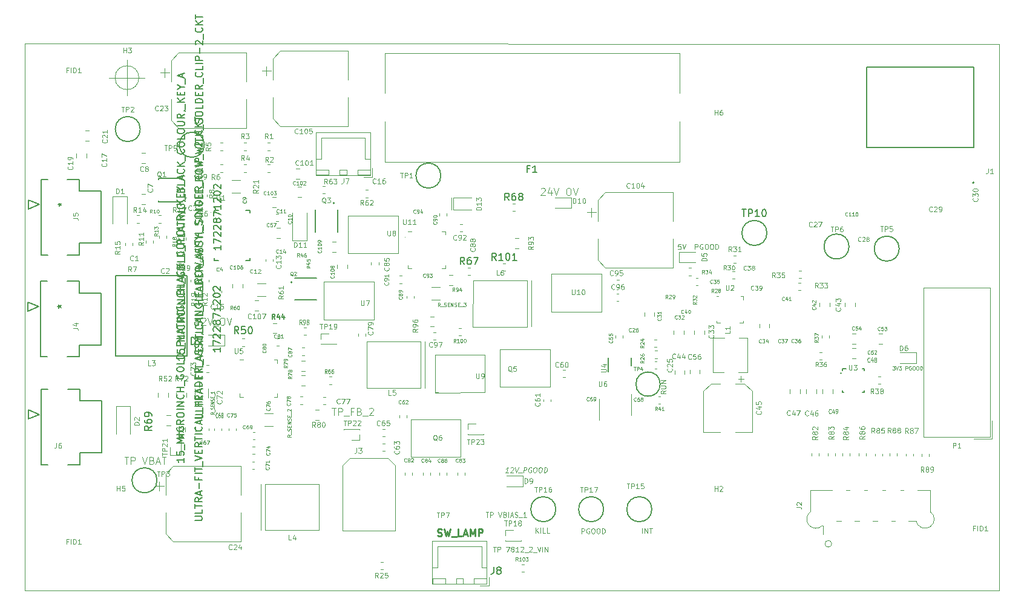
<source format=gbr>
G04 #@! TF.GenerationSoftware,KiCad,Pcbnew,(5.1.2)-1*
G04 #@! TF.CreationDate,2021-03-19T08:47:40+05:45*
G04 #@! TF.ProjectId,Pufferfish-Power-MCU,50756666-6572-4666-9973-682d506f7765,0.0*
G04 #@! TF.SameCoordinates,Original*
G04 #@! TF.FileFunction,Legend,Top*
G04 #@! TF.FilePolarity,Positive*
%FSLAX46Y46*%
G04 Gerber Fmt 4.6, Leading zero omitted, Abs format (unit mm)*
G04 Created by KiCad (PCBNEW (5.1.2)-1) date 2021-03-19 08:47:40*
%MOMM*%
%LPD*%
G04 APERTURE LIST*
%ADD10C,0.100000*%
%ADD11C,0.250000*%
%ADD12C,0.110000*%
%ADD13C,0.120000*%
%ADD14C,0.152400*%
%ADD15C,0.150000*%
%ADD16C,0.127000*%
%ADD17C,0.200000*%
%ADD18C,0.125000*%
G04 APERTURE END LIST*
D10*
X203287400Y-43052600D02*
X66977400Y-42972600D01*
X203287400Y-119552600D02*
X203287400Y-43052600D01*
X66977400Y-119552600D02*
X203287400Y-119552600D01*
X66977400Y-42972600D02*
X66977400Y-119552600D01*
D11*
X124744542Y-111927361D02*
X124887400Y-111974980D01*
X125125495Y-111974980D01*
X125220733Y-111927361D01*
X125268352Y-111879742D01*
X125315971Y-111784504D01*
X125315971Y-111689266D01*
X125268352Y-111594028D01*
X125220733Y-111546409D01*
X125125495Y-111498790D01*
X124935019Y-111451171D01*
X124839780Y-111403552D01*
X124792161Y-111355933D01*
X124744542Y-111260695D01*
X124744542Y-111165457D01*
X124792161Y-111070219D01*
X124839780Y-111022600D01*
X124935019Y-110974980D01*
X125173114Y-110974980D01*
X125315971Y-111022600D01*
X125649304Y-110974980D02*
X125887400Y-111974980D01*
X126077876Y-111260695D01*
X126268352Y-111974980D01*
X126506447Y-110974980D01*
X126649304Y-112070219D02*
X127411209Y-112070219D01*
X128125495Y-111974980D02*
X127649304Y-111974980D01*
X127649304Y-110974980D01*
X128411209Y-111689266D02*
X128887400Y-111689266D01*
X128315971Y-111974980D02*
X128649304Y-110974980D01*
X128982638Y-111974980D01*
X129315971Y-111974980D02*
X129315971Y-110974980D01*
X129649304Y-111689266D01*
X129982638Y-110974980D01*
X129982638Y-111974980D01*
X130458828Y-111974980D02*
X130458828Y-110974980D01*
X130839780Y-110974980D01*
X130935019Y-111022600D01*
X130982638Y-111070219D01*
X131030257Y-111165457D01*
X131030257Y-111308314D01*
X130982638Y-111403552D01*
X130935019Y-111451171D01*
X130839780Y-111498790D01*
X130458828Y-111498790D01*
D10*
X132517400Y-113459266D02*
X132917400Y-113459266D01*
X132717400Y-114159266D02*
X132717400Y-113459266D01*
X133150733Y-114159266D02*
X133150733Y-113459266D01*
X133417400Y-113459266D01*
X133484066Y-113492600D01*
X133517400Y-113525933D01*
X133550733Y-113592600D01*
X133550733Y-113692600D01*
X133517400Y-113759266D01*
X133484066Y-113792600D01*
X133417400Y-113825933D01*
X133150733Y-113825933D01*
X134317400Y-113459266D02*
X134784066Y-113459266D01*
X134484066Y-114159266D01*
X135150733Y-113759266D02*
X135084066Y-113725933D01*
X135050733Y-113692600D01*
X135017400Y-113625933D01*
X135017400Y-113592600D01*
X135050733Y-113525933D01*
X135084066Y-113492600D01*
X135150733Y-113459266D01*
X135284066Y-113459266D01*
X135350733Y-113492600D01*
X135384066Y-113525933D01*
X135417400Y-113592600D01*
X135417400Y-113625933D01*
X135384066Y-113692600D01*
X135350733Y-113725933D01*
X135284066Y-113759266D01*
X135150733Y-113759266D01*
X135084066Y-113792600D01*
X135050733Y-113825933D01*
X135017400Y-113892600D01*
X135017400Y-114025933D01*
X135050733Y-114092600D01*
X135084066Y-114125933D01*
X135150733Y-114159266D01*
X135284066Y-114159266D01*
X135350733Y-114125933D01*
X135384066Y-114092600D01*
X135417400Y-114025933D01*
X135417400Y-113892600D01*
X135384066Y-113825933D01*
X135350733Y-113792600D01*
X135284066Y-113759266D01*
X136084066Y-114159266D02*
X135684066Y-114159266D01*
X135884066Y-114159266D02*
X135884066Y-113459266D01*
X135817400Y-113559266D01*
X135750733Y-113625933D01*
X135684066Y-113659266D01*
X136350733Y-113525933D02*
X136384066Y-113492600D01*
X136450733Y-113459266D01*
X136617400Y-113459266D01*
X136684066Y-113492600D01*
X136717400Y-113525933D01*
X136750733Y-113592600D01*
X136750733Y-113659266D01*
X136717400Y-113759266D01*
X136317400Y-114159266D01*
X136750733Y-114159266D01*
X136884066Y-114225933D02*
X137417400Y-114225933D01*
X137550733Y-113525933D02*
X137584066Y-113492600D01*
X137650733Y-113459266D01*
X137817400Y-113459266D01*
X137884066Y-113492600D01*
X137917400Y-113525933D01*
X137950733Y-113592600D01*
X137950733Y-113659266D01*
X137917400Y-113759266D01*
X137517400Y-114159266D01*
X137950733Y-114159266D01*
X138084066Y-114225933D02*
X138617400Y-114225933D01*
X138684066Y-113459266D02*
X138917400Y-114159266D01*
X139150733Y-113459266D01*
X139384066Y-114159266D02*
X139384066Y-113459266D01*
X139717400Y-114159266D02*
X139717400Y-113459266D01*
X140117400Y-114159266D01*
X140117400Y-113459266D01*
X131470733Y-108619266D02*
X131870733Y-108619266D01*
X131670733Y-109319266D02*
X131670733Y-108619266D01*
X132104066Y-109319266D02*
X132104066Y-108619266D01*
X132370733Y-108619266D01*
X132437400Y-108652600D01*
X132470733Y-108685933D01*
X132504066Y-108752600D01*
X132504066Y-108852600D01*
X132470733Y-108919266D01*
X132437400Y-108952600D01*
X132370733Y-108985933D01*
X132104066Y-108985933D01*
X133237400Y-108619266D02*
X133470733Y-109319266D01*
X133704066Y-108619266D01*
X134170733Y-108952600D02*
X134270733Y-108985933D01*
X134304066Y-109019266D01*
X134337400Y-109085933D01*
X134337400Y-109185933D01*
X134304066Y-109252600D01*
X134270733Y-109285933D01*
X134204066Y-109319266D01*
X133937400Y-109319266D01*
X133937400Y-108619266D01*
X134170733Y-108619266D01*
X134237400Y-108652600D01*
X134270733Y-108685933D01*
X134304066Y-108752600D01*
X134304066Y-108819266D01*
X134270733Y-108885933D01*
X134237400Y-108919266D01*
X134170733Y-108952600D01*
X133937400Y-108952600D01*
X134637400Y-109319266D02*
X134637400Y-108619266D01*
X134937400Y-109119266D02*
X135270733Y-109119266D01*
X134870733Y-109319266D02*
X135104066Y-108619266D01*
X135337400Y-109319266D01*
X135537400Y-109285933D02*
X135637400Y-109319266D01*
X135804066Y-109319266D01*
X135870733Y-109285933D01*
X135904066Y-109252600D01*
X135937400Y-109185933D01*
X135937400Y-109119266D01*
X135904066Y-109052600D01*
X135870733Y-109019266D01*
X135804066Y-108985933D01*
X135670733Y-108952600D01*
X135604066Y-108919266D01*
X135570733Y-108885933D01*
X135537400Y-108819266D01*
X135537400Y-108752600D01*
X135570733Y-108685933D01*
X135604066Y-108652600D01*
X135670733Y-108619266D01*
X135837400Y-108619266D01*
X135937400Y-108652600D01*
X136070733Y-109385933D02*
X136604066Y-109385933D01*
X137137400Y-109319266D02*
X136737400Y-109319266D01*
X136937400Y-109319266D02*
X136937400Y-108619266D01*
X136870733Y-108719266D01*
X136804066Y-108785933D01*
X136737400Y-108819266D01*
X82946666Y-47752000D02*
G75*
G03X82946666Y-47752000I-1666666J0D01*
G01*
X78780000Y-47752000D02*
X83780000Y-47752000D01*
X81280000Y-45252000D02*
X81280000Y-50252000D01*
X80927638Y-100879980D02*
X81499066Y-100879980D01*
X81213352Y-101879980D02*
X81213352Y-100879980D01*
X81832400Y-101879980D02*
X81832400Y-100879980D01*
X82213352Y-100879980D01*
X82308590Y-100927600D01*
X82356209Y-100975219D01*
X82403828Y-101070457D01*
X82403828Y-101213314D01*
X82356209Y-101308552D01*
X82308590Y-101356171D01*
X82213352Y-101403790D01*
X81832400Y-101403790D01*
X83451447Y-100879980D02*
X83784780Y-101879980D01*
X84118114Y-100879980D01*
X84784780Y-101356171D02*
X84927638Y-101403790D01*
X84975257Y-101451409D01*
X85022876Y-101546647D01*
X85022876Y-101689504D01*
X84975257Y-101784742D01*
X84927638Y-101832361D01*
X84832400Y-101879980D01*
X84451447Y-101879980D01*
X84451447Y-100879980D01*
X84784780Y-100879980D01*
X84880019Y-100927600D01*
X84927638Y-100975219D01*
X84975257Y-101070457D01*
X84975257Y-101165695D01*
X84927638Y-101260933D01*
X84880019Y-101308552D01*
X84784780Y-101356171D01*
X84451447Y-101356171D01*
X85403828Y-101594266D02*
X85880019Y-101594266D01*
X85308590Y-101879980D02*
X85641923Y-100879980D01*
X85975257Y-101879980D01*
X86165733Y-100879980D02*
X86737161Y-100879980D01*
X86451447Y-101879980D02*
X86451447Y-100879980D01*
X109935019Y-94034980D02*
X110506447Y-94034980D01*
X110220733Y-95034980D02*
X110220733Y-94034980D01*
X110839780Y-95034980D02*
X110839780Y-94034980D01*
X111220733Y-94034980D01*
X111315971Y-94082600D01*
X111363590Y-94130219D01*
X111411209Y-94225457D01*
X111411209Y-94368314D01*
X111363590Y-94463552D01*
X111315971Y-94511171D01*
X111220733Y-94558790D01*
X110839780Y-94558790D01*
X111601685Y-95130219D02*
X112363590Y-95130219D01*
X112935019Y-94511171D02*
X112601685Y-94511171D01*
X112601685Y-95034980D02*
X112601685Y-94034980D01*
X113077876Y-94034980D01*
X113792161Y-94511171D02*
X113935019Y-94558790D01*
X113982638Y-94606409D01*
X114030257Y-94701647D01*
X114030257Y-94844504D01*
X113982638Y-94939742D01*
X113935019Y-94987361D01*
X113839780Y-95034980D01*
X113458828Y-95034980D01*
X113458828Y-94034980D01*
X113792161Y-94034980D01*
X113887400Y-94082600D01*
X113935019Y-94130219D01*
X113982638Y-94225457D01*
X113982638Y-94320695D01*
X113935019Y-94415933D01*
X113887400Y-94463552D01*
X113792161Y-94511171D01*
X113458828Y-94511171D01*
X114220733Y-95130219D02*
X114982638Y-95130219D01*
X115173114Y-94130219D02*
X115220733Y-94082600D01*
X115315971Y-94034980D01*
X115554066Y-94034980D01*
X115649304Y-94082600D01*
X115696923Y-94130219D01*
X115744542Y-94225457D01*
X115744542Y-94320695D01*
X115696923Y-94463552D01*
X115125495Y-95034980D01*
X115744542Y-95034980D01*
X134624483Y-103039266D02*
X134224483Y-103039266D01*
X134424483Y-103039266D02*
X134511983Y-102339266D01*
X134432816Y-102439266D01*
X134357816Y-102505933D01*
X134286983Y-102539266D01*
X134970316Y-102405933D02*
X135007816Y-102372600D01*
X135078650Y-102339266D01*
X135245316Y-102339266D01*
X135307816Y-102372600D01*
X135336983Y-102405933D01*
X135361983Y-102472600D01*
X135353650Y-102539266D01*
X135307816Y-102639266D01*
X134857816Y-103039266D01*
X135291150Y-103039266D01*
X135578650Y-102339266D02*
X135724483Y-103039266D01*
X136045316Y-102339266D01*
X136016150Y-103105933D02*
X136549483Y-103105933D01*
X136724483Y-103039266D02*
X136811983Y-102339266D01*
X137078650Y-102339266D01*
X137141150Y-102372600D01*
X137170316Y-102405933D01*
X137195316Y-102472600D01*
X137182816Y-102572600D01*
X137141150Y-102639266D01*
X137103650Y-102672600D01*
X137032816Y-102705933D01*
X136766150Y-102705933D01*
X137874483Y-102372600D02*
X137811983Y-102339266D01*
X137711983Y-102339266D01*
X137607816Y-102372600D01*
X137532816Y-102439266D01*
X137491150Y-102505933D01*
X137441150Y-102639266D01*
X137428650Y-102739266D01*
X137445316Y-102872600D01*
X137470316Y-102939266D01*
X137528650Y-103005933D01*
X137624483Y-103039266D01*
X137691150Y-103039266D01*
X137795316Y-103005933D01*
X137832816Y-102972600D01*
X137861983Y-102739266D01*
X137728650Y-102739266D01*
X138345316Y-102339266D02*
X138478650Y-102339266D01*
X138541150Y-102372600D01*
X138599483Y-102439266D01*
X138616150Y-102572600D01*
X138586983Y-102805933D01*
X138536983Y-102939266D01*
X138461983Y-103005933D01*
X138391150Y-103039266D01*
X138257816Y-103039266D01*
X138195316Y-103005933D01*
X138136983Y-102939266D01*
X138120316Y-102805933D01*
X138149483Y-102572600D01*
X138199483Y-102439266D01*
X138274483Y-102372600D01*
X138345316Y-102339266D01*
X139078650Y-102339266D02*
X139211983Y-102339266D01*
X139274483Y-102372600D01*
X139332816Y-102439266D01*
X139349483Y-102572600D01*
X139320316Y-102805933D01*
X139270316Y-102939266D01*
X139195316Y-103005933D01*
X139124483Y-103039266D01*
X138991150Y-103039266D01*
X138928650Y-103005933D01*
X138870316Y-102939266D01*
X138853650Y-102805933D01*
X138882816Y-102572600D01*
X138932816Y-102439266D01*
X139007816Y-102372600D01*
X139078650Y-102339266D01*
X139591150Y-103039266D02*
X139678650Y-102339266D01*
X139845316Y-102339266D01*
X139941150Y-102372600D01*
X139999483Y-102439266D01*
X140024483Y-102505933D01*
X140041150Y-102639266D01*
X140028650Y-102739266D01*
X139978650Y-102872600D01*
X139936983Y-102939266D01*
X139861983Y-103005933D01*
X139757816Y-103039266D01*
X139591150Y-103039266D01*
X139208190Y-63301619D02*
X139255809Y-63254000D01*
X139351047Y-63206380D01*
X139589142Y-63206380D01*
X139684380Y-63254000D01*
X139732000Y-63301619D01*
X139779619Y-63396857D01*
X139779619Y-63492095D01*
X139732000Y-63634952D01*
X139160571Y-64206380D01*
X139779619Y-64206380D01*
X140636761Y-63539714D02*
X140636761Y-64206380D01*
X140398666Y-63158761D02*
X140160571Y-63873047D01*
X140779619Y-63873047D01*
X141017714Y-63206380D02*
X141351047Y-64206380D01*
X141684380Y-63206380D01*
X142970095Y-63206380D02*
X143160571Y-63206380D01*
X143255809Y-63254000D01*
X143351047Y-63349238D01*
X143398666Y-63539714D01*
X143398666Y-63873047D01*
X143351047Y-64063523D01*
X143255809Y-64158761D01*
X143160571Y-64206380D01*
X142970095Y-64206380D01*
X142874857Y-64158761D01*
X142779619Y-64063523D01*
X142732000Y-63873047D01*
X142732000Y-63539714D01*
X142779619Y-63349238D01*
X142874857Y-63254000D01*
X142970095Y-63206380D01*
X143684380Y-63206380D02*
X144017714Y-64206380D01*
X144351047Y-63206380D01*
X91325019Y-82384980D02*
X90753590Y-82384980D01*
X91039304Y-82384980D02*
X91039304Y-81384980D01*
X90944066Y-81527838D01*
X90848828Y-81623076D01*
X90753590Y-81670695D01*
X91705971Y-81480219D02*
X91753590Y-81432600D01*
X91848828Y-81384980D01*
X92086923Y-81384980D01*
X92182161Y-81432600D01*
X92229780Y-81480219D01*
X92277400Y-81575457D01*
X92277400Y-81670695D01*
X92229780Y-81813552D01*
X91658352Y-82384980D01*
X92277400Y-82384980D01*
X92563114Y-81384980D02*
X92896447Y-82384980D01*
X93229780Y-81384980D01*
X93325019Y-82480219D02*
X94086923Y-82480219D01*
X94515495Y-81384980D02*
X94705971Y-81384980D01*
X94801209Y-81432600D01*
X94896447Y-81527838D01*
X94944066Y-81718314D01*
X94944066Y-82051647D01*
X94896447Y-82242123D01*
X94801209Y-82337361D01*
X94705971Y-82384980D01*
X94515495Y-82384980D01*
X94420257Y-82337361D01*
X94325019Y-82242123D01*
X94277400Y-82051647D01*
X94277400Y-81718314D01*
X94325019Y-81527838D01*
X94420257Y-81432600D01*
X94515495Y-81384980D01*
X95229780Y-81384980D02*
X95563114Y-82384980D01*
X95896447Y-81384980D01*
X156674066Y-91599266D02*
X156340733Y-91832600D01*
X156674066Y-91999266D02*
X155974066Y-91999266D01*
X155974066Y-91732600D01*
X156007400Y-91665933D01*
X156040733Y-91632600D01*
X156107400Y-91599266D01*
X156207400Y-91599266D01*
X156274066Y-91632600D01*
X156307400Y-91665933D01*
X156340733Y-91732600D01*
X156340733Y-91999266D01*
X155974066Y-91299266D02*
X156540733Y-91299266D01*
X156607400Y-91265933D01*
X156640733Y-91232600D01*
X156674066Y-91165933D01*
X156674066Y-91032600D01*
X156640733Y-90965933D01*
X156607400Y-90932600D01*
X156540733Y-90899266D01*
X155974066Y-90899266D01*
X156674066Y-90565933D02*
X155974066Y-90565933D01*
X156674066Y-90165933D01*
X155974066Y-90165933D01*
X153383666Y-111569266D02*
X153383666Y-110869266D01*
X153717000Y-111569266D02*
X153717000Y-110869266D01*
X154117000Y-111569266D01*
X154117000Y-110869266D01*
X154350333Y-110869266D02*
X154750333Y-110869266D01*
X154550333Y-111569266D02*
X154550333Y-110869266D01*
X138465733Y-111519266D02*
X138465733Y-110819266D01*
X138865733Y-111519266D02*
X138565733Y-111119266D01*
X138865733Y-110819266D02*
X138465733Y-111219266D01*
X139165733Y-111519266D02*
X139165733Y-110819266D01*
X139832400Y-111519266D02*
X139499066Y-111519266D01*
X139499066Y-110819266D01*
X140399066Y-111519266D02*
X140065733Y-111519266D01*
X140065733Y-110819266D01*
X144890733Y-111594266D02*
X144890733Y-110894266D01*
X145157400Y-110894266D01*
X145224066Y-110927600D01*
X145257400Y-110960933D01*
X145290733Y-111027600D01*
X145290733Y-111127600D01*
X145257400Y-111194266D01*
X145224066Y-111227600D01*
X145157400Y-111260933D01*
X144890733Y-111260933D01*
X145957400Y-110927600D02*
X145890733Y-110894266D01*
X145790733Y-110894266D01*
X145690733Y-110927600D01*
X145624066Y-110994266D01*
X145590733Y-111060933D01*
X145557400Y-111194266D01*
X145557400Y-111294266D01*
X145590733Y-111427600D01*
X145624066Y-111494266D01*
X145690733Y-111560933D01*
X145790733Y-111594266D01*
X145857400Y-111594266D01*
X145957400Y-111560933D01*
X145990733Y-111527600D01*
X145990733Y-111294266D01*
X145857400Y-111294266D01*
X146424066Y-110894266D02*
X146557400Y-110894266D01*
X146624066Y-110927600D01*
X146690733Y-110994266D01*
X146724066Y-111127600D01*
X146724066Y-111360933D01*
X146690733Y-111494266D01*
X146624066Y-111560933D01*
X146557400Y-111594266D01*
X146424066Y-111594266D01*
X146357400Y-111560933D01*
X146290733Y-111494266D01*
X146257400Y-111360933D01*
X146257400Y-111127600D01*
X146290733Y-110994266D01*
X146357400Y-110927600D01*
X146424066Y-110894266D01*
X147157400Y-110894266D02*
X147290733Y-110894266D01*
X147357400Y-110927600D01*
X147424066Y-110994266D01*
X147457400Y-111127600D01*
X147457400Y-111360933D01*
X147424066Y-111494266D01*
X147357400Y-111560933D01*
X147290733Y-111594266D01*
X147157400Y-111594266D01*
X147090733Y-111560933D01*
X147024066Y-111494266D01*
X146990733Y-111360933D01*
X146990733Y-111127600D01*
X147024066Y-110994266D01*
X147090733Y-110927600D01*
X147157400Y-110894266D01*
X147757400Y-111594266D02*
X147757400Y-110894266D01*
X147924066Y-110894266D01*
X148024066Y-110927600D01*
X148090733Y-110994266D01*
X148124066Y-111060933D01*
X148157400Y-111194266D01*
X148157400Y-111294266D01*
X148124066Y-111427600D01*
X148090733Y-111494266D01*
X148024066Y-111560933D01*
X147924066Y-111594266D01*
X147757400Y-111594266D01*
X158747400Y-71079266D02*
X158414066Y-71079266D01*
X158380733Y-71412600D01*
X158414066Y-71379266D01*
X158480733Y-71345933D01*
X158647400Y-71345933D01*
X158714066Y-71379266D01*
X158747400Y-71412600D01*
X158780733Y-71479266D01*
X158780733Y-71645933D01*
X158747400Y-71712600D01*
X158714066Y-71745933D01*
X158647400Y-71779266D01*
X158480733Y-71779266D01*
X158414066Y-71745933D01*
X158380733Y-71712600D01*
X158980733Y-71079266D02*
X159214066Y-71779266D01*
X159447400Y-71079266D01*
X160747400Y-71779266D02*
X160747400Y-71079266D01*
X161014066Y-71079266D01*
X161080733Y-71112600D01*
X161114066Y-71145933D01*
X161147400Y-71212600D01*
X161147400Y-71312600D01*
X161114066Y-71379266D01*
X161080733Y-71412600D01*
X161014066Y-71445933D01*
X160747400Y-71445933D01*
X161814066Y-71112600D02*
X161747400Y-71079266D01*
X161647400Y-71079266D01*
X161547400Y-71112600D01*
X161480733Y-71179266D01*
X161447400Y-71245933D01*
X161414066Y-71379266D01*
X161414066Y-71479266D01*
X161447400Y-71612600D01*
X161480733Y-71679266D01*
X161547400Y-71745933D01*
X161647400Y-71779266D01*
X161714066Y-71779266D01*
X161814066Y-71745933D01*
X161847400Y-71712600D01*
X161847400Y-71479266D01*
X161714066Y-71479266D01*
X162280733Y-71079266D02*
X162414066Y-71079266D01*
X162480733Y-71112600D01*
X162547400Y-71179266D01*
X162580733Y-71312600D01*
X162580733Y-71545933D01*
X162547400Y-71679266D01*
X162480733Y-71745933D01*
X162414066Y-71779266D01*
X162280733Y-71779266D01*
X162214066Y-71745933D01*
X162147400Y-71679266D01*
X162114066Y-71545933D01*
X162114066Y-71312600D01*
X162147400Y-71179266D01*
X162214066Y-71112600D01*
X162280733Y-71079266D01*
X163014066Y-71079266D02*
X163147400Y-71079266D01*
X163214066Y-71112600D01*
X163280733Y-71179266D01*
X163314066Y-71312600D01*
X163314066Y-71545933D01*
X163280733Y-71679266D01*
X163214066Y-71745933D01*
X163147400Y-71779266D01*
X163014066Y-71779266D01*
X162947400Y-71745933D01*
X162880733Y-71679266D01*
X162847400Y-71545933D01*
X162847400Y-71312600D01*
X162880733Y-71179266D01*
X162947400Y-71112600D01*
X163014066Y-71079266D01*
X163614066Y-71779266D02*
X163614066Y-71079266D01*
X163780733Y-71079266D01*
X163880733Y-71112600D01*
X163947400Y-71179266D01*
X163980733Y-71245933D01*
X164014066Y-71379266D01*
X164014066Y-71479266D01*
X163980733Y-71612600D01*
X163947400Y-71679266D01*
X163880733Y-71745933D01*
X163780733Y-71779266D01*
X163614066Y-71779266D01*
D12*
X188404066Y-88178790D02*
X188713590Y-88178790D01*
X188546923Y-88369266D01*
X188618352Y-88369266D01*
X188665971Y-88393076D01*
X188689780Y-88416885D01*
X188713590Y-88464504D01*
X188713590Y-88583552D01*
X188689780Y-88631171D01*
X188665971Y-88654980D01*
X188618352Y-88678790D01*
X188475495Y-88678790D01*
X188427876Y-88654980D01*
X188404066Y-88631171D01*
X188856447Y-88178790D02*
X189023114Y-88678790D01*
X189189780Y-88178790D01*
X189308828Y-88178790D02*
X189618352Y-88178790D01*
X189451685Y-88369266D01*
X189523114Y-88369266D01*
X189570733Y-88393076D01*
X189594542Y-88416885D01*
X189618352Y-88464504D01*
X189618352Y-88583552D01*
X189594542Y-88631171D01*
X189570733Y-88654980D01*
X189523114Y-88678790D01*
X189380257Y-88678790D01*
X189332638Y-88654980D01*
X189308828Y-88631171D01*
X190213590Y-88678790D02*
X190213590Y-88178790D01*
X190404066Y-88178790D01*
X190451685Y-88202600D01*
X190475495Y-88226409D01*
X190499304Y-88274028D01*
X190499304Y-88345457D01*
X190475495Y-88393076D01*
X190451685Y-88416885D01*
X190404066Y-88440695D01*
X190213590Y-88440695D01*
X190975495Y-88202600D02*
X190927876Y-88178790D01*
X190856447Y-88178790D01*
X190785019Y-88202600D01*
X190737400Y-88250219D01*
X190713590Y-88297838D01*
X190689780Y-88393076D01*
X190689780Y-88464504D01*
X190713590Y-88559742D01*
X190737400Y-88607361D01*
X190785019Y-88654980D01*
X190856447Y-88678790D01*
X190904066Y-88678790D01*
X190975495Y-88654980D01*
X190999304Y-88631171D01*
X190999304Y-88464504D01*
X190904066Y-88464504D01*
X191308828Y-88178790D02*
X191404066Y-88178790D01*
X191451685Y-88202600D01*
X191499304Y-88250219D01*
X191523114Y-88345457D01*
X191523114Y-88512123D01*
X191499304Y-88607361D01*
X191451685Y-88654980D01*
X191404066Y-88678790D01*
X191308828Y-88678790D01*
X191261209Y-88654980D01*
X191213590Y-88607361D01*
X191189780Y-88512123D01*
X191189780Y-88345457D01*
X191213590Y-88250219D01*
X191261209Y-88202600D01*
X191308828Y-88178790D01*
X191832638Y-88178790D02*
X191927876Y-88178790D01*
X191975495Y-88202600D01*
X192023114Y-88250219D01*
X192046923Y-88345457D01*
X192046923Y-88512123D01*
X192023114Y-88607361D01*
X191975495Y-88654980D01*
X191927876Y-88678790D01*
X191832638Y-88678790D01*
X191785019Y-88654980D01*
X191737400Y-88607361D01*
X191713590Y-88512123D01*
X191713590Y-88345457D01*
X191737400Y-88250219D01*
X191785019Y-88202600D01*
X191832638Y-88178790D01*
X192261209Y-88678790D02*
X192261209Y-88178790D01*
X192380257Y-88178790D01*
X192451685Y-88202600D01*
X192499304Y-88250219D01*
X192523114Y-88297838D01*
X192546923Y-88393076D01*
X192546923Y-88464504D01*
X192523114Y-88559742D01*
X192499304Y-88607361D01*
X192451685Y-88654980D01*
X192380257Y-88678790D01*
X192261209Y-88678790D01*
D13*
G04 #@! TO.C,U10*
X147643120Y-80530680D02*
X140637400Y-80532600D01*
X147643120Y-75252560D02*
X147643120Y-80530680D01*
X147058920Y-75252560D02*
X147643120Y-75252560D01*
X140637400Y-80527600D02*
X141087400Y-80527600D01*
X140637400Y-75277600D02*
X140637400Y-80527600D01*
X147047400Y-75252600D02*
X140637400Y-75252600D01*
G04 #@! TO.C,U9*
X131363120Y-91860680D02*
X124357400Y-91862600D01*
X131363120Y-86582560D02*
X131363120Y-91860680D01*
X130778920Y-86582560D02*
X131363120Y-86582560D01*
X124357400Y-91857600D02*
X124807400Y-91857600D01*
X124357400Y-86607600D02*
X124357400Y-91857600D01*
X130767400Y-86582600D02*
X124357400Y-86582600D01*
G04 #@! TO.C,U8*
X112231680Y-67094520D02*
X119237400Y-67092600D01*
X112231680Y-72372640D02*
X112231680Y-67094520D01*
X112815880Y-72372640D02*
X112231680Y-72372640D01*
X119237400Y-67097600D02*
X118787400Y-67097600D01*
X119237400Y-72347600D02*
X119237400Y-67097600D01*
X112827400Y-72372600D02*
X119237400Y-72372600D01*
G04 #@! TO.C,U7*
X115843120Y-81630680D02*
X108837400Y-81632600D01*
X115843120Y-76352560D02*
X115843120Y-81630680D01*
X115258920Y-76352560D02*
X115843120Y-76352560D01*
X108837400Y-81627600D02*
X109287400Y-81627600D01*
X108837400Y-76377600D02*
X108837400Y-81627600D01*
X115247400Y-76352600D02*
X108837400Y-76352600D01*
G04 #@! TO.C,Q6*
X127973120Y-100910680D02*
X120967400Y-100912600D01*
X127973120Y-95632560D02*
X127973120Y-100910680D01*
X127388920Y-95632560D02*
X127973120Y-95632560D01*
X120967400Y-100907600D02*
X121417400Y-100907600D01*
X120967400Y-95657600D02*
X120967400Y-100907600D01*
X127377400Y-95632600D02*
X120967400Y-95632600D01*
G04 #@! TO.C,Q5*
X140473120Y-91050680D02*
X133467400Y-91052600D01*
X140473120Y-85772560D02*
X140473120Y-91050680D01*
X139888920Y-85772560D02*
X140473120Y-85772560D01*
X133467400Y-91047600D02*
X133917400Y-91047600D01*
X133467400Y-85797600D02*
X133467400Y-91047600D01*
X139877400Y-85772600D02*
X133467400Y-85772600D01*
G04 #@! TO.C,D2*
X81758600Y-93808300D02*
X81758600Y-97658300D01*
X79758600Y-93808300D02*
X79758600Y-97658300D01*
X81758600Y-93808300D02*
X79758600Y-93808300D01*
G04 #@! TO.C,D1*
X81264000Y-64348000D02*
X81264000Y-68198000D01*
X79264000Y-64348000D02*
X79264000Y-68198000D01*
X81264000Y-64348000D02*
X79264000Y-64348000D01*
G04 #@! TO.C,P1*
X192683000Y-98060000D02*
X192683000Y-77200000D01*
X192683000Y-77200000D02*
X202033000Y-77200000D01*
X202033000Y-77200000D02*
X202033000Y-98060000D01*
X202033000Y-98060000D02*
X192683000Y-98060000D01*
X202283000Y-98310000D02*
X202283000Y-95770000D01*
X202283000Y-98310000D02*
X199743000Y-98310000D01*
D14*
G04 #@! TO.C,J5*
X70206532Y-72578288D02*
X69268801Y-72578288D01*
X72931265Y-61978310D02*
X74618800Y-61978310D01*
X69268801Y-61978310D02*
X70206333Y-61978310D01*
X69268801Y-72578288D02*
X69268801Y-61978310D01*
X74618800Y-72578288D02*
X72931065Y-72578288D01*
X74618800Y-70923299D02*
X74618800Y-72578288D01*
X77678799Y-70923299D02*
X74618800Y-70923299D01*
X77678799Y-63633299D02*
X77678799Y-70923299D01*
X74618800Y-63633299D02*
X77678799Y-63633299D01*
X74618800Y-61978310D02*
X74618800Y-63633299D01*
X67490801Y-64893300D02*
X69014801Y-65528300D01*
X67490801Y-66163300D02*
X67490801Y-64893300D01*
X69014801Y-65528300D02*
X67490801Y-66163300D01*
G04 #@! TO.C,J4*
X70155132Y-86862588D02*
X69217401Y-86862588D01*
X72879865Y-76262610D02*
X74567400Y-76262610D01*
X69217401Y-76262610D02*
X70154933Y-76262610D01*
X69217401Y-86862588D02*
X69217401Y-76262610D01*
X74567400Y-86862588D02*
X72879665Y-86862588D01*
X74567400Y-85207599D02*
X74567400Y-86862588D01*
X77627399Y-85207599D02*
X74567400Y-85207599D01*
X77627399Y-77917599D02*
X77627399Y-85207599D01*
X74567400Y-77917599D02*
X77627399Y-77917599D01*
X74567400Y-76262610D02*
X74567400Y-77917599D01*
X67439401Y-79177600D02*
X68963401Y-79812600D01*
X67439401Y-80447600D02*
X67439401Y-79177600D01*
X68963401Y-79812600D02*
X67439401Y-80447600D01*
G04 #@! TO.C,J6*
X69053401Y-94912600D02*
X67529401Y-95547600D01*
X67529401Y-95547600D02*
X67529401Y-94277600D01*
X67529401Y-94277600D02*
X69053401Y-94912600D01*
X74657400Y-91362610D02*
X74657400Y-93017599D01*
X74657400Y-93017599D02*
X77717399Y-93017599D01*
X77717399Y-93017599D02*
X77717399Y-100307599D01*
X77717399Y-100307599D02*
X74657400Y-100307599D01*
X74657400Y-100307599D02*
X74657400Y-101962588D01*
X74657400Y-101962588D02*
X72969665Y-101962588D01*
X69307401Y-101962588D02*
X69307401Y-91362610D01*
X69307401Y-91362610D02*
X70244933Y-91362610D01*
X72969865Y-91362610D02*
X74657400Y-91362610D01*
X70245132Y-101962588D02*
X69307401Y-101962588D01*
D13*
G04 #@! TO.C,C90*
X125986000Y-67091779D02*
X125986000Y-66766221D01*
X124966000Y-67091779D02*
X124966000Y-66766221D01*
D15*
G04 #@! TO.C,TP4*
X155878000Y-90678000D02*
G75*
G03X155878000Y-90678000I-1700000J0D01*
G01*
D13*
G04 #@! TO.C,L4*
X100037400Y-111147600D02*
X100037400Y-104647600D01*
X108137400Y-104647600D02*
X108137400Y-111147600D01*
X100637400Y-104647600D02*
X108137400Y-104647600D01*
X100637400Y-111147600D02*
X100637400Y-104647600D01*
X108140060Y-111156340D02*
X100637400Y-111147600D01*
G04 #@! TO.C,R26*
X155445179Y-86017600D02*
X155119621Y-86017600D01*
X155445179Y-87037600D02*
X155119621Y-87037600D01*
G04 #@! TO.C,F1*
X158635400Y-49926600D02*
X158635400Y-44296600D01*
X158635400Y-59556600D02*
X158635400Y-53926600D01*
X117375400Y-49926600D02*
X117375400Y-44296600D01*
X117375400Y-59556600D02*
X117375400Y-53926600D01*
X117375400Y-44296600D02*
X158635400Y-44296600D01*
X158635400Y-59556600D02*
X117375400Y-59556600D01*
G04 #@! TO.C,C24*
X85823000Y-104357000D02*
X85823000Y-105607000D01*
X85198000Y-104982000D02*
X86448000Y-104982000D01*
X86688000Y-111637563D02*
X87752437Y-112702000D01*
X86688000Y-103246437D02*
X87752437Y-102182000D01*
X86688000Y-103246437D02*
X86688000Y-106232000D01*
X86688000Y-111637563D02*
X86688000Y-108652000D01*
X87752437Y-112702000D02*
X97208000Y-112702000D01*
X87752437Y-102182000D02*
X97208000Y-102182000D01*
X97208000Y-102182000D02*
X97208000Y-106232000D01*
X97208000Y-112702000D02*
X97208000Y-108652000D01*
D16*
G04 #@! TO.C,L3*
X89700000Y-86750000D02*
X89700000Y-75450000D01*
X89700000Y-75450000D02*
X79700000Y-75450000D01*
X79700000Y-75450000D02*
X79700000Y-86750000D01*
X79700000Y-86750000D02*
X89700000Y-86750000D01*
D13*
G04 #@! TO.C,L5*
X114820700Y-91229200D02*
X114858800Y-84714100D01*
X122377200Y-91229200D02*
X114820700Y-91229200D01*
X122364500Y-84714100D02*
X122377200Y-91229200D01*
X114858800Y-84714100D02*
X122364500Y-84714100D01*
X122964000Y-84707600D02*
X122964000Y-91207600D01*
G04 #@! TO.C,L6*
X129679700Y-82651600D02*
X129717800Y-76136500D01*
X137236200Y-82651600D02*
X129679700Y-82651600D01*
X137223500Y-76136500D02*
X137236200Y-82651600D01*
X129717800Y-76136500D02*
X137223500Y-76136500D01*
X137823000Y-76130000D02*
X137823000Y-82630000D01*
G04 #@! TO.C,U3*
X181256158Y-89150000D02*
G75*
G03X181256158Y-89150000I-76158J0D01*
G01*
D14*
X181354999Y-91795001D02*
X181354999Y-91595001D01*
X181354999Y-91795001D02*
X181554999Y-91795001D01*
X184205001Y-91795001D02*
X184405001Y-91795001D01*
X184405001Y-91795001D02*
X184405001Y-91595001D01*
X184205001Y-88544999D02*
X184405001Y-88544999D01*
X184405001Y-88744999D02*
X184405001Y-88544999D01*
X181354999Y-88544999D02*
X181879999Y-88544999D01*
X181354999Y-88770000D02*
X181354999Y-88544999D01*
D13*
G04 #@! TO.C,J2*
X179869905Y-113046000D02*
G75*
G03X179869905Y-113046000I-466905J0D01*
G01*
X176923000Y-105516000D02*
X176923000Y-108516000D01*
X178683000Y-110506000D02*
X178683000Y-111696000D01*
X178553000Y-110506000D02*
X178683000Y-110506000D01*
X181173000Y-109876000D02*
X180523000Y-109876000D01*
X183723000Y-109876000D02*
X183053000Y-109876000D01*
X186263000Y-109876000D02*
X185593000Y-109876000D01*
X188743000Y-109876000D02*
X188193000Y-109876000D01*
X191683000Y-109876000D02*
X190633000Y-109876000D01*
X193663000Y-105516000D02*
X193663000Y-108546000D01*
X191903000Y-105516000D02*
X193663000Y-105516000D01*
X189523000Y-105516000D02*
X189953000Y-105516000D01*
X186983000Y-105516000D02*
X187413000Y-105516000D01*
X184443000Y-105516000D02*
X184873000Y-105516000D01*
X181843000Y-105516000D02*
X182393000Y-105516000D01*
X176923000Y-105516000D02*
X179953000Y-105516000D01*
X176943172Y-108530991D02*
G75*
G03X178553000Y-110506000I709828J-1065009D01*
G01*
X191683963Y-109870424D02*
G75*
G03X193663000Y-108546000I1249037J274424D01*
G01*
G04 #@! TO.C,C15*
X94490000Y-77886779D02*
X94490000Y-77561221D01*
X93470000Y-77886779D02*
X93470000Y-77561221D01*
D16*
G04 #@! TO.C,J1*
X199778000Y-57500000D02*
X184778000Y-57500000D01*
X184778000Y-57500000D02*
X184778000Y-46300000D01*
X184778000Y-46300000D02*
X199778000Y-46300000D01*
X199778000Y-46300000D02*
X199778000Y-57500000D01*
D17*
X199778000Y-62460000D02*
G75*
G03X199778000Y-62460000I-100000J0D01*
G01*
D13*
G04 #@! TO.C,C23*
X86585000Y-46445000D02*
X86585000Y-47695000D01*
X85960000Y-47070000D02*
X87210000Y-47070000D01*
X87450000Y-53725563D02*
X88514437Y-54790000D01*
X87450000Y-45334437D02*
X88514437Y-44270000D01*
X87450000Y-45334437D02*
X87450000Y-48320000D01*
X87450000Y-53725563D02*
X87450000Y-50740000D01*
X88514437Y-54790000D02*
X97970000Y-54790000D01*
X88514437Y-44270000D02*
X97970000Y-44270000D01*
X97970000Y-44270000D02*
X97970000Y-48320000D01*
X97970000Y-54790000D02*
X97970000Y-50740000D01*
D16*
G04 #@! TO.C,U1*
X94112000Y-66350000D02*
X93512000Y-66350000D01*
X93512000Y-66350000D02*
X93512000Y-66650000D01*
X97912000Y-66350000D02*
X98512000Y-66350000D01*
X98512000Y-66350000D02*
X98512000Y-66650000D01*
X93512000Y-73050000D02*
X93512000Y-73350000D01*
X93512000Y-73350000D02*
X94112000Y-73350000D01*
X97912000Y-73350000D02*
X98512000Y-73350000D01*
X98512000Y-73350000D02*
X98512000Y-73050000D01*
D10*
X93062000Y-66600000D02*
G75*
G03X93062000Y-66600000I-50000J0D01*
G01*
D13*
G04 #@! TO.C,D13*
X126644400Y-64516000D02*
X126669800Y-66255900D01*
X126897000Y-64555000D02*
X129447000Y-64555000D01*
X126897000Y-66255000D02*
X129447000Y-66255000D01*
X126897000Y-64555000D02*
X126897000Y-66255000D01*
G04 #@! TO.C,R38*
X186706279Y-89652000D02*
X186380721Y-89652000D01*
X186706279Y-90672000D02*
X186380721Y-90672000D01*
G04 #@! TO.C,R1*
X100954721Y-57914000D02*
X101280279Y-57914000D01*
X100954721Y-56894000D02*
X101280279Y-56894000D01*
G04 #@! TO.C,R2*
X101280279Y-59942000D02*
X100954721Y-59942000D01*
X101280279Y-60962000D02*
X100954721Y-60962000D01*
G04 #@! TO.C,R3*
X97627221Y-57914000D02*
X97952779Y-57914000D01*
X97627221Y-56894000D02*
X97952779Y-56894000D01*
G04 #@! TO.C,R4*
X97627221Y-60962000D02*
X97952779Y-60962000D01*
X97627221Y-59942000D02*
X97952779Y-59942000D01*
G04 #@! TO.C,R5*
X94325221Y-57914000D02*
X94650779Y-57914000D01*
X94325221Y-56894000D02*
X94650779Y-56894000D01*
G04 #@! TO.C,R6*
X94325221Y-60962000D02*
X94650779Y-60962000D01*
X94325221Y-59942000D02*
X94650779Y-59942000D01*
G04 #@! TO.C,R24*
X155053721Y-85447000D02*
X155379279Y-85447000D01*
X155053721Y-84427000D02*
X155379279Y-84427000D01*
G04 #@! TO.C,R30*
X166275279Y-74890000D02*
X165949721Y-74890000D01*
X166275279Y-75910000D02*
X165949721Y-75910000D01*
G04 #@! TO.C,R31*
X166137221Y-73710000D02*
X166462779Y-73710000D01*
X166137221Y-72690000D02*
X166462779Y-72690000D01*
G04 #@! TO.C,R33*
X175227021Y-77526200D02*
X175552579Y-77526200D01*
X175227021Y-76506200D02*
X175552579Y-76506200D01*
G04 #@! TO.C,R34*
X159857221Y-75440000D02*
X160182779Y-75440000D01*
X159857221Y-74420000D02*
X160182779Y-74420000D01*
G04 #@! TO.C,R35*
X175587779Y-74801000D02*
X175262221Y-74801000D01*
X175587779Y-75821000D02*
X175262221Y-75821000D01*
G04 #@! TO.C,R36*
X178194621Y-87212600D02*
X178520179Y-87212600D01*
X178194621Y-86192600D02*
X178520179Y-86192600D01*
G04 #@! TO.C,R37*
X179516500Y-84211279D02*
X179516500Y-83885721D01*
X178496500Y-84211279D02*
X178496500Y-83885721D01*
G04 #@! TO.C,R41*
X155920179Y-92392600D02*
X155594621Y-92392600D01*
X155920179Y-93412600D02*
X155594621Y-93412600D01*
G04 #@! TO.C,R10*
X85689221Y-68074000D02*
X86014779Y-68074000D01*
X85689221Y-67054000D02*
X86014779Y-67054000D01*
G04 #@! TO.C,R11*
X83940000Y-70597221D02*
X83940000Y-70922779D01*
X84960000Y-70597221D02*
X84960000Y-70922779D01*
G04 #@! TO.C,R12*
X92712000Y-76362779D02*
X92712000Y-76037221D01*
X91692000Y-76362779D02*
X91692000Y-76037221D01*
G04 #@! TO.C,R13*
X85820000Y-69887221D02*
X85820000Y-70212779D01*
X86840000Y-69887221D02*
X86840000Y-70212779D01*
G04 #@! TO.C,R14*
X82966779Y-67054000D02*
X82641221Y-67054000D01*
X82966779Y-68074000D02*
X82641221Y-68074000D01*
G04 #@! TO.C,R15*
X82080000Y-71272779D02*
X82080000Y-70947221D01*
X81060000Y-71272779D02*
X81060000Y-70947221D01*
G04 #@! TO.C,R17*
X88937221Y-68080000D02*
X89262779Y-68080000D01*
X88937221Y-67060000D02*
X89262779Y-67060000D01*
G04 #@! TO.C,R18*
X88470000Y-70117221D02*
X88470000Y-70442779D01*
X89490000Y-70117221D02*
X89490000Y-70442779D01*
G04 #@! TO.C,R19*
X90168000Y-76037221D02*
X90168000Y-76362779D01*
X91188000Y-76037221D02*
X91188000Y-76362779D01*
G04 #@! TO.C,R82*
X178053000Y-100720779D02*
X178053000Y-100395221D01*
X177033000Y-100720779D02*
X177033000Y-100395221D01*
G04 #@! TO.C,R83*
X180339000Y-100695279D02*
X180339000Y-100369721D01*
X179319000Y-100695279D02*
X179319000Y-100369721D01*
G04 #@! TO.C,R84*
X182371000Y-100720779D02*
X182371000Y-100395221D01*
X181351000Y-100720779D02*
X181351000Y-100395221D01*
G04 #@! TO.C,R85*
X186943000Y-100746279D02*
X186943000Y-100420721D01*
X185923000Y-100746279D02*
X185923000Y-100420721D01*
G04 #@! TO.C,R86*
X184657000Y-100720779D02*
X184657000Y-100395221D01*
X183637000Y-100720779D02*
X183637000Y-100395221D01*
G04 #@! TO.C,R87*
X191261000Y-100746279D02*
X191261000Y-100420721D01*
X190241000Y-100746279D02*
X190241000Y-100420721D01*
G04 #@! TO.C,R88*
X188975000Y-100695279D02*
X188975000Y-100369721D01*
X187955000Y-100695279D02*
X187955000Y-100369721D01*
G04 #@! TO.C,R89*
X193514000Y-100766279D02*
X193514000Y-100440721D01*
X192494000Y-100766279D02*
X192494000Y-100440721D01*
G04 #@! TO.C,U5*
X96726231Y-88115000D02*
G75*
G03X96726231Y-88115000I-41231J0D01*
G01*
X97560000Y-87265000D02*
X97085000Y-87265000D01*
X102305000Y-92485000D02*
X102305000Y-92010000D01*
X101830000Y-92485000D02*
X102305000Y-92485000D01*
X97085000Y-92485000D02*
X97085000Y-92010000D01*
X97560000Y-92485000D02*
X97085000Y-92485000D01*
X102305000Y-87265000D02*
X102305000Y-87740000D01*
X101830000Y-87265000D02*
X102305000Y-87265000D01*
D15*
G04 #@! TO.C,U4*
X148582400Y-88902600D02*
X148582400Y-86977600D01*
X151832400Y-88127600D02*
X151832400Y-86977600D01*
D13*
X148958228Y-88922600D02*
G75*
G03X148958228Y-88922600I-60828J0D01*
G01*
G04 #@! TO.C,U11*
X120221231Y-70122000D02*
G75*
G03X120221231Y-70122000I-41231J0D01*
G01*
X121055000Y-69272000D02*
X120580000Y-69272000D01*
X125800000Y-74492000D02*
X125800000Y-74017000D01*
X125325000Y-74492000D02*
X125800000Y-74492000D01*
X120580000Y-74492000D02*
X120580000Y-74017000D01*
X121055000Y-74492000D02*
X120580000Y-74492000D01*
X125800000Y-69272000D02*
X125800000Y-69747000D01*
X125325000Y-69272000D02*
X125800000Y-69272000D01*
G04 #@! TO.C,C104*
X146275000Y-66003000D02*
X146275000Y-67253000D01*
X145650000Y-66628000D02*
X146900000Y-66628000D01*
X147140000Y-73283563D02*
X148204437Y-74348000D01*
X147140000Y-64892437D02*
X148204437Y-63828000D01*
X147140000Y-64892437D02*
X147140000Y-67878000D01*
X147140000Y-73283563D02*
X147140000Y-70298000D01*
X148204437Y-74348000D02*
X157660000Y-74348000D01*
X148204437Y-63828000D02*
X157660000Y-63828000D01*
X157660000Y-63828000D02*
X157660000Y-67878000D01*
X157660000Y-74348000D02*
X157660000Y-70298000D01*
G04 #@! TO.C,C105*
X100809000Y-46191000D02*
X100809000Y-47441000D01*
X100184000Y-46816000D02*
X101434000Y-46816000D01*
X101674000Y-53471563D02*
X102738437Y-54536000D01*
X101674000Y-45080437D02*
X102738437Y-44016000D01*
X101674000Y-45080437D02*
X101674000Y-48066000D01*
X101674000Y-53471563D02*
X101674000Y-50486000D01*
X102738437Y-54536000D02*
X112194000Y-54536000D01*
X102738437Y-44016000D02*
X112194000Y-44016000D01*
X112194000Y-44016000D02*
X112194000Y-48066000D01*
X112194000Y-54536000D02*
X112194000Y-50486000D01*
G04 #@! TO.C,C101*
X105414578Y-61924000D02*
X104897422Y-61924000D01*
X105414578Y-60504000D02*
X104897422Y-60504000D01*
G04 #@! TO.C,C102*
X105668578Y-64464000D02*
X105151422Y-64464000D01*
X105668578Y-63044000D02*
X105151422Y-63044000D01*
G04 #@! TO.C,C19*
X74220000Y-58932578D02*
X74220000Y-58415422D01*
X75640000Y-58932578D02*
X75640000Y-58415422D01*
G04 #@! TO.C,C21*
X75950578Y-56590000D02*
X75433422Y-56590000D01*
X75950578Y-55170000D02*
X75433422Y-55170000D01*
G04 #@! TO.C,C25*
X155094621Y-88537600D02*
X155420179Y-88537600D01*
X155094621Y-87517600D02*
X155420179Y-87517600D01*
G04 #@! TO.C,C31*
X153647400Y-81161178D02*
X153647400Y-80644022D01*
X155067400Y-81161178D02*
X155067400Y-80644022D01*
G04 #@! TO.C,C32*
X159182800Y-83193422D02*
X159182800Y-83710578D01*
X157762800Y-83193422D02*
X157762800Y-83710578D01*
G04 #@! TO.C,C33*
X162087400Y-83156022D02*
X162087400Y-83673178D01*
X160667400Y-83156022D02*
X160667400Y-83673178D01*
G04 #@! TO.C,C34*
X171151400Y-82222022D02*
X171151400Y-82739178D01*
X169731400Y-82222022D02*
X169731400Y-82739178D01*
G04 #@! TO.C,C35*
X161170179Y-75852600D02*
X160844621Y-75852600D01*
X161170179Y-76872600D02*
X160844621Y-76872600D01*
G04 #@! TO.C,C42*
X178169500Y-79809078D02*
X178169500Y-79291922D01*
X179589500Y-79809078D02*
X179589500Y-79291922D01*
G04 #@! TO.C,C43*
X181725500Y-79809078D02*
X181725500Y-79291922D01*
X183145500Y-79809078D02*
X183145500Y-79291922D01*
G04 #@! TO.C,C44*
X159300200Y-88729922D02*
X159300200Y-89247078D01*
X157880200Y-88729922D02*
X157880200Y-89247078D01*
G04 #@! TO.C,C45*
X167578650Y-89968850D02*
X166791150Y-89968850D01*
X167184900Y-89575100D02*
X167184900Y-90362600D01*
X162991837Y-90602600D02*
X161927400Y-91667037D01*
X167682963Y-90602600D02*
X168747400Y-91667037D01*
X167682963Y-90602600D02*
X166397400Y-90602600D01*
X162991837Y-90602600D02*
X164277400Y-90602600D01*
X161927400Y-91667037D02*
X161927400Y-97422600D01*
X168747400Y-91667037D02*
X168747400Y-97422600D01*
X168747400Y-97422600D02*
X166397400Y-97422600D01*
X161927400Y-97422600D02*
X164277400Y-97422600D01*
G04 #@! TO.C,C46*
X177748000Y-91435422D02*
X177748000Y-91952578D01*
X176328000Y-91435422D02*
X176328000Y-91952578D01*
G04 #@! TO.C,C47*
X175462000Y-91435422D02*
X175462000Y-91952578D01*
X174042000Y-91435422D02*
X174042000Y-91952578D01*
G04 #@! TO.C,C49*
X180034000Y-91435422D02*
X180034000Y-91952578D01*
X178614000Y-91435422D02*
X178614000Y-91952578D01*
G04 #@! TO.C,C52*
X183264578Y-87072000D02*
X182747422Y-87072000D01*
X183264578Y-85652000D02*
X182747422Y-85652000D01*
G04 #@! TO.C,C53*
X186431422Y-83618000D02*
X186948578Y-83618000D01*
X186431422Y-85038000D02*
X186948578Y-85038000D01*
G04 #@! TO.C,C54*
X183250578Y-85038000D02*
X182733422Y-85038000D01*
X183250578Y-83618000D02*
X182733422Y-83618000D01*
G04 #@! TO.C,C55*
X149622400Y-83889821D02*
X149622400Y-84215379D01*
X150642400Y-83889821D02*
X150642400Y-84215379D01*
G04 #@! TO.C,C56*
X161421100Y-88714922D02*
X161421100Y-89232078D01*
X160001100Y-88714922D02*
X160001100Y-89232078D01*
G04 #@! TO.C,C60*
X142244621Y-89687600D02*
X142570179Y-89687600D01*
X142244621Y-88667600D02*
X142570179Y-88667600D01*
G04 #@! TO.C,C61*
X139547400Y-92802321D02*
X139547400Y-93127879D01*
X140567400Y-92802321D02*
X140567400Y-93127879D01*
G04 #@! TO.C,C62*
X120435400Y-95358279D02*
X120435400Y-95032721D01*
X119415400Y-95358279D02*
X119415400Y-95032721D01*
G04 #@! TO.C,C63*
X117345179Y-99042600D02*
X117019621Y-99042600D01*
X117345179Y-100062600D02*
X117019621Y-100062600D01*
G04 #@! TO.C,C65*
X117345179Y-97017600D02*
X117019621Y-97017600D01*
X117345179Y-98037600D02*
X117019621Y-98037600D01*
G04 #@! TO.C,C67*
X91692000Y-96865221D02*
X91692000Y-97190779D01*
X92712000Y-96865221D02*
X92712000Y-97190779D01*
G04 #@! TO.C,C68*
X94490000Y-97190779D02*
X94490000Y-96865221D01*
X93470000Y-97190779D02*
X93470000Y-96865221D01*
G04 #@! TO.C,C69*
X99196679Y-97403300D02*
X98871121Y-97403300D01*
X99196679Y-98423300D02*
X98871121Y-98423300D01*
G04 #@! TO.C,C71*
X99107779Y-101518100D02*
X98782221Y-101518100D01*
X99107779Y-102538100D02*
X98782221Y-102538100D01*
G04 #@! TO.C,C73*
X92394621Y-89012600D02*
X92720179Y-89012600D01*
X92394621Y-87992600D02*
X92720179Y-87992600D01*
G04 #@! TO.C,C74*
X99171279Y-99409900D02*
X98845721Y-99409900D01*
X99171279Y-100429900D02*
X98845721Y-100429900D01*
G04 #@! TO.C,C75*
X95502000Y-96865221D02*
X95502000Y-97190779D01*
X96522000Y-96865221D02*
X96522000Y-97190779D01*
G04 #@! TO.C,C77*
X108744621Y-93487600D02*
X109070179Y-93487600D01*
X108744621Y-92467600D02*
X109070179Y-92467600D01*
G04 #@! TO.C,C78*
X105826779Y-92454000D02*
X105501221Y-92454000D01*
X105826779Y-93474000D02*
X105501221Y-93474000D01*
G04 #@! TO.C,C79*
X113622400Y-83639821D02*
X113622400Y-83965379D01*
X114642400Y-83639821D02*
X114642400Y-83965379D01*
G04 #@! TO.C,C81*
X102244621Y-85337600D02*
X102570179Y-85337600D01*
X102244621Y-84317600D02*
X102570179Y-84317600D01*
G04 #@! TO.C,C82*
X120177400Y-103071821D02*
X120177400Y-103397379D01*
X121197400Y-103071821D02*
X121197400Y-103397379D01*
G04 #@! TO.C,C83*
X127543400Y-103071821D02*
X127543400Y-103397379D01*
X128563400Y-103071821D02*
X128563400Y-103397379D01*
G04 #@! TO.C,C84*
X122715000Y-103071821D02*
X122715000Y-103397379D01*
X123735000Y-103071821D02*
X123735000Y-103397379D01*
G04 #@! TO.C,C85*
X115457400Y-73599821D02*
X115457400Y-73925379D01*
X116477400Y-73599821D02*
X116477400Y-73925379D01*
G04 #@! TO.C,C86*
X125003400Y-103094221D02*
X125003400Y-103419779D01*
X126023400Y-103094221D02*
X126023400Y-103419779D01*
G04 #@! TO.C,C87*
X105755221Y-86616000D02*
X106080779Y-86616000D01*
X105755221Y-85596000D02*
X106080779Y-85596000D01*
G04 #@! TO.C,C92*
X127837221Y-69262600D02*
X128162779Y-69262600D01*
X127837221Y-68242600D02*
X128162779Y-68242600D01*
G04 #@! TO.C,C95*
X149811521Y-77129100D02*
X150137079Y-77129100D01*
X149811521Y-76109100D02*
X150137079Y-76109100D01*
G04 #@! TO.C,C96*
X149760721Y-79021400D02*
X150086279Y-79021400D01*
X149760721Y-78001400D02*
X150086279Y-78001400D01*
G04 #@! TO.C,C97*
X124170221Y-84457000D02*
X124495779Y-84457000D01*
X124170221Y-83437000D02*
X124495779Y-83437000D01*
G04 #@! TO.C,D5*
X158535000Y-73633000D02*
X160820000Y-73633000D01*
X158535000Y-72163000D02*
X158535000Y-73633000D01*
X160820000Y-72163000D02*
X158535000Y-72163000D01*
G04 #@! TO.C,D6*
X191682400Y-86257600D02*
X189397400Y-86257600D01*
X191682400Y-87727600D02*
X191682400Y-86257600D01*
X189397400Y-87727600D02*
X191682400Y-87727600D01*
G04 #@! TO.C,D9*
X136650400Y-103515600D02*
X134365400Y-103515600D01*
X136650400Y-104985600D02*
X136650400Y-103515600D01*
X134365400Y-104985600D02*
X136650400Y-104985600D01*
G04 #@! TO.C,D10*
X143471000Y-64543000D02*
X141186000Y-64543000D01*
X143471000Y-66013000D02*
X143471000Y-64543000D01*
X141186000Y-66013000D02*
X143471000Y-66013000D01*
G04 #@! TO.C,J3*
X118792400Y-111177600D02*
X111422400Y-111177600D01*
X118792400Y-102047600D02*
X118792400Y-111177600D01*
X117792400Y-101047600D02*
X118792400Y-102047600D01*
X112422400Y-101047600D02*
X117792400Y-101047600D01*
X111422400Y-102047600D02*
X112422400Y-101047600D01*
X111422400Y-111177600D02*
X111422400Y-102047600D01*
G04 #@! TO.C,L1*
X163218200Y-84229600D02*
X163218200Y-89004800D01*
X164869200Y-84229600D02*
X163218200Y-84229600D01*
X168120400Y-84229600D02*
X168120400Y-89004800D01*
X168120400Y-84229600D02*
X166872000Y-84229600D01*
X168120400Y-89004800D02*
X166770400Y-89004800D01*
X164818400Y-89004800D02*
X163218200Y-89004800D01*
G04 #@! TO.C,TP18*
X134172400Y-111117600D02*
X135282400Y-111117600D01*
X134172400Y-111877600D02*
X134172400Y-111117600D01*
X135845871Y-112637600D02*
X136392400Y-112637600D01*
X134172400Y-112637600D02*
X134718929Y-112637600D01*
X136392400Y-112637600D02*
X136392400Y-112572600D01*
X134172400Y-112637600D02*
X134172400Y-112572600D01*
X134172400Y-112637600D02*
X136392400Y-112637600D01*
G04 #@! TO.C,TP19*
X108364000Y-83568000D02*
X109474000Y-83568000D01*
X108364000Y-84328000D02*
X108364000Y-83568000D01*
X110037471Y-85088000D02*
X110584000Y-85088000D01*
X108364000Y-85088000D02*
X108910529Y-85088000D01*
X110584000Y-85088000D02*
X110584000Y-85023000D01*
X108364000Y-85088000D02*
X108364000Y-85023000D01*
X108364000Y-85088000D02*
X110584000Y-85088000D01*
G04 #@! TO.C,TP21*
X87315000Y-100660000D02*
X87315000Y-99550000D01*
X88075000Y-100660000D02*
X87315000Y-100660000D01*
X88835000Y-98986529D02*
X88835000Y-98440000D01*
X88835000Y-100660000D02*
X88835000Y-100113471D01*
X88835000Y-98440000D02*
X88770000Y-98440000D01*
X88835000Y-100660000D02*
X88770000Y-100660000D01*
X88835000Y-100660000D02*
X88835000Y-98440000D01*
G04 #@! TO.C,TP22*
X113842400Y-98512600D02*
X112732400Y-98512600D01*
X113842400Y-97752600D02*
X113842400Y-98512600D01*
X112168929Y-96992600D02*
X111622400Y-96992600D01*
X113842400Y-96992600D02*
X113295871Y-96992600D01*
X111622400Y-96992600D02*
X111622400Y-97057600D01*
X113842400Y-96992600D02*
X113842400Y-97057600D01*
X113842400Y-96992600D02*
X111622400Y-96992600D01*
G04 #@! TO.C,TP23*
X128947400Y-96242600D02*
X130057400Y-96242600D01*
X128947400Y-97002600D02*
X128947400Y-96242600D01*
X130620871Y-97762600D02*
X131167400Y-97762600D01*
X128947400Y-97762600D02*
X129493929Y-97762600D01*
X131167400Y-97762600D02*
X131167400Y-97697600D01*
X128947400Y-97762600D02*
X128947400Y-97697600D01*
X128947400Y-97762600D02*
X131167400Y-97762600D01*
G04 #@! TO.C,U2*
X163730000Y-82070000D02*
X164230000Y-82070000D01*
X163730000Y-81870000D02*
X163730000Y-82070000D01*
X167470000Y-81870000D02*
X167470000Y-82070000D01*
X163730000Y-78330000D02*
X164030000Y-78330000D01*
X167470000Y-82070000D02*
X166970000Y-82070000D01*
X167470000Y-78330000D02*
X167470000Y-78830000D01*
X167170000Y-78330000D02*
X167470000Y-78330000D01*
G04 #@! TO.C,U6*
X147353000Y-92773000D02*
X147353000Y-95673000D01*
X151853000Y-95073000D02*
X151853000Y-92073000D01*
G04 #@! TO.C,C89*
X120394000Y-78323221D02*
X120394000Y-78648779D01*
X121414000Y-78323221D02*
X121414000Y-78648779D01*
G04 #@! TO.C,C91*
X119695179Y-75517600D02*
X119369621Y-75517600D01*
X119695179Y-76537600D02*
X119369621Y-76537600D01*
G04 #@! TO.C,C7*
X83824578Y-65480000D02*
X83307422Y-65480000D01*
X83824578Y-64060000D02*
X83307422Y-64060000D01*
G04 #@! TO.C,C8*
X83874578Y-58274000D02*
X83357422Y-58274000D01*
X83874578Y-59694000D02*
X83357422Y-59694000D01*
G04 #@! TO.C,C10*
X102107221Y-66860000D02*
X102432779Y-66860000D01*
X102107221Y-67880000D02*
X102432779Y-67880000D01*
G04 #@! TO.C,C11*
X101581422Y-64500000D02*
X102098578Y-64500000D01*
X101581422Y-65920000D02*
X102098578Y-65920000D01*
G04 #@! TO.C,C13*
X101716300Y-73154321D02*
X101716300Y-73479879D01*
X100696300Y-73154321D02*
X100696300Y-73479879D01*
G04 #@! TO.C,C57*
X102221422Y-70250000D02*
X102738578Y-70250000D01*
X102221422Y-68830000D02*
X102738578Y-68830000D01*
G04 #@! TO.C,C106*
X97433200Y-76652622D02*
X97433200Y-77169778D01*
X96013200Y-76652622D02*
X96013200Y-77169778D01*
G04 #@! TO.C,C107*
X99148822Y-80387600D02*
X99665978Y-80387600D01*
X99148822Y-78967600D02*
X99665978Y-78967600D01*
G04 #@! TO.C,D11*
X104410000Y-70576000D02*
X106410000Y-70576000D01*
X106410000Y-70576000D02*
X106410000Y-66676000D01*
X104410000Y-70576000D02*
X104410000Y-66676000D01*
G04 #@! TO.C,J7*
X115336000Y-61388000D02*
X115336000Y-55418000D01*
X115336000Y-55418000D02*
X107716000Y-55418000D01*
X107716000Y-55418000D02*
X107716000Y-61388000D01*
X107716000Y-61388000D02*
X115336000Y-61388000D01*
X112026000Y-61378000D02*
X112026000Y-60628000D01*
X112026000Y-60628000D02*
X111026000Y-60628000D01*
X111026000Y-60628000D02*
X111026000Y-61378000D01*
X111026000Y-61378000D02*
X112026000Y-61378000D01*
X115326000Y-61378000D02*
X115326000Y-60628000D01*
X115326000Y-60628000D02*
X113526000Y-60628000D01*
X113526000Y-60628000D02*
X113526000Y-61378000D01*
X113526000Y-61378000D02*
X115326000Y-61378000D01*
X109526000Y-61378000D02*
X109526000Y-60628000D01*
X109526000Y-60628000D02*
X107726000Y-60628000D01*
X107726000Y-60628000D02*
X107726000Y-61378000D01*
X107726000Y-61378000D02*
X109526000Y-61378000D01*
X115326000Y-59128000D02*
X114576000Y-59128000D01*
X114576000Y-59128000D02*
X114576000Y-56178000D01*
X114576000Y-56178000D02*
X111526000Y-56178000D01*
X107726000Y-59128000D02*
X108476000Y-59128000D01*
X108476000Y-59128000D02*
X108476000Y-56178000D01*
X108476000Y-56178000D02*
X111526000Y-56178000D01*
X114376000Y-61678000D02*
X115626000Y-61678000D01*
X115626000Y-61678000D02*
X115626000Y-60428000D01*
D10*
G04 #@! TO.C,Q1*
X89611000Y-64585000D02*
G75*
G03X89611000Y-64585000I-50000J0D01*
G01*
D16*
X85726000Y-61850000D02*
X85726000Y-62000000D01*
X89026000Y-61850000D02*
X85726000Y-61850000D01*
X89026000Y-62000000D02*
X89026000Y-61850000D01*
X85726000Y-65150000D02*
X85726000Y-65000000D01*
X89026000Y-65150000D02*
X85726000Y-65150000D01*
X89026000Y-65000000D02*
X89026000Y-65150000D01*
D17*
G04 #@! TO.C,Q2*
X104391803Y-76400000D02*
G75*
G03X104391803Y-76400000I-111803J0D01*
G01*
X104780000Y-78850000D02*
X107780000Y-78850000D01*
X107780000Y-75850000D02*
X104780000Y-75850000D01*
D13*
G04 #@! TO.C,R8*
X91438000Y-64424779D02*
X91438000Y-64099221D01*
X92458000Y-64424779D02*
X92458000Y-64099221D01*
G04 #@! TO.C,R9*
X91277221Y-59942000D02*
X91602779Y-59942000D01*
X91277221Y-60962000D02*
X91602779Y-60962000D01*
G04 #@! TO.C,R21*
X97122064Y-63902000D02*
X95917936Y-63902000D01*
X97122064Y-62082000D02*
X95917936Y-62082000D01*
G04 #@! TO.C,R52*
X87070000Y-92460578D02*
X87070000Y-91943422D01*
X85650000Y-92460578D02*
X85650000Y-91943422D01*
G04 #@! TO.C,R59*
X88808779Y-72642000D02*
X88483221Y-72642000D01*
X88808779Y-73662000D02*
X88483221Y-73662000D01*
G04 #@! TO.C,R62*
X114645221Y-64518000D02*
X114970779Y-64518000D01*
X114645221Y-63498000D02*
X114970779Y-63498000D01*
G04 #@! TO.C,R63*
X108619621Y-62942600D02*
X108945179Y-62942600D01*
X108619621Y-63962600D02*
X108945179Y-63962600D01*
G04 #@! TO.C,R72*
X89610000Y-91943422D02*
X89610000Y-92460578D01*
X88190000Y-91943422D02*
X88190000Y-92460578D01*
G04 #@! TO.C,R78*
X106176578Y-90880000D02*
X105659422Y-90880000D01*
X106176578Y-89460000D02*
X105659422Y-89460000D01*
G04 #@! TO.C,R79*
X105659422Y-87428000D02*
X106176578Y-87428000D01*
X105659422Y-88848000D02*
X106176578Y-88848000D01*
G04 #@! TO.C,R80*
X108115978Y-94292600D02*
X107598822Y-94292600D01*
X108115978Y-95712600D02*
X107598822Y-95712600D01*
G04 #@! TO.C,R93*
X136045978Y-70212600D02*
X135528822Y-70212600D01*
X136045978Y-71632600D02*
X135528822Y-71632600D01*
G04 #@! TO.C,R96*
X123693422Y-82625000D02*
X124210578Y-82625000D01*
X123693422Y-81205000D02*
X124210578Y-81205000D01*
G04 #@! TO.C,R_SENSE_3*
X125059464Y-77067600D02*
X123855336Y-77067600D01*
X125059464Y-78887600D02*
X123855336Y-78887600D01*
D16*
G04 #@! TO.C,Q3*
X110795000Y-66243000D02*
X110795000Y-69393000D01*
X107645000Y-66243000D02*
X107645000Y-69393000D01*
D17*
X110320000Y-65318000D02*
G75*
G03X110320000Y-65318000I-100000J0D01*
G01*
D13*
G04 #@! TO.C,R61*
X100678064Y-78380000D02*
X99473936Y-78380000D01*
X100678064Y-76560000D02*
X99473936Y-76560000D01*
G04 #@! TO.C,R_SENSE_1*
X90784000Y-91345936D02*
X90784000Y-92550064D01*
X92604000Y-91345936D02*
X92604000Y-92550064D01*
G04 #@! TO.C,R_SENSE_2*
X101734464Y-96562600D02*
X100530336Y-96562600D01*
X101734464Y-94742600D02*
X100530336Y-94742600D01*
D15*
G04 #@! TO.C,TP1*
X125194000Y-61468000D02*
G75*
G03X125194000Y-61468000I-1750000J0D01*
G01*
G04 #@! TO.C,TP2*
X83132400Y-54952600D02*
G75*
G03X83132400Y-54952600I-1750000J0D01*
G01*
G04 #@! TO.C,TP3*
X85477400Y-104152600D02*
G75*
G03X85477400Y-104152600I-1750000J0D01*
G01*
G04 #@! TO.C,TP5*
X189317400Y-71702600D02*
G75*
G03X189317400Y-71702600I-1750000J0D01*
G01*
G04 #@! TO.C,TP6*
X182297400Y-71402600D02*
G75*
G03X182297400Y-71402600I-1750000J0D01*
G01*
G04 #@! TO.C,TP9*
X92100000Y-57150000D02*
G75*
G03X92100000Y-57150000I-1750000J0D01*
G01*
G04 #@! TO.C,TP15*
X154707400Y-108204000D02*
G75*
G03X154707400Y-108204000I-1750000J0D01*
G01*
G04 #@! TO.C,TP16*
X141267000Y-108204000D02*
G75*
G03X141267000Y-108204000I-1750000J0D01*
G01*
G04 #@! TO.C,TP17*
X147967000Y-108204000D02*
G75*
G03X147967000Y-108204000I-1750000J0D01*
G01*
D13*
G04 #@! TO.C,D7*
X92607400Y-85262600D02*
X94892400Y-85262600D01*
X94892400Y-85262600D02*
X94892400Y-83792600D01*
X94892400Y-83792600D02*
X92607400Y-83792600D01*
G04 #@! TO.C,R44*
X101691422Y-83560000D02*
X102208578Y-83560000D01*
X101691422Y-82140000D02*
X102208578Y-82140000D01*
G04 #@! TO.C,R50*
X97373221Y-85346000D02*
X97698779Y-85346000D01*
X97373221Y-84326000D02*
X97698779Y-84326000D01*
G04 #@! TO.C,R66*
X109890779Y-90680000D02*
X109565221Y-90680000D01*
X109890779Y-89660000D02*
X109565221Y-89660000D01*
G04 #@! TO.C,R67*
X128970821Y-75389200D02*
X129296379Y-75389200D01*
X128970821Y-74369200D02*
X129296379Y-74369200D01*
G04 #@! TO.C,R68*
X135219221Y-65403000D02*
X135544779Y-65403000D01*
X135219221Y-66423000D02*
X135544779Y-66423000D01*
G04 #@! TO.C,R69*
X87358578Y-96468000D02*
X86841422Y-96468000D01*
X87358578Y-95048000D02*
X86841422Y-95048000D01*
G04 #@! TO.C,R98*
X106320179Y-83812600D02*
X105994621Y-83812600D01*
X106320179Y-82792600D02*
X105994621Y-82792600D01*
G04 #@! TO.C,R100*
X127674621Y-83892600D02*
X128000179Y-83892600D01*
X127674621Y-82872600D02*
X128000179Y-82872600D01*
G04 #@! TO.C,R101*
X133894621Y-74812600D02*
X134220179Y-74812600D01*
X133894621Y-73792600D02*
X134220179Y-73792600D01*
G04 #@! TO.C,C108*
X112117400Y-73969022D02*
X112117400Y-74486178D01*
X110697400Y-73969022D02*
X110697400Y-74486178D01*
G04 #@! TO.C,C109*
X110540978Y-70742600D02*
X110023822Y-70742600D01*
X110540978Y-72162600D02*
X110023822Y-72162600D01*
G04 #@! TO.C,R73*
X89460000Y-97286578D02*
X89460000Y-96769422D01*
X90880000Y-97286578D02*
X90880000Y-96769422D01*
G04 #@! TO.C,R94*
X126358822Y-76852600D02*
X126875978Y-76852600D01*
X126358822Y-75432600D02*
X126875978Y-75432600D01*
D15*
G04 #@! TO.C,TP10*
X170807400Y-69502600D02*
G75*
G03X170807400Y-69502600I-1750000J0D01*
G01*
D13*
G04 #@! TO.C,J8*
X131629400Y-118648600D02*
X131629400Y-112678600D01*
X131629400Y-112678600D02*
X124009400Y-112678600D01*
X124009400Y-112678600D02*
X124009400Y-118648600D01*
X124009400Y-118648600D02*
X131629400Y-118648600D01*
X128319400Y-118638600D02*
X128319400Y-117888600D01*
X128319400Y-117888600D02*
X127319400Y-117888600D01*
X127319400Y-117888600D02*
X127319400Y-118638600D01*
X127319400Y-118638600D02*
X128319400Y-118638600D01*
X131619400Y-118638600D02*
X131619400Y-117888600D01*
X131619400Y-117888600D02*
X129819400Y-117888600D01*
X129819400Y-117888600D02*
X129819400Y-118638600D01*
X129819400Y-118638600D02*
X131619400Y-118638600D01*
X125819400Y-118638600D02*
X125819400Y-117888600D01*
X125819400Y-117888600D02*
X124019400Y-117888600D01*
X124019400Y-117888600D02*
X124019400Y-118638600D01*
X124019400Y-118638600D02*
X125819400Y-118638600D01*
X131619400Y-116388600D02*
X130869400Y-116388600D01*
X130869400Y-116388600D02*
X130869400Y-113438600D01*
X130869400Y-113438600D02*
X127819400Y-113438600D01*
X124019400Y-116388600D02*
X124769400Y-116388600D01*
X124769400Y-116388600D02*
X124769400Y-113438600D01*
X124769400Y-113438600D02*
X127819400Y-113438600D01*
X130669400Y-118938600D02*
X131919400Y-118938600D01*
X131919400Y-118938600D02*
X131919400Y-117688600D01*
G04 #@! TO.C,R103*
X136852179Y-115932600D02*
X136526621Y-115932600D01*
X136852179Y-116952600D02*
X136526621Y-116952600D01*
G04 #@! TO.C,R25*
X117095179Y-116612600D02*
X116769621Y-116612600D01*
X117095179Y-115592600D02*
X116769621Y-115592600D01*
G04 #@! TD*
G04 #@! TO.C,U10*
D10*
X143530733Y-77429266D02*
X143530733Y-77995933D01*
X143564066Y-78062600D01*
X143597400Y-78095933D01*
X143664066Y-78129266D01*
X143797400Y-78129266D01*
X143864066Y-78095933D01*
X143897400Y-78062600D01*
X143930733Y-77995933D01*
X143930733Y-77429266D01*
X144630733Y-78129266D02*
X144230733Y-78129266D01*
X144430733Y-78129266D02*
X144430733Y-77429266D01*
X144364066Y-77529266D01*
X144297400Y-77595933D01*
X144230733Y-77629266D01*
X145064066Y-77429266D02*
X145130733Y-77429266D01*
X145197400Y-77462600D01*
X145230733Y-77495933D01*
X145264066Y-77562600D01*
X145297400Y-77695933D01*
X145297400Y-77862600D01*
X145264066Y-77995933D01*
X145230733Y-78062600D01*
X145197400Y-78095933D01*
X145130733Y-78129266D01*
X145064066Y-78129266D01*
X144997400Y-78095933D01*
X144964066Y-78062600D01*
X144930733Y-77995933D01*
X144897400Y-77862600D01*
X144897400Y-77695933D01*
X144930733Y-77562600D01*
X144964066Y-77495933D01*
X144997400Y-77462600D01*
X145064066Y-77429266D01*
G04 #@! TO.C,U9*
X130126466Y-89176866D02*
X130126466Y-89743533D01*
X130159800Y-89810200D01*
X130193133Y-89843533D01*
X130259800Y-89876866D01*
X130393133Y-89876866D01*
X130459800Y-89843533D01*
X130493133Y-89810200D01*
X130526466Y-89743533D01*
X130526466Y-89176866D01*
X130893133Y-89876866D02*
X131026466Y-89876866D01*
X131093133Y-89843533D01*
X131126466Y-89810200D01*
X131193133Y-89710200D01*
X131226466Y-89576866D01*
X131226466Y-89310200D01*
X131193133Y-89243533D01*
X131159800Y-89210200D01*
X131093133Y-89176866D01*
X130959800Y-89176866D01*
X130893133Y-89210200D01*
X130859800Y-89243533D01*
X130826466Y-89310200D01*
X130826466Y-89476866D01*
X130859800Y-89543533D01*
X130893133Y-89576866D01*
X130959800Y-89610200D01*
X131093133Y-89610200D01*
X131159800Y-89576866D01*
X131193133Y-89543533D01*
X131226466Y-89476866D01*
G04 #@! TO.C,U8*
X117738066Y-69175266D02*
X117738066Y-69741933D01*
X117771400Y-69808600D01*
X117804733Y-69841933D01*
X117871400Y-69875266D01*
X118004733Y-69875266D01*
X118071400Y-69841933D01*
X118104733Y-69808600D01*
X118138066Y-69741933D01*
X118138066Y-69175266D01*
X118571400Y-69475266D02*
X118504733Y-69441933D01*
X118471400Y-69408600D01*
X118438066Y-69341933D01*
X118438066Y-69308600D01*
X118471400Y-69241933D01*
X118504733Y-69208600D01*
X118571400Y-69175266D01*
X118704733Y-69175266D01*
X118771400Y-69208600D01*
X118804733Y-69241933D01*
X118838066Y-69308600D01*
X118838066Y-69341933D01*
X118804733Y-69408600D01*
X118771400Y-69441933D01*
X118704733Y-69475266D01*
X118571400Y-69475266D01*
X118504733Y-69508600D01*
X118471400Y-69541933D01*
X118438066Y-69608600D01*
X118438066Y-69741933D01*
X118471400Y-69808600D01*
X118504733Y-69841933D01*
X118571400Y-69875266D01*
X118704733Y-69875266D01*
X118771400Y-69841933D01*
X118804733Y-69808600D01*
X118838066Y-69741933D01*
X118838066Y-69608600D01*
X118804733Y-69541933D01*
X118771400Y-69508600D01*
X118704733Y-69475266D01*
G04 #@! TO.C,U7*
X114036466Y-78933866D02*
X114036466Y-79500533D01*
X114069800Y-79567200D01*
X114103133Y-79600533D01*
X114169800Y-79633866D01*
X114303133Y-79633866D01*
X114369800Y-79600533D01*
X114403133Y-79567200D01*
X114436466Y-79500533D01*
X114436466Y-78933866D01*
X114703133Y-78933866D02*
X115169800Y-78933866D01*
X114869800Y-79633866D01*
G04 #@! TO.C,Q6*
X124660733Y-98575933D02*
X124594066Y-98542600D01*
X124527400Y-98475933D01*
X124427400Y-98375933D01*
X124360733Y-98342600D01*
X124294066Y-98342600D01*
X124327400Y-98509266D02*
X124260733Y-98475933D01*
X124194066Y-98409266D01*
X124160733Y-98275933D01*
X124160733Y-98042600D01*
X124194066Y-97909266D01*
X124260733Y-97842600D01*
X124327400Y-97809266D01*
X124460733Y-97809266D01*
X124527400Y-97842600D01*
X124594066Y-97909266D01*
X124627400Y-98042600D01*
X124627400Y-98275933D01*
X124594066Y-98409266D01*
X124527400Y-98475933D01*
X124460733Y-98509266D01*
X124327400Y-98509266D01*
X125227400Y-97809266D02*
X125094066Y-97809266D01*
X125027400Y-97842600D01*
X124994066Y-97875933D01*
X124927400Y-97975933D01*
X124894066Y-98109266D01*
X124894066Y-98375933D01*
X124927400Y-98442600D01*
X124960733Y-98475933D01*
X125027400Y-98509266D01*
X125160733Y-98509266D01*
X125227400Y-98475933D01*
X125260733Y-98442600D01*
X125294066Y-98375933D01*
X125294066Y-98209266D01*
X125260733Y-98142600D01*
X125227400Y-98109266D01*
X125160733Y-98075933D01*
X125027400Y-98075933D01*
X124960733Y-98109266D01*
X124927400Y-98142600D01*
X124894066Y-98209266D01*
G04 #@! TO.C,Q5*
X135116133Y-88932533D02*
X135049466Y-88899200D01*
X134982800Y-88832533D01*
X134882800Y-88732533D01*
X134816133Y-88699200D01*
X134749466Y-88699200D01*
X134782800Y-88865866D02*
X134716133Y-88832533D01*
X134649466Y-88765866D01*
X134616133Y-88632533D01*
X134616133Y-88399200D01*
X134649466Y-88265866D01*
X134716133Y-88199200D01*
X134782800Y-88165866D01*
X134916133Y-88165866D01*
X134982800Y-88199200D01*
X135049466Y-88265866D01*
X135082800Y-88399200D01*
X135082800Y-88632533D01*
X135049466Y-88765866D01*
X134982800Y-88832533D01*
X134916133Y-88865866D01*
X134782800Y-88865866D01*
X135716133Y-88165866D02*
X135382800Y-88165866D01*
X135349466Y-88499200D01*
X135382800Y-88465866D01*
X135449466Y-88432533D01*
X135616133Y-88432533D01*
X135682800Y-88465866D01*
X135716133Y-88499200D01*
X135749466Y-88565866D01*
X135749466Y-88732533D01*
X135716133Y-88799200D01*
X135682800Y-88832533D01*
X135616133Y-88865866D01*
X135449466Y-88865866D01*
X135382800Y-88832533D01*
X135349466Y-88799200D01*
G04 #@! TO.C,D2*
X82980266Y-96397966D02*
X82280266Y-96397966D01*
X82280266Y-96231300D01*
X82313600Y-96131300D01*
X82380266Y-96064633D01*
X82446933Y-96031300D01*
X82580266Y-95997966D01*
X82680266Y-95997966D01*
X82813600Y-96031300D01*
X82880266Y-96064633D01*
X82946933Y-96131300D01*
X82980266Y-96231300D01*
X82980266Y-96397966D01*
X82346933Y-95731300D02*
X82313600Y-95697966D01*
X82280266Y-95631300D01*
X82280266Y-95464633D01*
X82313600Y-95397966D01*
X82346933Y-95364633D01*
X82413600Y-95331300D01*
X82480266Y-95331300D01*
X82580266Y-95364633D01*
X82980266Y-95764633D01*
X82980266Y-95331300D01*
G04 #@! TO.C,D1*
X79765733Y-63969266D02*
X79765733Y-63269266D01*
X79932400Y-63269266D01*
X80032400Y-63302600D01*
X80099066Y-63369266D01*
X80132400Y-63435933D01*
X80165733Y-63569266D01*
X80165733Y-63669266D01*
X80132400Y-63802600D01*
X80099066Y-63869266D01*
X80032400Y-63935933D01*
X79932400Y-63969266D01*
X79765733Y-63969266D01*
X80832400Y-63969266D02*
X80432400Y-63969266D01*
X80632400Y-63969266D02*
X80632400Y-63269266D01*
X80565733Y-63369266D01*
X80499066Y-63435933D01*
X80432400Y-63469266D01*
G04 #@! TO.C,P1*
X196841333Y-99630666D02*
X196841333Y-98930666D01*
X197108000Y-98930666D01*
X197174666Y-98964000D01*
X197208000Y-98997333D01*
X197241333Y-99064000D01*
X197241333Y-99164000D01*
X197208000Y-99230666D01*
X197174666Y-99264000D01*
X197108000Y-99297333D01*
X196841333Y-99297333D01*
X197908000Y-99630666D02*
X197508000Y-99630666D01*
X197708000Y-99630666D02*
X197708000Y-98930666D01*
X197641333Y-99030666D01*
X197574666Y-99097333D01*
X197508000Y-99130666D01*
G04 #@! TO.C,J5*
X73720466Y-67412633D02*
X74220466Y-67412633D01*
X74320466Y-67445966D01*
X74387133Y-67512633D01*
X74420466Y-67612633D01*
X74420466Y-67679300D01*
X73720466Y-66745966D02*
X73720466Y-67079300D01*
X74053800Y-67112633D01*
X74020466Y-67079300D01*
X73987133Y-67012633D01*
X73987133Y-66845966D01*
X74020466Y-66779300D01*
X74053800Y-66745966D01*
X74120466Y-66712633D01*
X74287133Y-66712633D01*
X74353800Y-66745966D01*
X74387133Y-66779300D01*
X74420466Y-66845966D01*
X74420466Y-67012633D01*
X74387133Y-67079300D01*
X74353800Y-67112633D01*
D15*
X89301179Y-86754489D02*
X89301179Y-87325918D01*
X89301179Y-87040203D02*
X88301179Y-87040203D01*
X88444037Y-87135441D01*
X88539275Y-87230679D01*
X88586894Y-87325918D01*
X88301179Y-85849727D02*
X88301179Y-86325918D01*
X88777370Y-86373537D01*
X88729751Y-86325918D01*
X88682132Y-86230679D01*
X88682132Y-85992584D01*
X88729751Y-85897346D01*
X88777370Y-85849727D01*
X88872608Y-85802108D01*
X89110703Y-85802108D01*
X89205941Y-85849727D01*
X89253560Y-85897346D01*
X89301179Y-85992584D01*
X89301179Y-86230679D01*
X89253560Y-86325918D01*
X89205941Y-86373537D01*
X89396418Y-85611632D02*
X89396418Y-84849727D01*
X89301179Y-84611632D02*
X88301179Y-84611632D01*
X89015465Y-84278299D01*
X88301179Y-83944965D01*
X89301179Y-83944965D01*
X89301179Y-83468775D02*
X88301179Y-83468775D01*
X89205941Y-82421156D02*
X89253560Y-82468775D01*
X89301179Y-82611632D01*
X89301179Y-82706870D01*
X89253560Y-82849727D01*
X89158322Y-82944965D01*
X89063084Y-82992584D01*
X88872608Y-83040203D01*
X88729751Y-83040203D01*
X88539275Y-82992584D01*
X88444037Y-82944965D01*
X88348799Y-82849727D01*
X88301179Y-82706870D01*
X88301179Y-82611632D01*
X88348799Y-82468775D01*
X88396418Y-82421156D01*
X89301179Y-81421156D02*
X88824989Y-81754489D01*
X89301179Y-81992584D02*
X88301179Y-81992584D01*
X88301179Y-81611632D01*
X88348799Y-81516394D01*
X88396418Y-81468775D01*
X88491656Y-81421156D01*
X88634513Y-81421156D01*
X88729751Y-81468775D01*
X88777370Y-81516394D01*
X88824989Y-81611632D01*
X88824989Y-81992584D01*
X88301179Y-80802108D02*
X88301179Y-80611632D01*
X88348799Y-80516394D01*
X88444037Y-80421156D01*
X88634513Y-80373537D01*
X88967846Y-80373537D01*
X89158322Y-80421156D01*
X89253560Y-80516394D01*
X89301179Y-80611632D01*
X89301179Y-80802108D01*
X89253560Y-80897346D01*
X89158322Y-80992584D01*
X88967846Y-81040203D01*
X88634513Y-81040203D01*
X88444037Y-80992584D01*
X88348799Y-80897346D01*
X88301179Y-80802108D01*
X89301179Y-79944965D02*
X88301179Y-79944965D01*
X89301179Y-79468775D02*
X88301179Y-79468775D01*
X89301179Y-78897346D01*
X88301179Y-78897346D01*
X89205941Y-77849727D02*
X89253560Y-77897346D01*
X89301179Y-78040203D01*
X89301179Y-78135441D01*
X89253560Y-78278299D01*
X89158322Y-78373537D01*
X89063084Y-78421156D01*
X88872608Y-78468775D01*
X88729751Y-78468775D01*
X88539275Y-78421156D01*
X88444037Y-78373537D01*
X88348799Y-78278299D01*
X88301179Y-78135441D01*
X88301179Y-78040203D01*
X88348799Y-77897346D01*
X88396418Y-77849727D01*
X89301179Y-77421156D02*
X88301179Y-77421156D01*
X88777370Y-77421156D02*
X88777370Y-76849727D01*
X89301179Y-76849727D02*
X88301179Y-76849727D01*
X89396418Y-76611632D02*
X89396418Y-75849727D01*
X88348799Y-75087822D02*
X88301179Y-75183060D01*
X88301179Y-75325918D01*
X88348799Y-75468775D01*
X88444037Y-75564013D01*
X88539275Y-75611632D01*
X88729751Y-75659251D01*
X88872608Y-75659251D01*
X89063084Y-75611632D01*
X89158322Y-75564013D01*
X89253560Y-75468775D01*
X89301179Y-75325918D01*
X89301179Y-75230679D01*
X89253560Y-75087822D01*
X89205941Y-75040203D01*
X88872608Y-75040203D01*
X88872608Y-75230679D01*
X88301179Y-74421156D02*
X88301179Y-74230679D01*
X88348799Y-74135441D01*
X88444037Y-74040203D01*
X88634513Y-73992584D01*
X88967846Y-73992584D01*
X89158322Y-74040203D01*
X89253560Y-74135441D01*
X89301179Y-74230679D01*
X89301179Y-74421156D01*
X89253560Y-74516394D01*
X89158322Y-74611632D01*
X88967846Y-74659251D01*
X88634513Y-74659251D01*
X88444037Y-74611632D01*
X88348799Y-74516394D01*
X88301179Y-74421156D01*
X89301179Y-73087822D02*
X89301179Y-73564013D01*
X88301179Y-73564013D01*
X89301179Y-72754489D02*
X88301179Y-72754489D01*
X88301179Y-72516394D01*
X88348799Y-72373537D01*
X88444037Y-72278299D01*
X88539275Y-72230679D01*
X88729751Y-72183060D01*
X88872608Y-72183060D01*
X89063084Y-72230679D01*
X89158322Y-72278299D01*
X89253560Y-72373537D01*
X89301179Y-72516394D01*
X89301179Y-72754489D01*
X89396418Y-71992584D02*
X89396418Y-71230679D01*
X89301179Y-70992584D02*
X88301179Y-70992584D01*
X88301179Y-70611632D01*
X88348799Y-70516394D01*
X88396418Y-70468775D01*
X88491656Y-70421156D01*
X88634513Y-70421156D01*
X88729751Y-70468775D01*
X88777370Y-70516394D01*
X88824989Y-70611632D01*
X88824989Y-70992584D01*
X89301179Y-69516394D02*
X89301179Y-69992584D01*
X88301179Y-69992584D01*
X89015465Y-69230679D02*
X89015465Y-68754489D01*
X89301179Y-69325918D02*
X88301179Y-68992584D01*
X89301179Y-68659251D01*
X88301179Y-68468775D02*
X88301179Y-67897346D01*
X89301179Y-68183060D02*
X88301179Y-68183060D01*
X89301179Y-67564013D02*
X88301179Y-67564013D01*
X89301179Y-67087822D02*
X88301179Y-67087822D01*
X89301179Y-66516394D01*
X88301179Y-66516394D01*
X88348799Y-65516394D02*
X88301179Y-65611632D01*
X88301179Y-65754489D01*
X88348799Y-65897346D01*
X88444037Y-65992584D01*
X88539275Y-66040203D01*
X88729751Y-66087822D01*
X88872608Y-66087822D01*
X89063084Y-66040203D01*
X89158322Y-65992584D01*
X89253560Y-65897346D01*
X89301179Y-65754489D01*
X89301179Y-65659251D01*
X89253560Y-65516394D01*
X89205941Y-65468775D01*
X88872608Y-65468775D01*
X88872608Y-65659251D01*
X89253560Y-64992584D02*
X89301179Y-64992584D01*
X89396418Y-65040203D01*
X89444037Y-65087822D01*
X89396418Y-64802108D02*
X89396418Y-64040203D01*
X88777370Y-63468775D02*
X88824989Y-63325918D01*
X88872608Y-63278299D01*
X88967846Y-63230679D01*
X89110703Y-63230679D01*
X89205941Y-63278299D01*
X89253560Y-63325918D01*
X89301179Y-63421156D01*
X89301179Y-63802108D01*
X88301179Y-63802108D01*
X88301179Y-63468775D01*
X88348799Y-63373537D01*
X88396418Y-63325918D01*
X88491656Y-63278299D01*
X88586894Y-63278299D01*
X88682132Y-63325918D01*
X88729751Y-63373537D01*
X88777370Y-63468775D01*
X88777370Y-63802108D01*
X89301179Y-62325918D02*
X89301179Y-62802108D01*
X88301179Y-62802108D01*
X89015465Y-62040203D02*
X89015465Y-61564013D01*
X89301179Y-62135441D02*
X88301179Y-61802108D01*
X89301179Y-61468775D01*
X89205941Y-60564013D02*
X89253560Y-60611632D01*
X89301179Y-60754489D01*
X89301179Y-60849727D01*
X89253560Y-60992584D01*
X89158322Y-61087822D01*
X89063084Y-61135441D01*
X88872608Y-61183060D01*
X88729751Y-61183060D01*
X88539275Y-61135441D01*
X88444037Y-61087822D01*
X88348799Y-60992584D01*
X88301179Y-60849727D01*
X88301179Y-60754489D01*
X88348799Y-60611632D01*
X88396418Y-60564013D01*
X89301179Y-60135441D02*
X88301179Y-60135441D01*
X89301179Y-59564013D02*
X88729751Y-59992584D01*
X88301179Y-59564013D02*
X88872608Y-60135441D01*
X89396418Y-59373537D02*
X89396418Y-58611632D01*
X89205941Y-57802108D02*
X89253560Y-57849727D01*
X89301179Y-57992584D01*
X89301179Y-58087822D01*
X89253560Y-58230679D01*
X89158322Y-58325918D01*
X89063084Y-58373537D01*
X88872608Y-58421156D01*
X88729751Y-58421156D01*
X88539275Y-58373537D01*
X88444037Y-58325918D01*
X88348799Y-58230679D01*
X88301179Y-58087822D01*
X88301179Y-57992584D01*
X88348799Y-57849727D01*
X88396418Y-57802108D01*
X88301179Y-57183060D02*
X88301179Y-56992584D01*
X88348799Y-56897346D01*
X88444037Y-56802108D01*
X88634513Y-56754489D01*
X88967846Y-56754489D01*
X89158322Y-56802108D01*
X89253560Y-56897346D01*
X89301179Y-56992584D01*
X89301179Y-57183060D01*
X89253560Y-57278299D01*
X89158322Y-57373537D01*
X88967846Y-57421156D01*
X88634513Y-57421156D01*
X88444037Y-57373537D01*
X88348799Y-57278299D01*
X88301179Y-57183060D01*
X89301179Y-55849727D02*
X89301179Y-56325918D01*
X88301179Y-56325918D01*
X88301179Y-55325918D02*
X88301179Y-55135441D01*
X88348799Y-55040203D01*
X88444037Y-54944965D01*
X88634513Y-54897346D01*
X88967846Y-54897346D01*
X89158322Y-54944965D01*
X89253560Y-55040203D01*
X89301179Y-55135441D01*
X89301179Y-55325918D01*
X89253560Y-55421156D01*
X89158322Y-55516394D01*
X88967846Y-55564013D01*
X88634513Y-55564013D01*
X88444037Y-55516394D01*
X88348799Y-55421156D01*
X88301179Y-55325918D01*
X88301179Y-54468775D02*
X89110703Y-54468775D01*
X89205941Y-54421156D01*
X89253560Y-54373537D01*
X89301179Y-54278299D01*
X89301179Y-54087822D01*
X89253560Y-53992584D01*
X89205941Y-53944965D01*
X89110703Y-53897346D01*
X88301179Y-53897346D01*
X89301179Y-52849727D02*
X88824989Y-53183060D01*
X89301179Y-53421156D02*
X88301179Y-53421156D01*
X88301179Y-53040203D01*
X88348799Y-52944965D01*
X88396418Y-52897346D01*
X88491656Y-52849727D01*
X88634513Y-52849727D01*
X88729751Y-52897346D01*
X88777370Y-52944965D01*
X88824989Y-53040203D01*
X88824989Y-53421156D01*
X89253560Y-52373537D02*
X89301179Y-52373537D01*
X89396418Y-52421156D01*
X89444037Y-52468775D01*
X89396418Y-52183060D02*
X89396418Y-51421156D01*
X89301179Y-51183060D02*
X88301179Y-51183060D01*
X89301179Y-50611632D02*
X88729751Y-51040203D01*
X88301179Y-50611632D02*
X88872608Y-51183060D01*
X88777370Y-50183060D02*
X88777370Y-49849727D01*
X89301179Y-49706870D02*
X89301179Y-50183060D01*
X88301179Y-50183060D01*
X88301179Y-49706870D01*
X88824989Y-49087822D02*
X89301179Y-49087822D01*
X88301179Y-49421156D02*
X88824989Y-49087822D01*
X88301179Y-48754489D01*
X89396418Y-48659251D02*
X89396418Y-47897346D01*
X89015465Y-47706870D02*
X89015465Y-47230679D01*
X89301179Y-47802108D02*
X88301179Y-47468775D01*
X89301179Y-47135441D01*
X90841179Y-95492584D02*
X91650703Y-95492584D01*
X91745941Y-95444965D01*
X91793560Y-95397346D01*
X91841179Y-95302108D01*
X91841179Y-95111632D01*
X91793560Y-95016394D01*
X91745941Y-94968775D01*
X91650703Y-94921156D01*
X90841179Y-94921156D01*
X91841179Y-93968775D02*
X91841179Y-94444965D01*
X90841179Y-94444965D01*
X90841179Y-93778298D02*
X90841179Y-93206870D01*
X91841179Y-93492584D02*
X90841179Y-93492584D01*
X91841179Y-92302108D02*
X91364989Y-92635441D01*
X91841179Y-92873537D02*
X90841179Y-92873537D01*
X90841179Y-92492584D01*
X90888799Y-92397346D01*
X90936418Y-92349727D01*
X91031656Y-92302108D01*
X91174513Y-92302108D01*
X91269751Y-92349727D01*
X91317370Y-92397346D01*
X91364989Y-92492584D01*
X91364989Y-92873537D01*
X91555465Y-91921156D02*
X91555465Y-91444965D01*
X91841179Y-92016394D02*
X90841179Y-91683060D01*
X91841179Y-91349727D01*
X91460227Y-91016394D02*
X91460227Y-90254489D01*
X91317370Y-89444965D02*
X91317370Y-89778298D01*
X91841179Y-89778298D02*
X90841179Y-89778298D01*
X90841179Y-89302108D01*
X91841179Y-88921156D02*
X90841179Y-88921156D01*
X90841179Y-88587822D02*
X90841179Y-88016394D01*
X91841179Y-88302108D02*
X90841179Y-88302108D01*
X91936418Y-87921156D02*
X91936418Y-87159251D01*
X90841179Y-87064013D02*
X91841179Y-86730679D01*
X90841179Y-86397346D01*
X91317370Y-86064013D02*
X91317370Y-85730679D01*
X91841179Y-85587822D02*
X91841179Y-86064013D01*
X90841179Y-86064013D01*
X90841179Y-85587822D01*
X91841179Y-84587822D02*
X91364989Y-84921156D01*
X91841179Y-85159251D02*
X90841179Y-85159251D01*
X90841179Y-84778298D01*
X90888799Y-84683060D01*
X90936418Y-84635441D01*
X91031656Y-84587822D01*
X91174513Y-84587822D01*
X91269751Y-84635441D01*
X91317370Y-84683060D01*
X91364989Y-84778298D01*
X91364989Y-85159251D01*
X90841179Y-84302108D02*
X90841179Y-83730679D01*
X91841179Y-84016394D02*
X90841179Y-84016394D01*
X91841179Y-83397346D02*
X90841179Y-83397346D01*
X91745941Y-82349727D02*
X91793560Y-82397346D01*
X91841179Y-82540203D01*
X91841179Y-82635441D01*
X91793560Y-82778298D01*
X91698322Y-82873537D01*
X91603084Y-82921156D01*
X91412608Y-82968775D01*
X91269751Y-82968775D01*
X91079275Y-82921156D01*
X90984037Y-82873537D01*
X90888799Y-82778298D01*
X90841179Y-82635441D01*
X90841179Y-82540203D01*
X90888799Y-82397346D01*
X90936418Y-82349727D01*
X91555465Y-81968775D02*
X91555465Y-81492584D01*
X91841179Y-82064013D02*
X90841179Y-81730679D01*
X91841179Y-81397346D01*
X91841179Y-80587822D02*
X91841179Y-81064013D01*
X90841179Y-81064013D01*
X91936418Y-80492584D02*
X91936418Y-79730679D01*
X91841179Y-79492584D02*
X90841179Y-79492584D01*
X91317370Y-79492584D02*
X91317370Y-78921156D01*
X91841179Y-78921156D02*
X90841179Y-78921156D01*
X91317370Y-78444965D02*
X91317370Y-78111632D01*
X91841179Y-77968775D02*
X91841179Y-78444965D01*
X90841179Y-78444965D01*
X90841179Y-77968775D01*
X91555465Y-77587822D02*
X91555465Y-77111632D01*
X91841179Y-77683060D02*
X90841179Y-77349727D01*
X91841179Y-77016394D01*
X91841179Y-76683060D02*
X90841179Y-76683060D01*
X90841179Y-76444965D01*
X90888799Y-76302108D01*
X90984037Y-76206870D01*
X91079275Y-76159251D01*
X91269751Y-76111632D01*
X91412608Y-76111632D01*
X91603084Y-76159251D01*
X91698322Y-76206870D01*
X91793560Y-76302108D01*
X91841179Y-76444965D01*
X91841179Y-76683060D01*
X91317370Y-75683060D02*
X91317370Y-75349727D01*
X91841179Y-75206870D02*
X91841179Y-75683060D01*
X90841179Y-75683060D01*
X90841179Y-75206870D01*
X91841179Y-74206870D02*
X91364989Y-74540203D01*
X91841179Y-74778299D02*
X90841179Y-74778299D01*
X90841179Y-74397346D01*
X90888799Y-74302108D01*
X90936418Y-74254489D01*
X91031656Y-74206870D01*
X91174513Y-74206870D01*
X91269751Y-74254489D01*
X91317370Y-74302108D01*
X91364989Y-74397346D01*
X91364989Y-74778299D01*
X91936418Y-74016394D02*
X91936418Y-73254489D01*
X91555465Y-73064013D02*
X91555465Y-72587822D01*
X91841179Y-73159251D02*
X90841179Y-72825918D01*
X91841179Y-72492584D01*
X91793560Y-72206870D02*
X91841179Y-72064013D01*
X91841179Y-71825918D01*
X91793560Y-71730679D01*
X91745941Y-71683060D01*
X91650703Y-71635441D01*
X91555465Y-71635441D01*
X91460227Y-71683060D01*
X91412608Y-71730679D01*
X91364989Y-71825918D01*
X91317370Y-72016394D01*
X91269751Y-72111632D01*
X91222132Y-72159251D01*
X91126894Y-72206870D01*
X91031656Y-72206870D01*
X90936418Y-72159251D01*
X90888799Y-72111632D01*
X90841179Y-72016394D01*
X90841179Y-71778299D01*
X90888799Y-71635441D01*
X91793560Y-71254489D02*
X91841179Y-71111632D01*
X91841179Y-70873537D01*
X91793560Y-70778299D01*
X91745941Y-70730679D01*
X91650703Y-70683060D01*
X91555465Y-70683060D01*
X91460227Y-70730679D01*
X91412608Y-70778299D01*
X91364989Y-70873537D01*
X91317370Y-71064013D01*
X91269751Y-71159251D01*
X91222132Y-71206870D01*
X91126894Y-71254489D01*
X91031656Y-71254489D01*
X90936418Y-71206870D01*
X90888799Y-71159251D01*
X90841179Y-71064013D01*
X90841179Y-70825918D01*
X90888799Y-70683060D01*
X91364989Y-70064013D02*
X91841179Y-70064013D01*
X90841179Y-70397346D02*
X91364989Y-70064013D01*
X90841179Y-69730679D01*
X91793560Y-69349727D02*
X91841179Y-69349727D01*
X91936418Y-69397346D01*
X91984037Y-69444965D01*
X91936418Y-69159251D02*
X91936418Y-68397346D01*
X91793560Y-68206870D02*
X91841179Y-68064013D01*
X91841179Y-67825918D01*
X91793560Y-67730679D01*
X91745941Y-67683060D01*
X91650703Y-67635441D01*
X91555465Y-67635441D01*
X91460227Y-67683060D01*
X91412608Y-67730679D01*
X91364989Y-67825918D01*
X91317370Y-68016394D01*
X91269751Y-68111632D01*
X91222132Y-68159251D01*
X91126894Y-68206870D01*
X91031656Y-68206870D01*
X90936418Y-68159251D01*
X90888799Y-68111632D01*
X90841179Y-68016394D01*
X90841179Y-67778299D01*
X90888799Y-67635441D01*
X91841179Y-67206870D02*
X90841179Y-67206870D01*
X91841179Y-66730679D02*
X90841179Y-66730679D01*
X91841179Y-66159251D01*
X90841179Y-66159251D01*
X90888799Y-65159251D02*
X90841179Y-65254489D01*
X90841179Y-65397346D01*
X90888799Y-65540203D01*
X90984037Y-65635441D01*
X91079275Y-65683060D01*
X91269751Y-65730679D01*
X91412608Y-65730679D01*
X91603084Y-65683060D01*
X91698322Y-65635441D01*
X91793560Y-65540203D01*
X91841179Y-65397346D01*
X91841179Y-65302108D01*
X91793560Y-65159251D01*
X91745941Y-65111632D01*
X91412608Y-65111632D01*
X91412608Y-65302108D01*
X91841179Y-64206870D02*
X91841179Y-64683060D01*
X90841179Y-64683060D01*
X91317370Y-63873537D02*
X91317370Y-63540203D01*
X91841179Y-63397346D02*
X91841179Y-63873537D01*
X90841179Y-63873537D01*
X90841179Y-63397346D01*
X91936418Y-63206870D02*
X91936418Y-62444965D01*
X91841179Y-61635441D02*
X91364989Y-61968775D01*
X91841179Y-62206870D02*
X90841179Y-62206870D01*
X90841179Y-61825918D01*
X90888799Y-61730679D01*
X90936418Y-61683060D01*
X91031656Y-61635441D01*
X91174513Y-61635441D01*
X91269751Y-61683060D01*
X91317370Y-61730679D01*
X91364989Y-61825918D01*
X91364989Y-62206870D01*
X90841179Y-61016394D02*
X90841179Y-60825918D01*
X90888799Y-60730679D01*
X90984037Y-60635441D01*
X91174513Y-60587822D01*
X91507846Y-60587822D01*
X91698322Y-60635441D01*
X91793560Y-60730679D01*
X91841179Y-60825918D01*
X91841179Y-61016394D01*
X91793560Y-61111632D01*
X91698322Y-61206870D01*
X91507846Y-61254489D01*
X91174513Y-61254489D01*
X90984037Y-61206870D01*
X90888799Y-61111632D01*
X90841179Y-61016394D01*
X90841179Y-60254489D02*
X91841179Y-60016394D01*
X91126894Y-59825918D01*
X91841179Y-59635441D01*
X90841179Y-59397346D01*
X91936418Y-59254489D02*
X91936418Y-58492584D01*
X90841179Y-58349727D02*
X91841179Y-58111632D01*
X91126894Y-57921156D01*
X91841179Y-57730679D01*
X90841179Y-57492584D01*
X91841179Y-57111632D02*
X90841179Y-57111632D01*
X90841179Y-56778299D02*
X90841179Y-56206870D01*
X91841179Y-56492584D02*
X90841179Y-56492584D01*
X91841179Y-55873537D02*
X90841179Y-55873537D01*
X91317370Y-55873537D02*
X91317370Y-55302108D01*
X91841179Y-55302108D02*
X90841179Y-55302108D01*
X91936418Y-55064013D02*
X91936418Y-54302108D01*
X91793560Y-54111632D02*
X91841179Y-53968775D01*
X91841179Y-53730679D01*
X91793560Y-53635441D01*
X91745941Y-53587822D01*
X91650703Y-53540203D01*
X91555465Y-53540203D01*
X91460227Y-53587822D01*
X91412608Y-53635441D01*
X91364989Y-53730679D01*
X91317370Y-53921156D01*
X91269751Y-54016394D01*
X91222132Y-54064013D01*
X91126894Y-54111632D01*
X91031656Y-54111632D01*
X90936418Y-54064013D01*
X90888799Y-54016394D01*
X90841179Y-53921156D01*
X90841179Y-53683060D01*
X90888799Y-53540203D01*
X90841179Y-52921156D02*
X90841179Y-52730679D01*
X90888799Y-52635441D01*
X90984037Y-52540203D01*
X91174513Y-52492584D01*
X91507846Y-52492584D01*
X91698322Y-52540203D01*
X91793560Y-52635441D01*
X91841179Y-52730679D01*
X91841179Y-52921156D01*
X91793560Y-53016394D01*
X91698322Y-53111632D01*
X91507846Y-53159251D01*
X91174513Y-53159251D01*
X90984037Y-53111632D01*
X90888799Y-53016394D01*
X90841179Y-52921156D01*
X91841179Y-51587822D02*
X91841179Y-52064013D01*
X90841179Y-52064013D01*
X91841179Y-51254489D02*
X90841179Y-51254489D01*
X90841179Y-51016394D01*
X90888799Y-50873537D01*
X90984037Y-50778299D01*
X91079275Y-50730679D01*
X91269751Y-50683060D01*
X91412608Y-50683060D01*
X91603084Y-50730679D01*
X91698322Y-50778299D01*
X91793560Y-50873537D01*
X91841179Y-51016394D01*
X91841179Y-51254489D01*
X91317370Y-50254489D02*
X91317370Y-49921156D01*
X91841179Y-49778299D02*
X91841179Y-50254489D01*
X90841179Y-50254489D01*
X90841179Y-49778299D01*
X91841179Y-48778299D02*
X91364989Y-49111632D01*
X91841179Y-49349727D02*
X90841179Y-49349727D01*
X90841179Y-48968775D01*
X90888799Y-48873537D01*
X90936418Y-48825918D01*
X91031656Y-48778299D01*
X91174513Y-48778299D01*
X91269751Y-48825918D01*
X91317370Y-48873537D01*
X91364989Y-48968775D01*
X91364989Y-49349727D01*
X91936418Y-48587822D02*
X91936418Y-47825918D01*
X91745941Y-47016394D02*
X91793560Y-47064013D01*
X91841179Y-47206870D01*
X91841179Y-47302108D01*
X91793560Y-47444965D01*
X91698322Y-47540203D01*
X91603084Y-47587822D01*
X91412608Y-47635441D01*
X91269751Y-47635441D01*
X91079275Y-47587822D01*
X90984037Y-47540203D01*
X90888799Y-47444965D01*
X90841179Y-47302108D01*
X90841179Y-47206870D01*
X90888799Y-47064013D01*
X90936418Y-47016394D01*
X91841179Y-46111632D02*
X91841179Y-46587822D01*
X90841179Y-46587822D01*
X91841179Y-45778299D02*
X90841179Y-45778299D01*
X91841179Y-45302108D02*
X90841179Y-45302108D01*
X90841179Y-44921156D01*
X90888799Y-44825918D01*
X90936418Y-44778299D01*
X91031656Y-44730679D01*
X91174513Y-44730679D01*
X91269751Y-44778299D01*
X91317370Y-44825918D01*
X91364989Y-44921156D01*
X91364989Y-45302108D01*
X91460227Y-44302108D02*
X91460227Y-43540203D01*
X90936418Y-43111632D02*
X90888799Y-43064013D01*
X90841179Y-42968775D01*
X90841179Y-42730679D01*
X90888799Y-42635441D01*
X90936418Y-42587822D01*
X91031656Y-42540203D01*
X91126894Y-42540203D01*
X91269751Y-42587822D01*
X91841179Y-43159251D01*
X91841179Y-42540203D01*
X91936418Y-42349727D02*
X91936418Y-41587822D01*
X91745941Y-40778299D02*
X91793560Y-40825918D01*
X91841179Y-40968775D01*
X91841179Y-41064013D01*
X91793560Y-41206870D01*
X91698322Y-41302108D01*
X91603084Y-41349727D01*
X91412608Y-41397346D01*
X91269751Y-41397346D01*
X91079275Y-41349727D01*
X90984037Y-41302108D01*
X90888799Y-41206870D01*
X90841179Y-41064013D01*
X90841179Y-40968775D01*
X90888799Y-40825918D01*
X90936418Y-40778299D01*
X91841179Y-40349727D02*
X90841179Y-40349727D01*
X91841179Y-39778299D02*
X91269751Y-40206870D01*
X90841179Y-39778299D02*
X91412608Y-40349727D01*
X90841179Y-39492584D02*
X90841179Y-38921156D01*
X91841179Y-39206870D02*
X90841179Y-39206870D01*
X94381179Y-71278299D02*
X94381179Y-71849727D01*
X94381179Y-71564013D02*
X93381179Y-71564013D01*
X93524037Y-71659251D01*
X93619275Y-71754489D01*
X93666894Y-71849727D01*
X93381179Y-70944965D02*
X93381179Y-70278299D01*
X94381179Y-70706870D01*
X93476418Y-69944965D02*
X93428799Y-69897346D01*
X93381179Y-69802108D01*
X93381179Y-69564013D01*
X93428799Y-69468775D01*
X93476418Y-69421156D01*
X93571656Y-69373537D01*
X93666894Y-69373537D01*
X93809751Y-69421156D01*
X94381179Y-69992584D01*
X94381179Y-69373537D01*
X93476418Y-68992584D02*
X93428799Y-68944965D01*
X93381179Y-68849727D01*
X93381179Y-68611632D01*
X93428799Y-68516394D01*
X93476418Y-68468775D01*
X93571656Y-68421156D01*
X93666894Y-68421156D01*
X93809751Y-68468775D01*
X94381179Y-69040203D01*
X94381179Y-68421156D01*
X93809751Y-67849727D02*
X93762132Y-67944965D01*
X93714513Y-67992584D01*
X93619275Y-68040203D01*
X93571656Y-68040203D01*
X93476418Y-67992584D01*
X93428799Y-67944965D01*
X93381179Y-67849727D01*
X93381179Y-67659251D01*
X93428799Y-67564013D01*
X93476418Y-67516394D01*
X93571656Y-67468775D01*
X93619275Y-67468775D01*
X93714513Y-67516394D01*
X93762132Y-67564013D01*
X93809751Y-67659251D01*
X93809751Y-67849727D01*
X93857370Y-67944965D01*
X93904989Y-67992584D01*
X94000227Y-68040203D01*
X94190703Y-68040203D01*
X94285941Y-67992584D01*
X94333560Y-67944965D01*
X94381179Y-67849727D01*
X94381179Y-67659251D01*
X94333560Y-67564013D01*
X94285941Y-67516394D01*
X94190703Y-67468775D01*
X94000227Y-67468775D01*
X93904989Y-67516394D01*
X93857370Y-67564013D01*
X93809751Y-67659251D01*
X93381179Y-67135441D02*
X93381179Y-66468775D01*
X94381179Y-66897346D01*
X94381179Y-65564013D02*
X94381179Y-66135441D01*
X94381179Y-65849727D02*
X93381179Y-65849727D01*
X93524037Y-65944965D01*
X93619275Y-66040203D01*
X93666894Y-66135441D01*
X93476418Y-65183060D02*
X93428799Y-65135441D01*
X93381179Y-65040203D01*
X93381179Y-64802108D01*
X93428799Y-64706870D01*
X93476418Y-64659251D01*
X93571656Y-64611632D01*
X93666894Y-64611632D01*
X93809751Y-64659251D01*
X94381179Y-65230679D01*
X94381179Y-64611632D01*
X93381179Y-63992584D02*
X93381179Y-63897346D01*
X93428799Y-63802108D01*
X93476418Y-63754489D01*
X93571656Y-63706870D01*
X93762132Y-63659251D01*
X94000227Y-63659251D01*
X94190703Y-63706870D01*
X94285941Y-63754489D01*
X94333560Y-63802108D01*
X94381179Y-63897346D01*
X94381179Y-63992584D01*
X94333560Y-64087822D01*
X94285941Y-64135441D01*
X94190703Y-64183060D01*
X94000227Y-64230679D01*
X93762132Y-64230679D01*
X93571656Y-64183060D01*
X93476418Y-64135441D01*
X93428799Y-64087822D01*
X93381179Y-63992584D01*
X93476418Y-63278299D02*
X93428799Y-63230679D01*
X93381179Y-63135441D01*
X93381179Y-62897346D01*
X93428799Y-62802108D01*
X93476418Y-62754489D01*
X93571656Y-62706870D01*
X93666894Y-62706870D01*
X93809751Y-62754489D01*
X94381179Y-63325918D01*
X94381179Y-62706870D01*
X71651180Y-65528300D02*
X71889276Y-65528300D01*
X71794038Y-65766395D02*
X71889276Y-65528300D01*
X71794038Y-65290204D01*
X72079752Y-65671157D02*
X71889276Y-65528300D01*
X72079752Y-65385442D01*
G04 #@! TO.C,J4*
D10*
X73727466Y-82840533D02*
X74227466Y-82840533D01*
X74327466Y-82873866D01*
X74394133Y-82940533D01*
X74427466Y-83040533D01*
X74427466Y-83107200D01*
X73960800Y-82207200D02*
X74427466Y-82207200D01*
X73694133Y-82373866D02*
X74194133Y-82540533D01*
X74194133Y-82107200D01*
D15*
X89249779Y-101038789D02*
X89249779Y-101610218D01*
X89249779Y-101324503D02*
X88249779Y-101324503D01*
X88392637Y-101419741D01*
X88487875Y-101514979D01*
X88535494Y-101610218D01*
X88249779Y-100134027D02*
X88249779Y-100610218D01*
X88725970Y-100657837D01*
X88678351Y-100610218D01*
X88630732Y-100514979D01*
X88630732Y-100276884D01*
X88678351Y-100181646D01*
X88725970Y-100134027D01*
X88821208Y-100086408D01*
X89059303Y-100086408D01*
X89154541Y-100134027D01*
X89202160Y-100181646D01*
X89249779Y-100276884D01*
X89249779Y-100514979D01*
X89202160Y-100610218D01*
X89154541Y-100657837D01*
X89345018Y-99895932D02*
X89345018Y-99134027D01*
X89249779Y-98895932D02*
X88249779Y-98895932D01*
X88964065Y-98562599D01*
X88249779Y-98229265D01*
X89249779Y-98229265D01*
X89249779Y-97753075D02*
X88249779Y-97753075D01*
X89154541Y-96705456D02*
X89202160Y-96753075D01*
X89249779Y-96895932D01*
X89249779Y-96991170D01*
X89202160Y-97134027D01*
X89106922Y-97229265D01*
X89011684Y-97276884D01*
X88821208Y-97324503D01*
X88678351Y-97324503D01*
X88487875Y-97276884D01*
X88392637Y-97229265D01*
X88297399Y-97134027D01*
X88249779Y-96991170D01*
X88249779Y-96895932D01*
X88297399Y-96753075D01*
X88345018Y-96705456D01*
X89249779Y-95705456D02*
X88773589Y-96038789D01*
X89249779Y-96276884D02*
X88249779Y-96276884D01*
X88249779Y-95895932D01*
X88297399Y-95800694D01*
X88345018Y-95753075D01*
X88440256Y-95705456D01*
X88583113Y-95705456D01*
X88678351Y-95753075D01*
X88725970Y-95800694D01*
X88773589Y-95895932D01*
X88773589Y-96276884D01*
X88249779Y-95086408D02*
X88249779Y-94895932D01*
X88297399Y-94800694D01*
X88392637Y-94705456D01*
X88583113Y-94657837D01*
X88916446Y-94657837D01*
X89106922Y-94705456D01*
X89202160Y-94800694D01*
X89249779Y-94895932D01*
X89249779Y-95086408D01*
X89202160Y-95181646D01*
X89106922Y-95276884D01*
X88916446Y-95324503D01*
X88583113Y-95324503D01*
X88392637Y-95276884D01*
X88297399Y-95181646D01*
X88249779Y-95086408D01*
X89249779Y-94229265D02*
X88249779Y-94229265D01*
X89249779Y-93753075D02*
X88249779Y-93753075D01*
X89249779Y-93181646D01*
X88249779Y-93181646D01*
X89154541Y-92134027D02*
X89202160Y-92181646D01*
X89249779Y-92324503D01*
X89249779Y-92419741D01*
X89202160Y-92562599D01*
X89106922Y-92657837D01*
X89011684Y-92705456D01*
X88821208Y-92753075D01*
X88678351Y-92753075D01*
X88487875Y-92705456D01*
X88392637Y-92657837D01*
X88297399Y-92562599D01*
X88249779Y-92419741D01*
X88249779Y-92324503D01*
X88297399Y-92181646D01*
X88345018Y-92134027D01*
X89249779Y-91705456D02*
X88249779Y-91705456D01*
X88725970Y-91705456D02*
X88725970Y-91134027D01*
X89249779Y-91134027D02*
X88249779Y-91134027D01*
X89345018Y-90895932D02*
X89345018Y-90134027D01*
X88297399Y-89372122D02*
X88249779Y-89467360D01*
X88249779Y-89610218D01*
X88297399Y-89753075D01*
X88392637Y-89848313D01*
X88487875Y-89895932D01*
X88678351Y-89943551D01*
X88821208Y-89943551D01*
X89011684Y-89895932D01*
X89106922Y-89848313D01*
X89202160Y-89753075D01*
X89249779Y-89610218D01*
X89249779Y-89514979D01*
X89202160Y-89372122D01*
X89154541Y-89324503D01*
X88821208Y-89324503D01*
X88821208Y-89514979D01*
X88249779Y-88705456D02*
X88249779Y-88514979D01*
X88297399Y-88419741D01*
X88392637Y-88324503D01*
X88583113Y-88276884D01*
X88916446Y-88276884D01*
X89106922Y-88324503D01*
X89202160Y-88419741D01*
X89249779Y-88514979D01*
X89249779Y-88705456D01*
X89202160Y-88800694D01*
X89106922Y-88895932D01*
X88916446Y-88943551D01*
X88583113Y-88943551D01*
X88392637Y-88895932D01*
X88297399Y-88800694D01*
X88249779Y-88705456D01*
X89249779Y-87372122D02*
X89249779Y-87848313D01*
X88249779Y-87848313D01*
X89249779Y-87038789D02*
X88249779Y-87038789D01*
X88249779Y-86800694D01*
X88297399Y-86657837D01*
X88392637Y-86562599D01*
X88487875Y-86514979D01*
X88678351Y-86467360D01*
X88821208Y-86467360D01*
X89011684Y-86514979D01*
X89106922Y-86562599D01*
X89202160Y-86657837D01*
X89249779Y-86800694D01*
X89249779Y-87038789D01*
X89345018Y-86276884D02*
X89345018Y-85514979D01*
X89249779Y-85276884D02*
X88249779Y-85276884D01*
X88249779Y-84895932D01*
X88297399Y-84800694D01*
X88345018Y-84753075D01*
X88440256Y-84705456D01*
X88583113Y-84705456D01*
X88678351Y-84753075D01*
X88725970Y-84800694D01*
X88773589Y-84895932D01*
X88773589Y-85276884D01*
X89249779Y-83800694D02*
X89249779Y-84276884D01*
X88249779Y-84276884D01*
X88964065Y-83514979D02*
X88964065Y-83038789D01*
X89249779Y-83610218D02*
X88249779Y-83276884D01*
X89249779Y-82943551D01*
X88249779Y-82753075D02*
X88249779Y-82181646D01*
X89249779Y-82467360D02*
X88249779Y-82467360D01*
X89249779Y-81848313D02*
X88249779Y-81848313D01*
X89249779Y-81372122D02*
X88249779Y-81372122D01*
X89249779Y-80800694D01*
X88249779Y-80800694D01*
X88297399Y-79800694D02*
X88249779Y-79895932D01*
X88249779Y-80038789D01*
X88297399Y-80181646D01*
X88392637Y-80276884D01*
X88487875Y-80324503D01*
X88678351Y-80372122D01*
X88821208Y-80372122D01*
X89011684Y-80324503D01*
X89106922Y-80276884D01*
X89202160Y-80181646D01*
X89249779Y-80038789D01*
X89249779Y-79943551D01*
X89202160Y-79800694D01*
X89154541Y-79753075D01*
X88821208Y-79753075D01*
X88821208Y-79943551D01*
X89202160Y-79276884D02*
X89249779Y-79276884D01*
X89345018Y-79324503D01*
X89392637Y-79372122D01*
X89345018Y-79086408D02*
X89345018Y-78324503D01*
X88725970Y-77753075D02*
X88773589Y-77610218D01*
X88821208Y-77562599D01*
X88916446Y-77514979D01*
X89059303Y-77514979D01*
X89154541Y-77562599D01*
X89202160Y-77610218D01*
X89249779Y-77705456D01*
X89249779Y-78086408D01*
X88249779Y-78086408D01*
X88249779Y-77753075D01*
X88297399Y-77657837D01*
X88345018Y-77610218D01*
X88440256Y-77562599D01*
X88535494Y-77562599D01*
X88630732Y-77610218D01*
X88678351Y-77657837D01*
X88725970Y-77753075D01*
X88725970Y-78086408D01*
X89249779Y-76610218D02*
X89249779Y-77086408D01*
X88249779Y-77086408D01*
X88964065Y-76324503D02*
X88964065Y-75848313D01*
X89249779Y-76419741D02*
X88249779Y-76086408D01*
X89249779Y-75753075D01*
X89154541Y-74848313D02*
X89202160Y-74895932D01*
X89249779Y-75038789D01*
X89249779Y-75134027D01*
X89202160Y-75276884D01*
X89106922Y-75372122D01*
X89011684Y-75419741D01*
X88821208Y-75467360D01*
X88678351Y-75467360D01*
X88487875Y-75419741D01*
X88392637Y-75372122D01*
X88297399Y-75276884D01*
X88249779Y-75134027D01*
X88249779Y-75038789D01*
X88297399Y-74895932D01*
X88345018Y-74848313D01*
X89249779Y-74419741D02*
X88249779Y-74419741D01*
X89249779Y-73848313D02*
X88678351Y-74276884D01*
X88249779Y-73848313D02*
X88821208Y-74419741D01*
X89345018Y-73657837D02*
X89345018Y-72895932D01*
X89154541Y-72086408D02*
X89202160Y-72134027D01*
X89249779Y-72276884D01*
X89249779Y-72372122D01*
X89202160Y-72514979D01*
X89106922Y-72610218D01*
X89011684Y-72657837D01*
X88821208Y-72705456D01*
X88678351Y-72705456D01*
X88487875Y-72657837D01*
X88392637Y-72610218D01*
X88297399Y-72514979D01*
X88249779Y-72372122D01*
X88249779Y-72276884D01*
X88297399Y-72134027D01*
X88345018Y-72086408D01*
X88249779Y-71467360D02*
X88249779Y-71276884D01*
X88297399Y-71181646D01*
X88392637Y-71086408D01*
X88583113Y-71038789D01*
X88916446Y-71038789D01*
X89106922Y-71086408D01*
X89202160Y-71181646D01*
X89249779Y-71276884D01*
X89249779Y-71467360D01*
X89202160Y-71562599D01*
X89106922Y-71657837D01*
X88916446Y-71705456D01*
X88583113Y-71705456D01*
X88392637Y-71657837D01*
X88297399Y-71562599D01*
X88249779Y-71467360D01*
X89249779Y-70134027D02*
X89249779Y-70610218D01*
X88249779Y-70610218D01*
X88249779Y-69610218D02*
X88249779Y-69419741D01*
X88297399Y-69324503D01*
X88392637Y-69229265D01*
X88583113Y-69181646D01*
X88916446Y-69181646D01*
X89106922Y-69229265D01*
X89202160Y-69324503D01*
X89249779Y-69419741D01*
X89249779Y-69610218D01*
X89202160Y-69705456D01*
X89106922Y-69800694D01*
X88916446Y-69848313D01*
X88583113Y-69848313D01*
X88392637Y-69800694D01*
X88297399Y-69705456D01*
X88249779Y-69610218D01*
X88249779Y-68753075D02*
X89059303Y-68753075D01*
X89154541Y-68705456D01*
X89202160Y-68657837D01*
X89249779Y-68562599D01*
X89249779Y-68372122D01*
X89202160Y-68276884D01*
X89154541Y-68229265D01*
X89059303Y-68181646D01*
X88249779Y-68181646D01*
X89249779Y-67134027D02*
X88773589Y-67467360D01*
X89249779Y-67705456D02*
X88249779Y-67705456D01*
X88249779Y-67324503D01*
X88297399Y-67229265D01*
X88345018Y-67181646D01*
X88440256Y-67134027D01*
X88583113Y-67134027D01*
X88678351Y-67181646D01*
X88725970Y-67229265D01*
X88773589Y-67324503D01*
X88773589Y-67705456D01*
X89202160Y-66657837D02*
X89249779Y-66657837D01*
X89345018Y-66705456D01*
X89392637Y-66753075D01*
X89345018Y-66467360D02*
X89345018Y-65705456D01*
X89249779Y-65467360D02*
X88249779Y-65467360D01*
X89249779Y-64895932D02*
X88678351Y-65324503D01*
X88249779Y-64895932D02*
X88821208Y-65467360D01*
X88725970Y-64467360D02*
X88725970Y-64134027D01*
X89249779Y-63991170D02*
X89249779Y-64467360D01*
X88249779Y-64467360D01*
X88249779Y-63991170D01*
X88773589Y-63372122D02*
X89249779Y-63372122D01*
X88249779Y-63705456D02*
X88773589Y-63372122D01*
X88249779Y-63038789D01*
X89345018Y-62943551D02*
X89345018Y-62181646D01*
X88964065Y-61991170D02*
X88964065Y-61514979D01*
X89249779Y-62086408D02*
X88249779Y-61753075D01*
X89249779Y-61419741D01*
X90789779Y-109776884D02*
X91599303Y-109776884D01*
X91694541Y-109729265D01*
X91742160Y-109681646D01*
X91789779Y-109586408D01*
X91789779Y-109395932D01*
X91742160Y-109300694D01*
X91694541Y-109253075D01*
X91599303Y-109205456D01*
X90789779Y-109205456D01*
X91789779Y-108253075D02*
X91789779Y-108729265D01*
X90789779Y-108729265D01*
X90789779Y-108062598D02*
X90789779Y-107491170D01*
X91789779Y-107776884D02*
X90789779Y-107776884D01*
X91789779Y-106586408D02*
X91313589Y-106919741D01*
X91789779Y-107157837D02*
X90789779Y-107157837D01*
X90789779Y-106776884D01*
X90837399Y-106681646D01*
X90885018Y-106634027D01*
X90980256Y-106586408D01*
X91123113Y-106586408D01*
X91218351Y-106634027D01*
X91265970Y-106681646D01*
X91313589Y-106776884D01*
X91313589Y-107157837D01*
X91504065Y-106205456D02*
X91504065Y-105729265D01*
X91789779Y-106300694D02*
X90789779Y-105967360D01*
X91789779Y-105634027D01*
X91408827Y-105300694D02*
X91408827Y-104538789D01*
X91265970Y-103729265D02*
X91265970Y-104062598D01*
X91789779Y-104062598D02*
X90789779Y-104062598D01*
X90789779Y-103586408D01*
X91789779Y-103205456D02*
X90789779Y-103205456D01*
X90789779Y-102872122D02*
X90789779Y-102300694D01*
X91789779Y-102586408D02*
X90789779Y-102586408D01*
X91885018Y-102205456D02*
X91885018Y-101443551D01*
X90789779Y-101348313D02*
X91789779Y-101014979D01*
X90789779Y-100681646D01*
X91265970Y-100348313D02*
X91265970Y-100014979D01*
X91789779Y-99872122D02*
X91789779Y-100348313D01*
X90789779Y-100348313D01*
X90789779Y-99872122D01*
X91789779Y-98872122D02*
X91313589Y-99205456D01*
X91789779Y-99443551D02*
X90789779Y-99443551D01*
X90789779Y-99062598D01*
X90837399Y-98967360D01*
X90885018Y-98919741D01*
X90980256Y-98872122D01*
X91123113Y-98872122D01*
X91218351Y-98919741D01*
X91265970Y-98967360D01*
X91313589Y-99062598D01*
X91313589Y-99443551D01*
X90789779Y-98586408D02*
X90789779Y-98014979D01*
X91789779Y-98300694D02*
X90789779Y-98300694D01*
X91789779Y-97681646D02*
X90789779Y-97681646D01*
X91694541Y-96634027D02*
X91742160Y-96681646D01*
X91789779Y-96824503D01*
X91789779Y-96919741D01*
X91742160Y-97062598D01*
X91646922Y-97157837D01*
X91551684Y-97205456D01*
X91361208Y-97253075D01*
X91218351Y-97253075D01*
X91027875Y-97205456D01*
X90932637Y-97157837D01*
X90837399Y-97062598D01*
X90789779Y-96919741D01*
X90789779Y-96824503D01*
X90837399Y-96681646D01*
X90885018Y-96634027D01*
X91504065Y-96253075D02*
X91504065Y-95776884D01*
X91789779Y-96348313D02*
X90789779Y-96014979D01*
X91789779Y-95681646D01*
X91789779Y-94872122D02*
X91789779Y-95348313D01*
X90789779Y-95348313D01*
X91885018Y-94776884D02*
X91885018Y-94014979D01*
X91789779Y-93776884D02*
X90789779Y-93776884D01*
X91265970Y-93776884D02*
X91265970Y-93205456D01*
X91789779Y-93205456D02*
X90789779Y-93205456D01*
X91265970Y-92729265D02*
X91265970Y-92395932D01*
X91789779Y-92253075D02*
X91789779Y-92729265D01*
X90789779Y-92729265D01*
X90789779Y-92253075D01*
X91504065Y-91872122D02*
X91504065Y-91395932D01*
X91789779Y-91967360D02*
X90789779Y-91634027D01*
X91789779Y-91300694D01*
X91789779Y-90967360D02*
X90789779Y-90967360D01*
X90789779Y-90729265D01*
X90837399Y-90586408D01*
X90932637Y-90491170D01*
X91027875Y-90443551D01*
X91218351Y-90395932D01*
X91361208Y-90395932D01*
X91551684Y-90443551D01*
X91646922Y-90491170D01*
X91742160Y-90586408D01*
X91789779Y-90729265D01*
X91789779Y-90967360D01*
X91265970Y-89967360D02*
X91265970Y-89634027D01*
X91789779Y-89491170D02*
X91789779Y-89967360D01*
X90789779Y-89967360D01*
X90789779Y-89491170D01*
X91789779Y-88491170D02*
X91313589Y-88824503D01*
X91789779Y-89062599D02*
X90789779Y-89062599D01*
X90789779Y-88681646D01*
X90837399Y-88586408D01*
X90885018Y-88538789D01*
X90980256Y-88491170D01*
X91123113Y-88491170D01*
X91218351Y-88538789D01*
X91265970Y-88586408D01*
X91313589Y-88681646D01*
X91313589Y-89062599D01*
X91885018Y-88300694D02*
X91885018Y-87538789D01*
X91504065Y-87348313D02*
X91504065Y-86872122D01*
X91789779Y-87443551D02*
X90789779Y-87110218D01*
X91789779Y-86776884D01*
X91742160Y-86491170D02*
X91789779Y-86348313D01*
X91789779Y-86110218D01*
X91742160Y-86014979D01*
X91694541Y-85967360D01*
X91599303Y-85919741D01*
X91504065Y-85919741D01*
X91408827Y-85967360D01*
X91361208Y-86014979D01*
X91313589Y-86110218D01*
X91265970Y-86300694D01*
X91218351Y-86395932D01*
X91170732Y-86443551D01*
X91075494Y-86491170D01*
X90980256Y-86491170D01*
X90885018Y-86443551D01*
X90837399Y-86395932D01*
X90789779Y-86300694D01*
X90789779Y-86062599D01*
X90837399Y-85919741D01*
X91742160Y-85538789D02*
X91789779Y-85395932D01*
X91789779Y-85157837D01*
X91742160Y-85062599D01*
X91694541Y-85014979D01*
X91599303Y-84967360D01*
X91504065Y-84967360D01*
X91408827Y-85014979D01*
X91361208Y-85062599D01*
X91313589Y-85157837D01*
X91265970Y-85348313D01*
X91218351Y-85443551D01*
X91170732Y-85491170D01*
X91075494Y-85538789D01*
X90980256Y-85538789D01*
X90885018Y-85491170D01*
X90837399Y-85443551D01*
X90789779Y-85348313D01*
X90789779Y-85110218D01*
X90837399Y-84967360D01*
X91313589Y-84348313D02*
X91789779Y-84348313D01*
X90789779Y-84681646D02*
X91313589Y-84348313D01*
X90789779Y-84014979D01*
X91742160Y-83634027D02*
X91789779Y-83634027D01*
X91885018Y-83681646D01*
X91932637Y-83729265D01*
X91885018Y-83443551D02*
X91885018Y-82681646D01*
X91742160Y-82491170D02*
X91789779Y-82348313D01*
X91789779Y-82110218D01*
X91742160Y-82014979D01*
X91694541Y-81967360D01*
X91599303Y-81919741D01*
X91504065Y-81919741D01*
X91408827Y-81967360D01*
X91361208Y-82014979D01*
X91313589Y-82110218D01*
X91265970Y-82300694D01*
X91218351Y-82395932D01*
X91170732Y-82443551D01*
X91075494Y-82491170D01*
X90980256Y-82491170D01*
X90885018Y-82443551D01*
X90837399Y-82395932D01*
X90789779Y-82300694D01*
X90789779Y-82062599D01*
X90837399Y-81919741D01*
X91789779Y-81491170D02*
X90789779Y-81491170D01*
X91789779Y-81014979D02*
X90789779Y-81014979D01*
X91789779Y-80443551D01*
X90789779Y-80443551D01*
X90837399Y-79443551D02*
X90789779Y-79538789D01*
X90789779Y-79681646D01*
X90837399Y-79824503D01*
X90932637Y-79919741D01*
X91027875Y-79967360D01*
X91218351Y-80014979D01*
X91361208Y-80014979D01*
X91551684Y-79967360D01*
X91646922Y-79919741D01*
X91742160Y-79824503D01*
X91789779Y-79681646D01*
X91789779Y-79586408D01*
X91742160Y-79443551D01*
X91694541Y-79395932D01*
X91361208Y-79395932D01*
X91361208Y-79586408D01*
X91789779Y-78491170D02*
X91789779Y-78967360D01*
X90789779Y-78967360D01*
X91265970Y-78157837D02*
X91265970Y-77824503D01*
X91789779Y-77681646D02*
X91789779Y-78157837D01*
X90789779Y-78157837D01*
X90789779Y-77681646D01*
X91885018Y-77491170D02*
X91885018Y-76729265D01*
X91789779Y-75919741D02*
X91313589Y-76253075D01*
X91789779Y-76491170D02*
X90789779Y-76491170D01*
X90789779Y-76110218D01*
X90837399Y-76014979D01*
X90885018Y-75967360D01*
X90980256Y-75919741D01*
X91123113Y-75919741D01*
X91218351Y-75967360D01*
X91265970Y-76014979D01*
X91313589Y-76110218D01*
X91313589Y-76491170D01*
X90789779Y-75300694D02*
X90789779Y-75110218D01*
X90837399Y-75014979D01*
X90932637Y-74919741D01*
X91123113Y-74872122D01*
X91456446Y-74872122D01*
X91646922Y-74919741D01*
X91742160Y-75014979D01*
X91789779Y-75110218D01*
X91789779Y-75300694D01*
X91742160Y-75395932D01*
X91646922Y-75491170D01*
X91456446Y-75538789D01*
X91123113Y-75538789D01*
X90932637Y-75491170D01*
X90837399Y-75395932D01*
X90789779Y-75300694D01*
X90789779Y-74538789D02*
X91789779Y-74300694D01*
X91075494Y-74110218D01*
X91789779Y-73919741D01*
X90789779Y-73681646D01*
X91885018Y-73538789D02*
X91885018Y-72776884D01*
X90789779Y-72634027D02*
X91789779Y-72395932D01*
X91075494Y-72205456D01*
X91789779Y-72014979D01*
X90789779Y-71776884D01*
X91789779Y-71395932D02*
X90789779Y-71395932D01*
X90789779Y-71062599D02*
X90789779Y-70491170D01*
X91789779Y-70776884D02*
X90789779Y-70776884D01*
X91789779Y-70157837D02*
X90789779Y-70157837D01*
X91265970Y-70157837D02*
X91265970Y-69586408D01*
X91789779Y-69586408D02*
X90789779Y-69586408D01*
X91885018Y-69348313D02*
X91885018Y-68586408D01*
X91742160Y-68395932D02*
X91789779Y-68253075D01*
X91789779Y-68014979D01*
X91742160Y-67919741D01*
X91694541Y-67872122D01*
X91599303Y-67824503D01*
X91504065Y-67824503D01*
X91408827Y-67872122D01*
X91361208Y-67919741D01*
X91313589Y-68014979D01*
X91265970Y-68205456D01*
X91218351Y-68300694D01*
X91170732Y-68348313D01*
X91075494Y-68395932D01*
X90980256Y-68395932D01*
X90885018Y-68348313D01*
X90837399Y-68300694D01*
X90789779Y-68205456D01*
X90789779Y-67967360D01*
X90837399Y-67824503D01*
X90789779Y-67205456D02*
X90789779Y-67014979D01*
X90837399Y-66919741D01*
X90932637Y-66824503D01*
X91123113Y-66776884D01*
X91456446Y-66776884D01*
X91646922Y-66824503D01*
X91742160Y-66919741D01*
X91789779Y-67014979D01*
X91789779Y-67205456D01*
X91742160Y-67300694D01*
X91646922Y-67395932D01*
X91456446Y-67443551D01*
X91123113Y-67443551D01*
X90932637Y-67395932D01*
X90837399Y-67300694D01*
X90789779Y-67205456D01*
X91789779Y-65872122D02*
X91789779Y-66348313D01*
X90789779Y-66348313D01*
X91789779Y-65538789D02*
X90789779Y-65538789D01*
X90789779Y-65300694D01*
X90837399Y-65157837D01*
X90932637Y-65062599D01*
X91027875Y-65014979D01*
X91218351Y-64967360D01*
X91361208Y-64967360D01*
X91551684Y-65014979D01*
X91646922Y-65062599D01*
X91742160Y-65157837D01*
X91789779Y-65300694D01*
X91789779Y-65538789D01*
X91265970Y-64538789D02*
X91265970Y-64205456D01*
X91789779Y-64062599D02*
X91789779Y-64538789D01*
X90789779Y-64538789D01*
X90789779Y-64062599D01*
X91789779Y-63062599D02*
X91313589Y-63395932D01*
X91789779Y-63634027D02*
X90789779Y-63634027D01*
X90789779Y-63253075D01*
X90837399Y-63157837D01*
X90885018Y-63110218D01*
X90980256Y-63062599D01*
X91123113Y-63062599D01*
X91218351Y-63110218D01*
X91265970Y-63157837D01*
X91313589Y-63253075D01*
X91313589Y-63634027D01*
X91885018Y-62872122D02*
X91885018Y-62110218D01*
X91694541Y-61300694D02*
X91742160Y-61348313D01*
X91789779Y-61491170D01*
X91789779Y-61586408D01*
X91742160Y-61729265D01*
X91646922Y-61824503D01*
X91551684Y-61872122D01*
X91361208Y-61919741D01*
X91218351Y-61919741D01*
X91027875Y-61872122D01*
X90932637Y-61824503D01*
X90837399Y-61729265D01*
X90789779Y-61586408D01*
X90789779Y-61491170D01*
X90837399Y-61348313D01*
X90885018Y-61300694D01*
X91789779Y-60395932D02*
X91789779Y-60872122D01*
X90789779Y-60872122D01*
X91789779Y-60062599D02*
X90789779Y-60062599D01*
X91789779Y-59586408D02*
X90789779Y-59586408D01*
X90789779Y-59205456D01*
X90837399Y-59110218D01*
X90885018Y-59062599D01*
X90980256Y-59014979D01*
X91123113Y-59014979D01*
X91218351Y-59062599D01*
X91265970Y-59110218D01*
X91313589Y-59205456D01*
X91313589Y-59586408D01*
X91408827Y-58586408D02*
X91408827Y-57824503D01*
X90885018Y-57395932D02*
X90837399Y-57348313D01*
X90789779Y-57253075D01*
X90789779Y-57014979D01*
X90837399Y-56919741D01*
X90885018Y-56872122D01*
X90980256Y-56824503D01*
X91075494Y-56824503D01*
X91218351Y-56872122D01*
X91789779Y-57443551D01*
X91789779Y-56824503D01*
X91885018Y-56634027D02*
X91885018Y-55872122D01*
X91694541Y-55062599D02*
X91742160Y-55110218D01*
X91789779Y-55253075D01*
X91789779Y-55348313D01*
X91742160Y-55491170D01*
X91646922Y-55586408D01*
X91551684Y-55634027D01*
X91361208Y-55681646D01*
X91218351Y-55681646D01*
X91027875Y-55634027D01*
X90932637Y-55586408D01*
X90837399Y-55491170D01*
X90789779Y-55348313D01*
X90789779Y-55253075D01*
X90837399Y-55110218D01*
X90885018Y-55062599D01*
X91789779Y-54634027D02*
X90789779Y-54634027D01*
X91789779Y-54062599D02*
X91218351Y-54491170D01*
X90789779Y-54062599D02*
X91361208Y-54634027D01*
X90789779Y-53776884D02*
X90789779Y-53205456D01*
X91789779Y-53491170D02*
X90789779Y-53491170D01*
X94329779Y-85562599D02*
X94329779Y-86134027D01*
X94329779Y-85848313D02*
X93329779Y-85848313D01*
X93472637Y-85943551D01*
X93567875Y-86038789D01*
X93615494Y-86134027D01*
X93329779Y-85229265D02*
X93329779Y-84562599D01*
X94329779Y-84991170D01*
X93425018Y-84229265D02*
X93377399Y-84181646D01*
X93329779Y-84086408D01*
X93329779Y-83848313D01*
X93377399Y-83753075D01*
X93425018Y-83705456D01*
X93520256Y-83657837D01*
X93615494Y-83657837D01*
X93758351Y-83705456D01*
X94329779Y-84276884D01*
X94329779Y-83657837D01*
X93425018Y-83276884D02*
X93377399Y-83229265D01*
X93329779Y-83134027D01*
X93329779Y-82895932D01*
X93377399Y-82800694D01*
X93425018Y-82753075D01*
X93520256Y-82705456D01*
X93615494Y-82705456D01*
X93758351Y-82753075D01*
X94329779Y-83324503D01*
X94329779Y-82705456D01*
X93758351Y-82134027D02*
X93710732Y-82229265D01*
X93663113Y-82276884D01*
X93567875Y-82324503D01*
X93520256Y-82324503D01*
X93425018Y-82276884D01*
X93377399Y-82229265D01*
X93329779Y-82134027D01*
X93329779Y-81943551D01*
X93377399Y-81848313D01*
X93425018Y-81800694D01*
X93520256Y-81753075D01*
X93567875Y-81753075D01*
X93663113Y-81800694D01*
X93710732Y-81848313D01*
X93758351Y-81943551D01*
X93758351Y-82134027D01*
X93805970Y-82229265D01*
X93853589Y-82276884D01*
X93948827Y-82324503D01*
X94139303Y-82324503D01*
X94234541Y-82276884D01*
X94282160Y-82229265D01*
X94329779Y-82134027D01*
X94329779Y-81943551D01*
X94282160Y-81848313D01*
X94234541Y-81800694D01*
X94139303Y-81753075D01*
X93948827Y-81753075D01*
X93853589Y-81800694D01*
X93805970Y-81848313D01*
X93758351Y-81943551D01*
X93329779Y-81419741D02*
X93329779Y-80753075D01*
X94329779Y-81181646D01*
X94329779Y-79848313D02*
X94329779Y-80419741D01*
X94329779Y-80134027D02*
X93329779Y-80134027D01*
X93472637Y-80229265D01*
X93567875Y-80324503D01*
X93615494Y-80419741D01*
X93425018Y-79467360D02*
X93377399Y-79419741D01*
X93329779Y-79324503D01*
X93329779Y-79086408D01*
X93377399Y-78991170D01*
X93425018Y-78943551D01*
X93520256Y-78895932D01*
X93615494Y-78895932D01*
X93758351Y-78943551D01*
X94329779Y-79514979D01*
X94329779Y-78895932D01*
X93329779Y-78276884D02*
X93329779Y-78181646D01*
X93377399Y-78086408D01*
X93425018Y-78038789D01*
X93520256Y-77991170D01*
X93710732Y-77943551D01*
X93948827Y-77943551D01*
X94139303Y-77991170D01*
X94234541Y-78038789D01*
X94282160Y-78086408D01*
X94329779Y-78181646D01*
X94329779Y-78276884D01*
X94282160Y-78372122D01*
X94234541Y-78419741D01*
X94139303Y-78467360D01*
X93948827Y-78514979D01*
X93710732Y-78514979D01*
X93520256Y-78467360D01*
X93425018Y-78419741D01*
X93377399Y-78372122D01*
X93329779Y-78276884D01*
X93425018Y-77562599D02*
X93377399Y-77514979D01*
X93329779Y-77419741D01*
X93329779Y-77181646D01*
X93377399Y-77086408D01*
X93425018Y-77038789D01*
X93520256Y-76991170D01*
X93615494Y-76991170D01*
X93758351Y-77038789D01*
X94329779Y-77610218D01*
X94329779Y-76991170D01*
X71599780Y-79812600D02*
X71837876Y-79812600D01*
X71742638Y-80050695D02*
X71837876Y-79812600D01*
X71742638Y-79574504D01*
X72028352Y-79955457D02*
X71837876Y-79812600D01*
X72028352Y-79669742D01*
G04 #@! TO.C,J6*
D10*
X71394466Y-98939866D02*
X71394466Y-99439866D01*
X71361133Y-99539866D01*
X71294466Y-99606533D01*
X71194466Y-99639866D01*
X71127800Y-99639866D01*
X72027800Y-98939866D02*
X71894466Y-98939866D01*
X71827800Y-98973200D01*
X71794466Y-99006533D01*
X71727800Y-99106533D01*
X71694466Y-99239866D01*
X71694466Y-99506533D01*
X71727800Y-99573200D01*
X71761133Y-99606533D01*
X71827800Y-99639866D01*
X71961133Y-99639866D01*
X72027800Y-99606533D01*
X72061133Y-99573200D01*
X72094466Y-99506533D01*
X72094466Y-99339866D01*
X72061133Y-99273200D01*
X72027800Y-99239866D01*
X71961133Y-99206533D01*
X71827800Y-99206533D01*
X71761133Y-99239866D01*
X71727800Y-99273200D01*
X71694466Y-99339866D01*
G04 #@! TO.C,C90*
X124575971Y-67964028D02*
X124599780Y-67987838D01*
X124623590Y-68059266D01*
X124623590Y-68106885D01*
X124599780Y-68178314D01*
X124552161Y-68225933D01*
X124504542Y-68249742D01*
X124409304Y-68273552D01*
X124337876Y-68273552D01*
X124242638Y-68249742D01*
X124195019Y-68225933D01*
X124147400Y-68178314D01*
X124123590Y-68106885D01*
X124123590Y-68059266D01*
X124147400Y-67987838D01*
X124171209Y-67964028D01*
X124623590Y-67725933D02*
X124623590Y-67630695D01*
X124599780Y-67583076D01*
X124575971Y-67559266D01*
X124504542Y-67511647D01*
X124409304Y-67487838D01*
X124218828Y-67487838D01*
X124171209Y-67511647D01*
X124147400Y-67535457D01*
X124123590Y-67583076D01*
X124123590Y-67678314D01*
X124147400Y-67725933D01*
X124171209Y-67749742D01*
X124218828Y-67773552D01*
X124337876Y-67773552D01*
X124385495Y-67749742D01*
X124409304Y-67725933D01*
X124433114Y-67678314D01*
X124433114Y-67583076D01*
X124409304Y-67535457D01*
X124385495Y-67511647D01*
X124337876Y-67487838D01*
X124123590Y-67178314D02*
X124123590Y-67130695D01*
X124147400Y-67083076D01*
X124171209Y-67059266D01*
X124218828Y-67035457D01*
X124314066Y-67011647D01*
X124433114Y-67011647D01*
X124528352Y-67035457D01*
X124575971Y-67059266D01*
X124599780Y-67083076D01*
X124623590Y-67130695D01*
X124623590Y-67178314D01*
X124599780Y-67225933D01*
X124575971Y-67249742D01*
X124528352Y-67273552D01*
X124433114Y-67297361D01*
X124314066Y-67297361D01*
X124218828Y-67273552D01*
X124171209Y-67249742D01*
X124147400Y-67225933D01*
X124123590Y-67178314D01*
G04 #@! TO.C,TP4*
X152186447Y-88288790D02*
X152472161Y-88288790D01*
X152329304Y-88788790D02*
X152329304Y-88288790D01*
X152638828Y-88788790D02*
X152638828Y-88288790D01*
X152829304Y-88288790D01*
X152876923Y-88312600D01*
X152900733Y-88336409D01*
X152924542Y-88384028D01*
X152924542Y-88455457D01*
X152900733Y-88503076D01*
X152876923Y-88526885D01*
X152829304Y-88550695D01*
X152638828Y-88550695D01*
X153353114Y-88455457D02*
X153353114Y-88788790D01*
X153234066Y-88264980D02*
X153115019Y-88622123D01*
X153424542Y-88622123D01*
G04 #@! TO.C,L4*
X104270733Y-112504266D02*
X103937400Y-112504266D01*
X103937400Y-111804266D01*
X104804066Y-112037600D02*
X104804066Y-112504266D01*
X104637400Y-111770933D02*
X104470733Y-112270933D01*
X104904066Y-112270933D01*
G04 #@! TO.C,R26*
X153623590Y-87384028D02*
X153385495Y-87550695D01*
X153623590Y-87669742D02*
X153123590Y-87669742D01*
X153123590Y-87479266D01*
X153147400Y-87431647D01*
X153171209Y-87407838D01*
X153218828Y-87384028D01*
X153290257Y-87384028D01*
X153337876Y-87407838D01*
X153361685Y-87431647D01*
X153385495Y-87479266D01*
X153385495Y-87669742D01*
X153171209Y-87193552D02*
X153147400Y-87169742D01*
X153123590Y-87122123D01*
X153123590Y-87003076D01*
X153147400Y-86955457D01*
X153171209Y-86931647D01*
X153218828Y-86907838D01*
X153266447Y-86907838D01*
X153337876Y-86931647D01*
X153623590Y-87217361D01*
X153623590Y-86907838D01*
X153123590Y-86479266D02*
X153123590Y-86574504D01*
X153147400Y-86622123D01*
X153171209Y-86645933D01*
X153242638Y-86693552D01*
X153337876Y-86717361D01*
X153528352Y-86717361D01*
X153575971Y-86693552D01*
X153599780Y-86669742D01*
X153623590Y-86622123D01*
X153623590Y-86526885D01*
X153599780Y-86479266D01*
X153575971Y-86455457D01*
X153528352Y-86431647D01*
X153409304Y-86431647D01*
X153361685Y-86455457D01*
X153337876Y-86479266D01*
X153314066Y-86526885D01*
X153314066Y-86622123D01*
X153337876Y-86669742D01*
X153361685Y-86693552D01*
X153409304Y-86717361D01*
G04 #@! TO.C,F1*
D15*
X137572066Y-60505171D02*
X137238733Y-60505171D01*
X137238733Y-61028980D02*
X137238733Y-60028980D01*
X137714923Y-60028980D01*
X138619685Y-61028980D02*
X138048257Y-61028980D01*
X138333971Y-61028980D02*
X138333971Y-60028980D01*
X138238733Y-60171838D01*
X138143495Y-60267076D01*
X138048257Y-60314695D01*
G04 #@! TO.C,C24*
D10*
X95947400Y-113782600D02*
X95914066Y-113815933D01*
X95814066Y-113849266D01*
X95747400Y-113849266D01*
X95647400Y-113815933D01*
X95580733Y-113749266D01*
X95547400Y-113682600D01*
X95514066Y-113549266D01*
X95514066Y-113449266D01*
X95547400Y-113315933D01*
X95580733Y-113249266D01*
X95647400Y-113182600D01*
X95747400Y-113149266D01*
X95814066Y-113149266D01*
X95914066Y-113182600D01*
X95947400Y-113215933D01*
X96214066Y-113215933D02*
X96247400Y-113182600D01*
X96314066Y-113149266D01*
X96480733Y-113149266D01*
X96547400Y-113182600D01*
X96580733Y-113215933D01*
X96614066Y-113282600D01*
X96614066Y-113349266D01*
X96580733Y-113449266D01*
X96180733Y-113849266D01*
X96614066Y-113849266D01*
X97214066Y-113382600D02*
X97214066Y-113849266D01*
X97047400Y-113115933D02*
X96880733Y-113615933D01*
X97314066Y-113615933D01*
G04 #@! TO.C,FID1*
X199907400Y-110852600D02*
X199674066Y-110852600D01*
X199674066Y-111219266D02*
X199674066Y-110519266D01*
X200007400Y-110519266D01*
X200274066Y-111219266D02*
X200274066Y-110519266D01*
X200607400Y-111219266D02*
X200607400Y-110519266D01*
X200774066Y-110519266D01*
X200874066Y-110552600D01*
X200940733Y-110619266D01*
X200974066Y-110685933D01*
X201007400Y-110819266D01*
X201007400Y-110919266D01*
X200974066Y-111052600D01*
X200940733Y-111119266D01*
X200874066Y-111185933D01*
X200774066Y-111219266D01*
X200607400Y-111219266D01*
X201674066Y-111219266D02*
X201274066Y-111219266D01*
X201474066Y-111219266D02*
X201474066Y-110519266D01*
X201407400Y-110619266D01*
X201340733Y-110685933D01*
X201274066Y-110719266D01*
X73074400Y-112709600D02*
X72841066Y-112709600D01*
X72841066Y-113076266D02*
X72841066Y-112376266D01*
X73174400Y-112376266D01*
X73441066Y-113076266D02*
X73441066Y-112376266D01*
X73774400Y-113076266D02*
X73774400Y-112376266D01*
X73941066Y-112376266D01*
X74041066Y-112409600D01*
X74107733Y-112476266D01*
X74141066Y-112542933D01*
X74174400Y-112676266D01*
X74174400Y-112776266D01*
X74141066Y-112909600D01*
X74107733Y-112976266D01*
X74041066Y-113042933D01*
X73941066Y-113076266D01*
X73774400Y-113076266D01*
X74841066Y-113076266D02*
X74441066Y-113076266D01*
X74641066Y-113076266D02*
X74641066Y-112376266D01*
X74574400Y-112476266D01*
X74507733Y-112542933D01*
X74441066Y-112576266D01*
G04 #@! TO.C,L3*
X84583333Y-88064771D02*
X84250000Y-88064771D01*
X84250000Y-87364771D01*
X84750000Y-87364771D02*
X85183333Y-87364771D01*
X84950000Y-87631438D01*
X85050000Y-87631438D01*
X85116666Y-87664771D01*
X85150000Y-87698105D01*
X85183333Y-87764771D01*
X85183333Y-87931438D01*
X85150000Y-87998105D01*
X85116666Y-88031438D01*
X85050000Y-88064771D01*
X84850000Y-88064771D01*
X84783333Y-88031438D01*
X84750000Y-87998105D01*
G04 #@! TO.C,L5*
X118247333Y-92206266D02*
X117914000Y-92206266D01*
X117914000Y-91506266D01*
X118814000Y-91506266D02*
X118480666Y-91506266D01*
X118447333Y-91839600D01*
X118480666Y-91806266D01*
X118547333Y-91772933D01*
X118714000Y-91772933D01*
X118780666Y-91806266D01*
X118814000Y-91839600D01*
X118847333Y-91906266D01*
X118847333Y-92072933D01*
X118814000Y-92139600D01*
X118780666Y-92172933D01*
X118714000Y-92206266D01*
X118547333Y-92206266D01*
X118480666Y-92172933D01*
X118447333Y-92139600D01*
G04 #@! TO.C,L6*
X133356333Y-75406666D02*
X133023000Y-75406666D01*
X133023000Y-74706666D01*
X133889666Y-74706666D02*
X133756333Y-74706666D01*
X133689666Y-74740000D01*
X133656333Y-74773333D01*
X133589666Y-74873333D01*
X133556333Y-75006666D01*
X133556333Y-75273333D01*
X133589666Y-75340000D01*
X133623000Y-75373333D01*
X133689666Y-75406666D01*
X133823000Y-75406666D01*
X133889666Y-75373333D01*
X133923000Y-75340000D01*
X133956333Y-75273333D01*
X133956333Y-75106666D01*
X133923000Y-75040000D01*
X133889666Y-75006666D01*
X133823000Y-74973333D01*
X133689666Y-74973333D01*
X133623000Y-75006666D01*
X133589666Y-75040000D01*
X133556333Y-75106666D01*
G04 #@! TO.C,U3*
X182283166Y-88008666D02*
X182283166Y-88575333D01*
X182316500Y-88642000D01*
X182349833Y-88675333D01*
X182416500Y-88708666D01*
X182549833Y-88708666D01*
X182616500Y-88675333D01*
X182649833Y-88642000D01*
X182683166Y-88575333D01*
X182683166Y-88008666D01*
X182949833Y-88008666D02*
X183383166Y-88008666D01*
X183149833Y-88275333D01*
X183249833Y-88275333D01*
X183316500Y-88308666D01*
X183349833Y-88342000D01*
X183383166Y-88408666D01*
X183383166Y-88575333D01*
X183349833Y-88642000D01*
X183316500Y-88675333D01*
X183249833Y-88708666D01*
X183049833Y-88708666D01*
X182983166Y-88675333D01*
X182949833Y-88642000D01*
G04 #@! TO.C,J2*
X174949666Y-107929333D02*
X175449666Y-107929333D01*
X175549666Y-107962666D01*
X175616333Y-108029333D01*
X175649666Y-108129333D01*
X175649666Y-108196000D01*
X175016333Y-107629333D02*
X174983000Y-107596000D01*
X174949666Y-107529333D01*
X174949666Y-107362666D01*
X174983000Y-107296000D01*
X175016333Y-107262666D01*
X175083000Y-107229333D01*
X175149666Y-107229333D01*
X175249666Y-107262666D01*
X175649666Y-107662666D01*
X175649666Y-107229333D01*
G04 #@! TO.C,C15*
X93437400Y-80092600D02*
X93404066Y-80125933D01*
X93304066Y-80159266D01*
X93237400Y-80159266D01*
X93137400Y-80125933D01*
X93070733Y-80059266D01*
X93037400Y-79992600D01*
X93004066Y-79859266D01*
X93004066Y-79759266D01*
X93037400Y-79625933D01*
X93070733Y-79559266D01*
X93137400Y-79492600D01*
X93237400Y-79459266D01*
X93304066Y-79459266D01*
X93404066Y-79492600D01*
X93437400Y-79525933D01*
X94104066Y-80159266D02*
X93704066Y-80159266D01*
X93904066Y-80159266D02*
X93904066Y-79459266D01*
X93837400Y-79559266D01*
X93770733Y-79625933D01*
X93704066Y-79659266D01*
X94737400Y-79459266D02*
X94404066Y-79459266D01*
X94370733Y-79792600D01*
X94404066Y-79759266D01*
X94470733Y-79725933D01*
X94637400Y-79725933D01*
X94704066Y-79759266D01*
X94737400Y-79792600D01*
X94770733Y-79859266D01*
X94770733Y-80025933D01*
X94737400Y-80092600D01*
X94704066Y-80125933D01*
X94637400Y-80159266D01*
X94470733Y-80159266D01*
X94404066Y-80125933D01*
X94370733Y-80092600D01*
G04 #@! TO.C,C80*
X100675971Y-85964028D02*
X100699780Y-85987838D01*
X100723590Y-86059266D01*
X100723590Y-86106885D01*
X100699780Y-86178314D01*
X100652161Y-86225933D01*
X100604542Y-86249742D01*
X100509304Y-86273552D01*
X100437876Y-86273552D01*
X100342638Y-86249742D01*
X100295019Y-86225933D01*
X100247400Y-86178314D01*
X100223590Y-86106885D01*
X100223590Y-86059266D01*
X100247400Y-85987838D01*
X100271209Y-85964028D01*
X100437876Y-85678314D02*
X100414066Y-85725933D01*
X100390257Y-85749742D01*
X100342638Y-85773552D01*
X100318828Y-85773552D01*
X100271209Y-85749742D01*
X100247400Y-85725933D01*
X100223590Y-85678314D01*
X100223590Y-85583076D01*
X100247400Y-85535457D01*
X100271209Y-85511647D01*
X100318828Y-85487838D01*
X100342638Y-85487838D01*
X100390257Y-85511647D01*
X100414066Y-85535457D01*
X100437876Y-85583076D01*
X100437876Y-85678314D01*
X100461685Y-85725933D01*
X100485495Y-85749742D01*
X100533114Y-85773552D01*
X100628352Y-85773552D01*
X100675971Y-85749742D01*
X100699780Y-85725933D01*
X100723590Y-85678314D01*
X100723590Y-85583076D01*
X100699780Y-85535457D01*
X100675971Y-85511647D01*
X100628352Y-85487838D01*
X100533114Y-85487838D01*
X100485495Y-85511647D01*
X100461685Y-85535457D01*
X100437876Y-85583076D01*
X100223590Y-85178314D02*
X100223590Y-85130695D01*
X100247400Y-85083076D01*
X100271209Y-85059266D01*
X100318828Y-85035457D01*
X100414066Y-85011647D01*
X100533114Y-85011647D01*
X100628352Y-85035457D01*
X100675971Y-85059266D01*
X100699780Y-85083076D01*
X100723590Y-85130695D01*
X100723590Y-85178314D01*
X100699780Y-85225933D01*
X100675971Y-85249742D01*
X100628352Y-85273552D01*
X100533114Y-85297361D01*
X100414066Y-85297361D01*
X100318828Y-85273552D01*
X100271209Y-85249742D01*
X100247400Y-85225933D01*
X100223590Y-85178314D01*
G04 #@! TO.C,J1*
X201744666Y-60476666D02*
X201744666Y-60976666D01*
X201711333Y-61076666D01*
X201644666Y-61143333D01*
X201544666Y-61176666D01*
X201478000Y-61176666D01*
X202444666Y-61176666D02*
X202044666Y-61176666D01*
X202244666Y-61176666D02*
X202244666Y-60476666D01*
X202178000Y-60576666D01*
X202111333Y-60643333D01*
X202044666Y-60676666D01*
G04 #@! TO.C,R29*
X156935971Y-78678790D02*
X156769304Y-78440695D01*
X156650257Y-78678790D02*
X156650257Y-78178790D01*
X156840733Y-78178790D01*
X156888352Y-78202600D01*
X156912161Y-78226409D01*
X156935971Y-78274028D01*
X156935971Y-78345457D01*
X156912161Y-78393076D01*
X156888352Y-78416885D01*
X156840733Y-78440695D01*
X156650257Y-78440695D01*
X157126447Y-78226409D02*
X157150257Y-78202600D01*
X157197876Y-78178790D01*
X157316923Y-78178790D01*
X157364542Y-78202600D01*
X157388352Y-78226409D01*
X157412161Y-78274028D01*
X157412161Y-78321647D01*
X157388352Y-78393076D01*
X157102638Y-78678790D01*
X157412161Y-78678790D01*
X157650257Y-78678790D02*
X157745495Y-78678790D01*
X157793114Y-78654980D01*
X157816923Y-78631171D01*
X157864542Y-78559742D01*
X157888352Y-78464504D01*
X157888352Y-78274028D01*
X157864542Y-78226409D01*
X157840733Y-78202600D01*
X157793114Y-78178790D01*
X157697876Y-78178790D01*
X157650257Y-78202600D01*
X157626447Y-78226409D01*
X157602638Y-78274028D01*
X157602638Y-78393076D01*
X157626447Y-78440695D01*
X157650257Y-78464504D01*
X157697876Y-78488314D01*
X157793114Y-78488314D01*
X157840733Y-78464504D01*
X157864542Y-78440695D01*
X157888352Y-78393076D01*
G04 #@! TO.C,C23*
X85656000Y-52320000D02*
X85622666Y-52353333D01*
X85522666Y-52386666D01*
X85456000Y-52386666D01*
X85356000Y-52353333D01*
X85289333Y-52286666D01*
X85256000Y-52220000D01*
X85222666Y-52086666D01*
X85222666Y-51986666D01*
X85256000Y-51853333D01*
X85289333Y-51786666D01*
X85356000Y-51720000D01*
X85456000Y-51686666D01*
X85522666Y-51686666D01*
X85622666Y-51720000D01*
X85656000Y-51753333D01*
X85922666Y-51753333D02*
X85956000Y-51720000D01*
X86022666Y-51686666D01*
X86189333Y-51686666D01*
X86256000Y-51720000D01*
X86289333Y-51753333D01*
X86322666Y-51820000D01*
X86322666Y-51886666D01*
X86289333Y-51986666D01*
X85889333Y-52386666D01*
X86322666Y-52386666D01*
X86556000Y-51686666D02*
X86989333Y-51686666D01*
X86756000Y-51953333D01*
X86856000Y-51953333D01*
X86922666Y-51986666D01*
X86956000Y-52020000D01*
X86989333Y-52086666D01*
X86989333Y-52253333D01*
X86956000Y-52320000D01*
X86922666Y-52353333D01*
X86856000Y-52386666D01*
X86656000Y-52386666D01*
X86589333Y-52353333D01*
X86556000Y-52320000D01*
G04 #@! TO.C,C110*
X182077876Y-67071171D02*
X182054066Y-67094980D01*
X181982638Y-67118790D01*
X181935019Y-67118790D01*
X181863590Y-67094980D01*
X181815971Y-67047361D01*
X181792161Y-66999742D01*
X181768352Y-66904504D01*
X181768352Y-66833076D01*
X181792161Y-66737838D01*
X181815971Y-66690219D01*
X181863590Y-66642600D01*
X181935019Y-66618790D01*
X181982638Y-66618790D01*
X182054066Y-66642600D01*
X182077876Y-66666409D01*
X182554066Y-67118790D02*
X182268352Y-67118790D01*
X182411209Y-67118790D02*
X182411209Y-66618790D01*
X182363590Y-66690219D01*
X182315971Y-66737838D01*
X182268352Y-66761647D01*
X183030257Y-67118790D02*
X182744542Y-67118790D01*
X182887400Y-67118790D02*
X182887400Y-66618790D01*
X182839780Y-66690219D01*
X182792161Y-66737838D01*
X182744542Y-66761647D01*
X183339780Y-66618790D02*
X183387400Y-66618790D01*
X183435019Y-66642600D01*
X183458828Y-66666409D01*
X183482638Y-66714028D01*
X183506447Y-66809266D01*
X183506447Y-66928314D01*
X183482638Y-67023552D01*
X183458828Y-67071171D01*
X183435019Y-67094980D01*
X183387400Y-67118790D01*
X183339780Y-67118790D01*
X183292161Y-67094980D01*
X183268352Y-67071171D01*
X183244542Y-67023552D01*
X183220733Y-66928314D01*
X183220733Y-66809266D01*
X183244542Y-66714028D01*
X183268352Y-66666409D01*
X183292161Y-66642600D01*
X183339780Y-66618790D01*
G04 #@! TO.C,C16*
X116085200Y-62501000D02*
X116051866Y-62534333D01*
X115951866Y-62567666D01*
X115885200Y-62567666D01*
X115785200Y-62534333D01*
X115718533Y-62467666D01*
X115685200Y-62401000D01*
X115651866Y-62267666D01*
X115651866Y-62167666D01*
X115685200Y-62034333D01*
X115718533Y-61967666D01*
X115785200Y-61901000D01*
X115885200Y-61867666D01*
X115951866Y-61867666D01*
X116051866Y-61901000D01*
X116085200Y-61934333D01*
X116751866Y-62567666D02*
X116351866Y-62567666D01*
X116551866Y-62567666D02*
X116551866Y-61867666D01*
X116485200Y-61967666D01*
X116418533Y-62034333D01*
X116351866Y-62067666D01*
X117351866Y-61867666D02*
X117218533Y-61867666D01*
X117151866Y-61901000D01*
X117118533Y-61934333D01*
X117051866Y-62034333D01*
X117018533Y-62167666D01*
X117018533Y-62434333D01*
X117051866Y-62501000D01*
X117085200Y-62534333D01*
X117151866Y-62567666D01*
X117285200Y-62567666D01*
X117351866Y-62534333D01*
X117385200Y-62501000D01*
X117418533Y-62434333D01*
X117418533Y-62267666D01*
X117385200Y-62201000D01*
X117351866Y-62167666D01*
X117285200Y-62134333D01*
X117151866Y-62134333D01*
X117085200Y-62167666D01*
X117051866Y-62201000D01*
X117018533Y-62267666D01*
G04 #@! TO.C,C14*
X102475971Y-72261171D02*
X102452161Y-72284980D01*
X102380733Y-72308790D01*
X102333114Y-72308790D01*
X102261685Y-72284980D01*
X102214066Y-72237361D01*
X102190257Y-72189742D01*
X102166447Y-72094504D01*
X102166447Y-72023076D01*
X102190257Y-71927838D01*
X102214066Y-71880219D01*
X102261685Y-71832600D01*
X102333114Y-71808790D01*
X102380733Y-71808790D01*
X102452161Y-71832600D01*
X102475971Y-71856409D01*
X102952161Y-72308790D02*
X102666447Y-72308790D01*
X102809304Y-72308790D02*
X102809304Y-71808790D01*
X102761685Y-71880219D01*
X102714066Y-71927838D01*
X102666447Y-71951647D01*
X103380733Y-71975457D02*
X103380733Y-72308790D01*
X103261685Y-71784980D02*
X103142638Y-72142123D01*
X103452161Y-72142123D01*
G04 #@! TO.C,C12*
X98864542Y-75051171D02*
X98836923Y-75074980D01*
X98754066Y-75098790D01*
X98698828Y-75098790D01*
X98615971Y-75074980D01*
X98560733Y-75027361D01*
X98533114Y-74979742D01*
X98505495Y-74884504D01*
X98505495Y-74813076D01*
X98533114Y-74717838D01*
X98560733Y-74670219D01*
X98615971Y-74622600D01*
X98698828Y-74598790D01*
X98754066Y-74598790D01*
X98836923Y-74622600D01*
X98864542Y-74646409D01*
X99416923Y-75098790D02*
X99085495Y-75098790D01*
X99251209Y-75098790D02*
X99251209Y-74598790D01*
X99195971Y-74670219D01*
X99140733Y-74717838D01*
X99085495Y-74741647D01*
X99637876Y-74646409D02*
X99665495Y-74622600D01*
X99720733Y-74598790D01*
X99858828Y-74598790D01*
X99914066Y-74622600D01*
X99941685Y-74646409D01*
X99969304Y-74694028D01*
X99969304Y-74741647D01*
X99941685Y-74813076D01*
X99610257Y-75098790D01*
X99969304Y-75098790D01*
G04 #@! TO.C,C9*
X97925971Y-64985933D02*
X97949780Y-65009742D01*
X97973590Y-65081171D01*
X97973590Y-65128790D01*
X97949780Y-65200219D01*
X97902161Y-65247838D01*
X97854542Y-65271647D01*
X97759304Y-65295457D01*
X97687876Y-65295457D01*
X97592638Y-65271647D01*
X97545019Y-65247838D01*
X97497400Y-65200219D01*
X97473590Y-65128790D01*
X97473590Y-65081171D01*
X97497400Y-65009742D01*
X97521209Y-64985933D01*
X97973590Y-64747838D02*
X97973590Y-64652600D01*
X97949780Y-64604980D01*
X97925971Y-64581171D01*
X97854542Y-64533552D01*
X97759304Y-64509742D01*
X97568828Y-64509742D01*
X97521209Y-64533552D01*
X97497400Y-64557361D01*
X97473590Y-64604980D01*
X97473590Y-64700219D01*
X97497400Y-64747838D01*
X97521209Y-64771647D01*
X97568828Y-64795457D01*
X97687876Y-64795457D01*
X97735495Y-64771647D01*
X97759304Y-64747838D01*
X97783114Y-64700219D01*
X97783114Y-64604980D01*
X97759304Y-64557361D01*
X97735495Y-64533552D01*
X97687876Y-64509742D01*
G04 #@! TO.C,C5*
X91860257Y-73235933D02*
X91879304Y-73259742D01*
X91898352Y-73331171D01*
X91898352Y-73378790D01*
X91879304Y-73450219D01*
X91841209Y-73497838D01*
X91803114Y-73521647D01*
X91726923Y-73545457D01*
X91669780Y-73545457D01*
X91593590Y-73521647D01*
X91555495Y-73497838D01*
X91517400Y-73450219D01*
X91498352Y-73378790D01*
X91498352Y-73331171D01*
X91517400Y-73259742D01*
X91536447Y-73235933D01*
X91498352Y-72783552D02*
X91498352Y-73021647D01*
X91688828Y-73045457D01*
X91669780Y-73021647D01*
X91650733Y-72974028D01*
X91650733Y-72854980D01*
X91669780Y-72807361D01*
X91688828Y-72783552D01*
X91726923Y-72759742D01*
X91822161Y-72759742D01*
X91860257Y-72783552D01*
X91879304Y-72807361D01*
X91898352Y-72854980D01*
X91898352Y-72974028D01*
X91879304Y-73021647D01*
X91860257Y-73045457D01*
G04 #@! TO.C,C3*
X90307333Y-66290000D02*
X90274000Y-66323333D01*
X90174000Y-66356666D01*
X90107333Y-66356666D01*
X90007333Y-66323333D01*
X89940666Y-66256666D01*
X89907333Y-66190000D01*
X89874000Y-66056666D01*
X89874000Y-65956666D01*
X89907333Y-65823333D01*
X89940666Y-65756666D01*
X90007333Y-65690000D01*
X90107333Y-65656666D01*
X90174000Y-65656666D01*
X90274000Y-65690000D01*
X90307333Y-65723333D01*
X90540666Y-65656666D02*
X90974000Y-65656666D01*
X90740666Y-65923333D01*
X90840666Y-65923333D01*
X90907333Y-65956666D01*
X90940666Y-65990000D01*
X90974000Y-66056666D01*
X90974000Y-66223333D01*
X90940666Y-66290000D01*
X90907333Y-66323333D01*
X90840666Y-66356666D01*
X90640666Y-66356666D01*
X90574000Y-66323333D01*
X90540666Y-66290000D01*
G04 #@! TO.C,C30*
X200247400Y-64622600D02*
X200280733Y-64655933D01*
X200314066Y-64755933D01*
X200314066Y-64822600D01*
X200280733Y-64922600D01*
X200214066Y-64989266D01*
X200147400Y-65022600D01*
X200014066Y-65055933D01*
X199914066Y-65055933D01*
X199780733Y-65022600D01*
X199714066Y-64989266D01*
X199647400Y-64922600D01*
X199614066Y-64822600D01*
X199614066Y-64755933D01*
X199647400Y-64655933D01*
X199680733Y-64622600D01*
X199614066Y-64389266D02*
X199614066Y-63955933D01*
X199880733Y-64189266D01*
X199880733Y-64089266D01*
X199914066Y-64022600D01*
X199947400Y-63989266D01*
X200014066Y-63955933D01*
X200180733Y-63955933D01*
X200247400Y-63989266D01*
X200280733Y-64022600D01*
X200314066Y-64089266D01*
X200314066Y-64289266D01*
X200280733Y-64355933D01*
X200247400Y-64389266D01*
X199614066Y-63522600D02*
X199614066Y-63455933D01*
X199647400Y-63389266D01*
X199680733Y-63355933D01*
X199747400Y-63322600D01*
X199880733Y-63289266D01*
X200047400Y-63289266D01*
X200180733Y-63322600D01*
X200247400Y-63355933D01*
X200280733Y-63389266D01*
X200314066Y-63455933D01*
X200314066Y-63522600D01*
X200280733Y-63589266D01*
X200247400Y-63622600D01*
X200180733Y-63655933D01*
X200047400Y-63689266D01*
X199880733Y-63689266D01*
X199747400Y-63655933D01*
X199680733Y-63622600D01*
X199647400Y-63589266D01*
X199614066Y-63522600D01*
G04 #@! TO.C,C29*
X193937400Y-66452600D02*
X193904066Y-66485933D01*
X193804066Y-66519266D01*
X193737400Y-66519266D01*
X193637400Y-66485933D01*
X193570733Y-66419266D01*
X193537400Y-66352600D01*
X193504066Y-66219266D01*
X193504066Y-66119266D01*
X193537400Y-65985933D01*
X193570733Y-65919266D01*
X193637400Y-65852600D01*
X193737400Y-65819266D01*
X193804066Y-65819266D01*
X193904066Y-65852600D01*
X193937400Y-65885933D01*
X194204066Y-65885933D02*
X194237400Y-65852600D01*
X194304066Y-65819266D01*
X194470733Y-65819266D01*
X194537400Y-65852600D01*
X194570733Y-65885933D01*
X194604066Y-65952600D01*
X194604066Y-66019266D01*
X194570733Y-66119266D01*
X194170733Y-66519266D01*
X194604066Y-66519266D01*
X194937400Y-66519266D02*
X195070733Y-66519266D01*
X195137400Y-66485933D01*
X195170733Y-66452600D01*
X195237400Y-66352600D01*
X195270733Y-66219266D01*
X195270733Y-65952600D01*
X195237400Y-65885933D01*
X195204066Y-65852600D01*
X195137400Y-65819266D01*
X195004066Y-65819266D01*
X194937400Y-65852600D01*
X194904066Y-65885933D01*
X194870733Y-65952600D01*
X194870733Y-66119266D01*
X194904066Y-66185933D01*
X194937400Y-66219266D01*
X195004066Y-66252600D01*
X195137400Y-66252600D01*
X195204066Y-66219266D01*
X195237400Y-66185933D01*
X195270733Y-66119266D01*
G04 #@! TO.C,C28*
X183931685Y-70616885D02*
X183903114Y-70645457D01*
X183817400Y-70674028D01*
X183760257Y-70674028D01*
X183674542Y-70645457D01*
X183617400Y-70588314D01*
X183588828Y-70531171D01*
X183560257Y-70416885D01*
X183560257Y-70331171D01*
X183588828Y-70216885D01*
X183617400Y-70159742D01*
X183674542Y-70102600D01*
X183760257Y-70074028D01*
X183817400Y-70074028D01*
X183903114Y-70102600D01*
X183931685Y-70131171D01*
X184160257Y-70131171D02*
X184188828Y-70102600D01*
X184245971Y-70074028D01*
X184388828Y-70074028D01*
X184445971Y-70102600D01*
X184474542Y-70131171D01*
X184503114Y-70188314D01*
X184503114Y-70245457D01*
X184474542Y-70331171D01*
X184131685Y-70674028D01*
X184503114Y-70674028D01*
X184845971Y-70331171D02*
X184788828Y-70302600D01*
X184760257Y-70274028D01*
X184731685Y-70216885D01*
X184731685Y-70188314D01*
X184760257Y-70131171D01*
X184788828Y-70102600D01*
X184845971Y-70074028D01*
X184960257Y-70074028D01*
X185017400Y-70102600D01*
X185045971Y-70131171D01*
X185074542Y-70188314D01*
X185074542Y-70216885D01*
X185045971Y-70274028D01*
X185017400Y-70302600D01*
X184960257Y-70331171D01*
X184845971Y-70331171D01*
X184788828Y-70359742D01*
X184760257Y-70388314D01*
X184731685Y-70445457D01*
X184731685Y-70559742D01*
X184760257Y-70616885D01*
X184788828Y-70645457D01*
X184845971Y-70674028D01*
X184960257Y-70674028D01*
X185017400Y-70645457D01*
X185045971Y-70616885D01*
X185074542Y-70559742D01*
X185074542Y-70445457D01*
X185045971Y-70388314D01*
X185017400Y-70359742D01*
X184960257Y-70331171D01*
G04 #@! TO.C,C27*
X177112400Y-68592600D02*
X177079066Y-68625933D01*
X176979066Y-68659266D01*
X176912400Y-68659266D01*
X176812400Y-68625933D01*
X176745733Y-68559266D01*
X176712400Y-68492600D01*
X176679066Y-68359266D01*
X176679066Y-68259266D01*
X176712400Y-68125933D01*
X176745733Y-68059266D01*
X176812400Y-67992600D01*
X176912400Y-67959266D01*
X176979066Y-67959266D01*
X177079066Y-67992600D01*
X177112400Y-68025933D01*
X177379066Y-68025933D02*
X177412400Y-67992600D01*
X177479066Y-67959266D01*
X177645733Y-67959266D01*
X177712400Y-67992600D01*
X177745733Y-68025933D01*
X177779066Y-68092600D01*
X177779066Y-68159266D01*
X177745733Y-68259266D01*
X177345733Y-68659266D01*
X177779066Y-68659266D01*
X178012400Y-67959266D02*
X178479066Y-67959266D01*
X178179066Y-68659266D01*
G04 #@! TO.C,C94*
X121665971Y-66681171D02*
X121642161Y-66704980D01*
X121570733Y-66728790D01*
X121523114Y-66728790D01*
X121451685Y-66704980D01*
X121404066Y-66657361D01*
X121380257Y-66609742D01*
X121356447Y-66514504D01*
X121356447Y-66443076D01*
X121380257Y-66347838D01*
X121404066Y-66300219D01*
X121451685Y-66252600D01*
X121523114Y-66228790D01*
X121570733Y-66228790D01*
X121642161Y-66252600D01*
X121665971Y-66276409D01*
X121904066Y-66728790D02*
X121999304Y-66728790D01*
X122046923Y-66704980D01*
X122070733Y-66681171D01*
X122118352Y-66609742D01*
X122142161Y-66514504D01*
X122142161Y-66324028D01*
X122118352Y-66276409D01*
X122094542Y-66252600D01*
X122046923Y-66228790D01*
X121951685Y-66228790D01*
X121904066Y-66252600D01*
X121880257Y-66276409D01*
X121856447Y-66324028D01*
X121856447Y-66443076D01*
X121880257Y-66490695D01*
X121904066Y-66514504D01*
X121951685Y-66538314D01*
X122046923Y-66538314D01*
X122094542Y-66514504D01*
X122118352Y-66490695D01*
X122142161Y-66443076D01*
X122570733Y-66395457D02*
X122570733Y-66728790D01*
X122451685Y-66204980D02*
X122332638Y-66562123D01*
X122642161Y-66562123D01*
G04 #@! TO.C,C93*
X123015971Y-75651171D02*
X122992161Y-75674980D01*
X122920733Y-75698790D01*
X122873114Y-75698790D01*
X122801685Y-75674980D01*
X122754066Y-75627361D01*
X122730257Y-75579742D01*
X122706447Y-75484504D01*
X122706447Y-75413076D01*
X122730257Y-75317838D01*
X122754066Y-75270219D01*
X122801685Y-75222600D01*
X122873114Y-75198790D01*
X122920733Y-75198790D01*
X122992161Y-75222600D01*
X123015971Y-75246409D01*
X123254066Y-75698790D02*
X123349304Y-75698790D01*
X123396923Y-75674980D01*
X123420733Y-75651171D01*
X123468352Y-75579742D01*
X123492161Y-75484504D01*
X123492161Y-75294028D01*
X123468352Y-75246409D01*
X123444542Y-75222600D01*
X123396923Y-75198790D01*
X123301685Y-75198790D01*
X123254066Y-75222600D01*
X123230257Y-75246409D01*
X123206447Y-75294028D01*
X123206447Y-75413076D01*
X123230257Y-75460695D01*
X123254066Y-75484504D01*
X123301685Y-75508314D01*
X123396923Y-75508314D01*
X123444542Y-75484504D01*
X123468352Y-75460695D01*
X123492161Y-75413076D01*
X123658828Y-75198790D02*
X123968352Y-75198790D01*
X123801685Y-75389266D01*
X123873114Y-75389266D01*
X123920733Y-75413076D01*
X123944542Y-75436885D01*
X123968352Y-75484504D01*
X123968352Y-75603552D01*
X123944542Y-75651171D01*
X123920733Y-75674980D01*
X123873114Y-75698790D01*
X123730257Y-75698790D01*
X123682638Y-75674980D01*
X123658828Y-75651171D01*
G04 #@! TO.C,C88*
X129937400Y-71642600D02*
X129970733Y-71675933D01*
X130004066Y-71775933D01*
X130004066Y-71842600D01*
X129970733Y-71942600D01*
X129904066Y-72009266D01*
X129837400Y-72042600D01*
X129704066Y-72075933D01*
X129604066Y-72075933D01*
X129470733Y-72042600D01*
X129404066Y-72009266D01*
X129337400Y-71942600D01*
X129304066Y-71842600D01*
X129304066Y-71775933D01*
X129337400Y-71675933D01*
X129370733Y-71642600D01*
X129604066Y-71242600D02*
X129570733Y-71309266D01*
X129537400Y-71342600D01*
X129470733Y-71375933D01*
X129437400Y-71375933D01*
X129370733Y-71342600D01*
X129337400Y-71309266D01*
X129304066Y-71242600D01*
X129304066Y-71109266D01*
X129337400Y-71042600D01*
X129370733Y-71009266D01*
X129437400Y-70975933D01*
X129470733Y-70975933D01*
X129537400Y-71009266D01*
X129570733Y-71042600D01*
X129604066Y-71109266D01*
X129604066Y-71242600D01*
X129637400Y-71309266D01*
X129670733Y-71342600D01*
X129737400Y-71375933D01*
X129870733Y-71375933D01*
X129937400Y-71342600D01*
X129970733Y-71309266D01*
X130004066Y-71242600D01*
X130004066Y-71109266D01*
X129970733Y-71042600D01*
X129937400Y-71009266D01*
X129870733Y-70975933D01*
X129737400Y-70975933D01*
X129670733Y-71009266D01*
X129637400Y-71042600D01*
X129604066Y-71109266D01*
X129604066Y-70575933D02*
X129570733Y-70642600D01*
X129537400Y-70675933D01*
X129470733Y-70709266D01*
X129437400Y-70709266D01*
X129370733Y-70675933D01*
X129337400Y-70642600D01*
X129304066Y-70575933D01*
X129304066Y-70442600D01*
X129337400Y-70375933D01*
X129370733Y-70342600D01*
X129437400Y-70309266D01*
X129470733Y-70309266D01*
X129537400Y-70342600D01*
X129570733Y-70375933D01*
X129604066Y-70442600D01*
X129604066Y-70575933D01*
X129637400Y-70642600D01*
X129670733Y-70675933D01*
X129737400Y-70709266D01*
X129870733Y-70709266D01*
X129937400Y-70675933D01*
X129970733Y-70642600D01*
X130004066Y-70575933D01*
X130004066Y-70442600D01*
X129970733Y-70375933D01*
X129937400Y-70342600D01*
X129870733Y-70309266D01*
X129737400Y-70309266D01*
X129670733Y-70342600D01*
X129637400Y-70375933D01*
X129604066Y-70442600D01*
G04 #@! TO.C,C76*
X101235971Y-94054028D02*
X101259780Y-94077838D01*
X101283590Y-94149266D01*
X101283590Y-94196885D01*
X101259780Y-94268314D01*
X101212161Y-94315933D01*
X101164542Y-94339742D01*
X101069304Y-94363552D01*
X100997876Y-94363552D01*
X100902638Y-94339742D01*
X100855019Y-94315933D01*
X100807400Y-94268314D01*
X100783590Y-94196885D01*
X100783590Y-94149266D01*
X100807400Y-94077838D01*
X100831209Y-94054028D01*
X100783590Y-93887361D02*
X100783590Y-93554028D01*
X101283590Y-93768314D01*
X100783590Y-93149266D02*
X100783590Y-93244504D01*
X100807400Y-93292123D01*
X100831209Y-93315933D01*
X100902638Y-93363552D01*
X100997876Y-93387361D01*
X101188352Y-93387361D01*
X101235971Y-93363552D01*
X101259780Y-93339742D01*
X101283590Y-93292123D01*
X101283590Y-93196885D01*
X101259780Y-93149266D01*
X101235971Y-93125457D01*
X101188352Y-93101647D01*
X101069304Y-93101647D01*
X101021685Y-93125457D01*
X100997876Y-93149266D01*
X100974066Y-93196885D01*
X100974066Y-93292123D01*
X100997876Y-93339742D01*
X101021685Y-93363552D01*
X101069304Y-93387361D01*
G04 #@! TO.C,C72*
X94484000Y-92956800D02*
X94517333Y-92990133D01*
X94550666Y-93090133D01*
X94550666Y-93156800D01*
X94517333Y-93256800D01*
X94450666Y-93323466D01*
X94384000Y-93356800D01*
X94250666Y-93390133D01*
X94150666Y-93390133D01*
X94017333Y-93356800D01*
X93950666Y-93323466D01*
X93884000Y-93256800D01*
X93850666Y-93156800D01*
X93850666Y-93090133D01*
X93884000Y-92990133D01*
X93917333Y-92956800D01*
X93850666Y-92723466D02*
X93850666Y-92256800D01*
X94550666Y-92556800D01*
X93917333Y-92023466D02*
X93884000Y-91990133D01*
X93850666Y-91923466D01*
X93850666Y-91756800D01*
X93884000Y-91690133D01*
X93917333Y-91656800D01*
X93984000Y-91623466D01*
X94050666Y-91623466D01*
X94150666Y-91656800D01*
X94550666Y-92056800D01*
X94550666Y-91623466D01*
G04 #@! TO.C,C59*
X145895971Y-92961171D02*
X145872161Y-92984980D01*
X145800733Y-93008790D01*
X145753114Y-93008790D01*
X145681685Y-92984980D01*
X145634066Y-92937361D01*
X145610257Y-92889742D01*
X145586447Y-92794504D01*
X145586447Y-92723076D01*
X145610257Y-92627838D01*
X145634066Y-92580219D01*
X145681685Y-92532600D01*
X145753114Y-92508790D01*
X145800733Y-92508790D01*
X145872161Y-92532600D01*
X145895971Y-92556409D01*
X146348352Y-92508790D02*
X146110257Y-92508790D01*
X146086447Y-92746885D01*
X146110257Y-92723076D01*
X146157876Y-92699266D01*
X146276923Y-92699266D01*
X146324542Y-92723076D01*
X146348352Y-92746885D01*
X146372161Y-92794504D01*
X146372161Y-92913552D01*
X146348352Y-92961171D01*
X146324542Y-92984980D01*
X146276923Y-93008790D01*
X146157876Y-93008790D01*
X146110257Y-92984980D01*
X146086447Y-92961171D01*
X146610257Y-93008790D02*
X146705495Y-93008790D01*
X146753114Y-92984980D01*
X146776923Y-92961171D01*
X146824542Y-92889742D01*
X146848352Y-92794504D01*
X146848352Y-92604028D01*
X146824542Y-92556409D01*
X146800733Y-92532600D01*
X146753114Y-92508790D01*
X146657876Y-92508790D01*
X146610257Y-92532600D01*
X146586447Y-92556409D01*
X146562638Y-92604028D01*
X146562638Y-92723076D01*
X146586447Y-92770695D01*
X146610257Y-92794504D01*
X146657876Y-92818314D01*
X146753114Y-92818314D01*
X146800733Y-92794504D01*
X146824542Y-92770695D01*
X146848352Y-92723076D01*
G04 #@! TO.C,C58*
X152505971Y-93011171D02*
X152482161Y-93034980D01*
X152410733Y-93058790D01*
X152363114Y-93058790D01*
X152291685Y-93034980D01*
X152244066Y-92987361D01*
X152220257Y-92939742D01*
X152196447Y-92844504D01*
X152196447Y-92773076D01*
X152220257Y-92677838D01*
X152244066Y-92630219D01*
X152291685Y-92582600D01*
X152363114Y-92558790D01*
X152410733Y-92558790D01*
X152482161Y-92582600D01*
X152505971Y-92606409D01*
X152958352Y-92558790D02*
X152720257Y-92558790D01*
X152696447Y-92796885D01*
X152720257Y-92773076D01*
X152767876Y-92749266D01*
X152886923Y-92749266D01*
X152934542Y-92773076D01*
X152958352Y-92796885D01*
X152982161Y-92844504D01*
X152982161Y-92963552D01*
X152958352Y-93011171D01*
X152934542Y-93034980D01*
X152886923Y-93058790D01*
X152767876Y-93058790D01*
X152720257Y-93034980D01*
X152696447Y-93011171D01*
X153267876Y-92773076D02*
X153220257Y-92749266D01*
X153196447Y-92725457D01*
X153172638Y-92677838D01*
X153172638Y-92654028D01*
X153196447Y-92606409D01*
X153220257Y-92582600D01*
X153267876Y-92558790D01*
X153363114Y-92558790D01*
X153410733Y-92582600D01*
X153434542Y-92606409D01*
X153458352Y-92654028D01*
X153458352Y-92677838D01*
X153434542Y-92725457D01*
X153410733Y-92749266D01*
X153363114Y-92773076D01*
X153267876Y-92773076D01*
X153220257Y-92796885D01*
X153196447Y-92820695D01*
X153172638Y-92868314D01*
X153172638Y-92963552D01*
X153196447Y-93011171D01*
X153220257Y-93034980D01*
X153267876Y-93058790D01*
X153363114Y-93058790D01*
X153410733Y-93034980D01*
X153434542Y-93011171D01*
X153458352Y-92963552D01*
X153458352Y-92868314D01*
X153434542Y-92820695D01*
X153410733Y-92796885D01*
X153363114Y-92773076D01*
G04 #@! TO.C,C48*
X185175971Y-87516885D02*
X185152161Y-87545457D01*
X185080733Y-87574028D01*
X185033114Y-87574028D01*
X184961685Y-87545457D01*
X184914066Y-87488314D01*
X184890257Y-87431171D01*
X184866447Y-87316885D01*
X184866447Y-87231171D01*
X184890257Y-87116885D01*
X184914066Y-87059742D01*
X184961685Y-87002600D01*
X185033114Y-86974028D01*
X185080733Y-86974028D01*
X185152161Y-87002600D01*
X185175971Y-87031171D01*
X185604542Y-87174028D02*
X185604542Y-87574028D01*
X185485495Y-86945457D02*
X185366447Y-87374028D01*
X185675971Y-87374028D01*
X185937876Y-87231171D02*
X185890257Y-87202600D01*
X185866447Y-87174028D01*
X185842638Y-87116885D01*
X185842638Y-87088314D01*
X185866447Y-87031171D01*
X185890257Y-87002600D01*
X185937876Y-86974028D01*
X186033114Y-86974028D01*
X186080733Y-87002600D01*
X186104542Y-87031171D01*
X186128352Y-87088314D01*
X186128352Y-87116885D01*
X186104542Y-87174028D01*
X186080733Y-87202600D01*
X186033114Y-87231171D01*
X185937876Y-87231171D01*
X185890257Y-87259742D01*
X185866447Y-87288314D01*
X185842638Y-87345457D01*
X185842638Y-87459742D01*
X185866447Y-87516885D01*
X185890257Y-87545457D01*
X185937876Y-87574028D01*
X186033114Y-87574028D01*
X186080733Y-87545457D01*
X186104542Y-87516885D01*
X186128352Y-87459742D01*
X186128352Y-87345457D01*
X186104542Y-87288314D01*
X186080733Y-87259742D01*
X186033114Y-87231171D01*
G04 #@! TO.C,C41*
X173235971Y-78931171D02*
X173212161Y-78954980D01*
X173140733Y-78978790D01*
X173093114Y-78978790D01*
X173021685Y-78954980D01*
X172974066Y-78907361D01*
X172950257Y-78859742D01*
X172926447Y-78764504D01*
X172926447Y-78693076D01*
X172950257Y-78597838D01*
X172974066Y-78550219D01*
X173021685Y-78502600D01*
X173093114Y-78478790D01*
X173140733Y-78478790D01*
X173212161Y-78502600D01*
X173235971Y-78526409D01*
X173664542Y-78645457D02*
X173664542Y-78978790D01*
X173545495Y-78454980D02*
X173426447Y-78812123D01*
X173735971Y-78812123D01*
X174188352Y-78978790D02*
X173902638Y-78978790D01*
X174045495Y-78978790D02*
X174045495Y-78478790D01*
X173997876Y-78550219D01*
X173950257Y-78597838D01*
X173902638Y-78621647D01*
G04 #@! TO.C,C40*
X159135971Y-80721171D02*
X159112161Y-80744980D01*
X159040733Y-80768790D01*
X158993114Y-80768790D01*
X158921685Y-80744980D01*
X158874066Y-80697361D01*
X158850257Y-80649742D01*
X158826447Y-80554504D01*
X158826447Y-80483076D01*
X158850257Y-80387838D01*
X158874066Y-80340219D01*
X158921685Y-80292600D01*
X158993114Y-80268790D01*
X159040733Y-80268790D01*
X159112161Y-80292600D01*
X159135971Y-80316409D01*
X159564542Y-80435457D02*
X159564542Y-80768790D01*
X159445495Y-80244980D02*
X159326447Y-80602123D01*
X159635971Y-80602123D01*
X159921685Y-80268790D02*
X159969304Y-80268790D01*
X160016923Y-80292600D01*
X160040733Y-80316409D01*
X160064542Y-80364028D01*
X160088352Y-80459266D01*
X160088352Y-80578314D01*
X160064542Y-80673552D01*
X160040733Y-80721171D01*
X160016923Y-80744980D01*
X159969304Y-80768790D01*
X159921685Y-80768790D01*
X159874066Y-80744980D01*
X159850257Y-80721171D01*
X159826447Y-80673552D01*
X159802638Y-80578314D01*
X159802638Y-80459266D01*
X159826447Y-80364028D01*
X159850257Y-80316409D01*
X159874066Y-80292600D01*
X159921685Y-80268790D01*
G04 #@! TO.C,C39*
X168951685Y-77436885D02*
X168923114Y-77465457D01*
X168837400Y-77494028D01*
X168780257Y-77494028D01*
X168694542Y-77465457D01*
X168637400Y-77408314D01*
X168608828Y-77351171D01*
X168580257Y-77236885D01*
X168580257Y-77151171D01*
X168608828Y-77036885D01*
X168637400Y-76979742D01*
X168694542Y-76922600D01*
X168780257Y-76894028D01*
X168837400Y-76894028D01*
X168923114Y-76922600D01*
X168951685Y-76951171D01*
X169151685Y-76894028D02*
X169523114Y-76894028D01*
X169323114Y-77122600D01*
X169408828Y-77122600D01*
X169465971Y-77151171D01*
X169494542Y-77179742D01*
X169523114Y-77236885D01*
X169523114Y-77379742D01*
X169494542Y-77436885D01*
X169465971Y-77465457D01*
X169408828Y-77494028D01*
X169237400Y-77494028D01*
X169180257Y-77465457D01*
X169151685Y-77436885D01*
X169808828Y-77494028D02*
X169923114Y-77494028D01*
X169980257Y-77465457D01*
X170008828Y-77436885D01*
X170065971Y-77351171D01*
X170094542Y-77236885D01*
X170094542Y-77008314D01*
X170065971Y-76951171D01*
X170037400Y-76922600D01*
X169980257Y-76894028D01*
X169865971Y-76894028D01*
X169808828Y-76922600D01*
X169780257Y-76951171D01*
X169751685Y-77008314D01*
X169751685Y-77151171D01*
X169780257Y-77208314D01*
X169808828Y-77236885D01*
X169865971Y-77265457D01*
X169980257Y-77265457D01*
X170037400Y-77236885D01*
X170065971Y-77208314D01*
X170094542Y-77151171D01*
G04 #@! TO.C,C38*
X167911685Y-74636885D02*
X167883114Y-74665457D01*
X167797400Y-74694028D01*
X167740257Y-74694028D01*
X167654542Y-74665457D01*
X167597400Y-74608314D01*
X167568828Y-74551171D01*
X167540257Y-74436885D01*
X167540257Y-74351171D01*
X167568828Y-74236885D01*
X167597400Y-74179742D01*
X167654542Y-74122600D01*
X167740257Y-74094028D01*
X167797400Y-74094028D01*
X167883114Y-74122600D01*
X167911685Y-74151171D01*
X168111685Y-74094028D02*
X168483114Y-74094028D01*
X168283114Y-74322600D01*
X168368828Y-74322600D01*
X168425971Y-74351171D01*
X168454542Y-74379742D01*
X168483114Y-74436885D01*
X168483114Y-74579742D01*
X168454542Y-74636885D01*
X168425971Y-74665457D01*
X168368828Y-74694028D01*
X168197400Y-74694028D01*
X168140257Y-74665457D01*
X168111685Y-74636885D01*
X168825971Y-74351171D02*
X168768828Y-74322600D01*
X168740257Y-74294028D01*
X168711685Y-74236885D01*
X168711685Y-74208314D01*
X168740257Y-74151171D01*
X168768828Y-74122600D01*
X168825971Y-74094028D01*
X168940257Y-74094028D01*
X168997400Y-74122600D01*
X169025971Y-74151171D01*
X169054542Y-74208314D01*
X169054542Y-74236885D01*
X169025971Y-74294028D01*
X168997400Y-74322600D01*
X168940257Y-74351171D01*
X168825971Y-74351171D01*
X168768828Y-74379742D01*
X168740257Y-74408314D01*
X168711685Y-74465457D01*
X168711685Y-74579742D01*
X168740257Y-74636885D01*
X168768828Y-74665457D01*
X168825971Y-74694028D01*
X168940257Y-74694028D01*
X168997400Y-74665457D01*
X169025971Y-74636885D01*
X169054542Y-74579742D01*
X169054542Y-74465457D01*
X169025971Y-74408314D01*
X168997400Y-74379742D01*
X168940257Y-74351171D01*
G04 #@! TO.C,C37*
X172685971Y-84821171D02*
X172662161Y-84844980D01*
X172590733Y-84868790D01*
X172543114Y-84868790D01*
X172471685Y-84844980D01*
X172424066Y-84797361D01*
X172400257Y-84749742D01*
X172376447Y-84654504D01*
X172376447Y-84583076D01*
X172400257Y-84487838D01*
X172424066Y-84440219D01*
X172471685Y-84392600D01*
X172543114Y-84368790D01*
X172590733Y-84368790D01*
X172662161Y-84392600D01*
X172685971Y-84416409D01*
X172852638Y-84368790D02*
X173162161Y-84368790D01*
X172995495Y-84559266D01*
X173066923Y-84559266D01*
X173114542Y-84583076D01*
X173138352Y-84606885D01*
X173162161Y-84654504D01*
X173162161Y-84773552D01*
X173138352Y-84821171D01*
X173114542Y-84844980D01*
X173066923Y-84868790D01*
X172924066Y-84868790D01*
X172876447Y-84844980D01*
X172852638Y-84821171D01*
X173328828Y-84368790D02*
X173662161Y-84368790D01*
X173447876Y-84868790D01*
G04 #@! TO.C,C36*
X174555971Y-84801171D02*
X174532161Y-84824980D01*
X174460733Y-84848790D01*
X174413114Y-84848790D01*
X174341685Y-84824980D01*
X174294066Y-84777361D01*
X174270257Y-84729742D01*
X174246447Y-84634504D01*
X174246447Y-84563076D01*
X174270257Y-84467838D01*
X174294066Y-84420219D01*
X174341685Y-84372600D01*
X174413114Y-84348790D01*
X174460733Y-84348790D01*
X174532161Y-84372600D01*
X174555971Y-84396409D01*
X174722638Y-84348790D02*
X175032161Y-84348790D01*
X174865495Y-84539266D01*
X174936923Y-84539266D01*
X174984542Y-84563076D01*
X175008352Y-84586885D01*
X175032161Y-84634504D01*
X175032161Y-84753552D01*
X175008352Y-84801171D01*
X174984542Y-84824980D01*
X174936923Y-84848790D01*
X174794066Y-84848790D01*
X174746447Y-84824980D01*
X174722638Y-84801171D01*
X175460733Y-84348790D02*
X175365495Y-84348790D01*
X175317876Y-84372600D01*
X175294066Y-84396409D01*
X175246447Y-84467838D01*
X175222638Y-84563076D01*
X175222638Y-84753552D01*
X175246447Y-84801171D01*
X175270257Y-84824980D01*
X175317876Y-84848790D01*
X175413114Y-84848790D01*
X175460733Y-84824980D01*
X175484542Y-84801171D01*
X175508352Y-84753552D01*
X175508352Y-84634504D01*
X175484542Y-84586885D01*
X175460733Y-84563076D01*
X175413114Y-84539266D01*
X175317876Y-84539266D01*
X175270257Y-84563076D01*
X175246447Y-84586885D01*
X175222638Y-84634504D01*
G04 #@! TO.C,C26*
X151825971Y-83291171D02*
X151802161Y-83314980D01*
X151730733Y-83338790D01*
X151683114Y-83338790D01*
X151611685Y-83314980D01*
X151564066Y-83267361D01*
X151540257Y-83219742D01*
X151516447Y-83124504D01*
X151516447Y-83053076D01*
X151540257Y-82957838D01*
X151564066Y-82910219D01*
X151611685Y-82862600D01*
X151683114Y-82838790D01*
X151730733Y-82838790D01*
X151802161Y-82862600D01*
X151825971Y-82886409D01*
X152016447Y-82886409D02*
X152040257Y-82862600D01*
X152087876Y-82838790D01*
X152206923Y-82838790D01*
X152254542Y-82862600D01*
X152278352Y-82886409D01*
X152302161Y-82934028D01*
X152302161Y-82981647D01*
X152278352Y-83053076D01*
X151992638Y-83338790D01*
X152302161Y-83338790D01*
X152730733Y-82838790D02*
X152635495Y-82838790D01*
X152587876Y-82862600D01*
X152564066Y-82886409D01*
X152516447Y-82957838D01*
X152492638Y-83053076D01*
X152492638Y-83243552D01*
X152516447Y-83291171D01*
X152540257Y-83314980D01*
X152587876Y-83338790D01*
X152683114Y-83338790D01*
X152730733Y-83314980D01*
X152754542Y-83291171D01*
X152778352Y-83243552D01*
X152778352Y-83124504D01*
X152754542Y-83076885D01*
X152730733Y-83053076D01*
X152683114Y-83029266D01*
X152587876Y-83029266D01*
X152540257Y-83053076D01*
X152516447Y-83076885D01*
X152492638Y-83124504D01*
G04 #@! TO.C,C17*
X78357400Y-59752600D02*
X78390733Y-59785933D01*
X78424066Y-59885933D01*
X78424066Y-59952600D01*
X78390733Y-60052600D01*
X78324066Y-60119266D01*
X78257400Y-60152600D01*
X78124066Y-60185933D01*
X78024066Y-60185933D01*
X77890733Y-60152600D01*
X77824066Y-60119266D01*
X77757400Y-60052600D01*
X77724066Y-59952600D01*
X77724066Y-59885933D01*
X77757400Y-59785933D01*
X77790733Y-59752600D01*
X78424066Y-59085933D02*
X78424066Y-59485933D01*
X78424066Y-59285933D02*
X77724066Y-59285933D01*
X77824066Y-59352600D01*
X77890733Y-59419266D01*
X77924066Y-59485933D01*
X77724066Y-58852600D02*
X77724066Y-58385933D01*
X78424066Y-58685933D01*
G04 #@! TO.C,C103*
X100717876Y-64111171D02*
X100694066Y-64134980D01*
X100622638Y-64158790D01*
X100575019Y-64158790D01*
X100503590Y-64134980D01*
X100455971Y-64087361D01*
X100432161Y-64039742D01*
X100408352Y-63944504D01*
X100408352Y-63873076D01*
X100432161Y-63777838D01*
X100455971Y-63730219D01*
X100503590Y-63682600D01*
X100575019Y-63658790D01*
X100622638Y-63658790D01*
X100694066Y-63682600D01*
X100717876Y-63706409D01*
X101194066Y-64158790D02*
X100908352Y-64158790D01*
X101051209Y-64158790D02*
X101051209Y-63658790D01*
X101003590Y-63730219D01*
X100955971Y-63777838D01*
X100908352Y-63801647D01*
X101503590Y-63658790D02*
X101551209Y-63658790D01*
X101598828Y-63682600D01*
X101622638Y-63706409D01*
X101646447Y-63754028D01*
X101670257Y-63849266D01*
X101670257Y-63968314D01*
X101646447Y-64063552D01*
X101622638Y-64111171D01*
X101598828Y-64134980D01*
X101551209Y-64158790D01*
X101503590Y-64158790D01*
X101455971Y-64134980D01*
X101432161Y-64111171D01*
X101408352Y-64063552D01*
X101384542Y-63968314D01*
X101384542Y-63849266D01*
X101408352Y-63754028D01*
X101432161Y-63706409D01*
X101455971Y-63682600D01*
X101503590Y-63658790D01*
X101836923Y-63658790D02*
X102146447Y-63658790D01*
X101979780Y-63849266D01*
X102051209Y-63849266D01*
X102098828Y-63873076D01*
X102122638Y-63896885D01*
X102146447Y-63944504D01*
X102146447Y-64063552D01*
X102122638Y-64111171D01*
X102098828Y-64134980D01*
X102051209Y-64158790D01*
X101908352Y-64158790D01*
X101860733Y-64134980D01*
X101836923Y-64111171D01*
G04 #@! TO.C,C6*
X91831333Y-67052000D02*
X91798000Y-67085333D01*
X91698000Y-67118666D01*
X91631333Y-67118666D01*
X91531333Y-67085333D01*
X91464666Y-67018666D01*
X91431333Y-66952000D01*
X91398000Y-66818666D01*
X91398000Y-66718666D01*
X91431333Y-66585333D01*
X91464666Y-66518666D01*
X91531333Y-66452000D01*
X91631333Y-66418666D01*
X91698000Y-66418666D01*
X91798000Y-66452000D01*
X91831333Y-66485333D01*
X92431333Y-66418666D02*
X92298000Y-66418666D01*
X92231333Y-66452000D01*
X92198000Y-66485333D01*
X92131333Y-66585333D01*
X92098000Y-66718666D01*
X92098000Y-66985333D01*
X92131333Y-67052000D01*
X92164666Y-67085333D01*
X92231333Y-67118666D01*
X92364666Y-67118666D01*
X92431333Y-67085333D01*
X92464666Y-67052000D01*
X92498000Y-66985333D01*
X92498000Y-66818666D01*
X92464666Y-66752000D01*
X92431333Y-66718666D01*
X92364666Y-66685333D01*
X92231333Y-66685333D01*
X92164666Y-66718666D01*
X92131333Y-66752000D01*
X92098000Y-66818666D01*
G04 #@! TO.C,C4*
X94124066Y-74791171D02*
X94100257Y-74814980D01*
X94028828Y-74838790D01*
X93981209Y-74838790D01*
X93909780Y-74814980D01*
X93862161Y-74767361D01*
X93838352Y-74719742D01*
X93814542Y-74624504D01*
X93814542Y-74553076D01*
X93838352Y-74457838D01*
X93862161Y-74410219D01*
X93909780Y-74362600D01*
X93981209Y-74338790D01*
X94028828Y-74338790D01*
X94100257Y-74362600D01*
X94124066Y-74386409D01*
X94552638Y-74505457D02*
X94552638Y-74838790D01*
X94433590Y-74314980D02*
X94314542Y-74672123D01*
X94624066Y-74672123D01*
G04 #@! TO.C,C2*
X86473333Y-75070000D02*
X86440000Y-75103333D01*
X86340000Y-75136666D01*
X86273333Y-75136666D01*
X86173333Y-75103333D01*
X86106666Y-75036666D01*
X86073333Y-74970000D01*
X86040000Y-74836666D01*
X86040000Y-74736666D01*
X86073333Y-74603333D01*
X86106666Y-74536666D01*
X86173333Y-74470000D01*
X86273333Y-74436666D01*
X86340000Y-74436666D01*
X86440000Y-74470000D01*
X86473333Y-74503333D01*
X86740000Y-74503333D02*
X86773333Y-74470000D01*
X86840000Y-74436666D01*
X87006666Y-74436666D01*
X87073333Y-74470000D01*
X87106666Y-74503333D01*
X87140000Y-74570000D01*
X87140000Y-74636666D01*
X87106666Y-74736666D01*
X86706666Y-75136666D01*
X87140000Y-75136666D01*
G04 #@! TO.C,C1*
X82149333Y-73326000D02*
X82116000Y-73359333D01*
X82016000Y-73392666D01*
X81949333Y-73392666D01*
X81849333Y-73359333D01*
X81782666Y-73292666D01*
X81749333Y-73226000D01*
X81716000Y-73092666D01*
X81716000Y-72992666D01*
X81749333Y-72859333D01*
X81782666Y-72792666D01*
X81849333Y-72726000D01*
X81949333Y-72692666D01*
X82016000Y-72692666D01*
X82116000Y-72726000D01*
X82149333Y-72759333D01*
X82816000Y-73392666D02*
X82416000Y-73392666D01*
X82616000Y-73392666D02*
X82616000Y-72692666D01*
X82549333Y-72792666D01*
X82482666Y-72859333D01*
X82416000Y-72892666D01*
G04 #@! TO.C,U1*
X93824066Y-64209266D02*
X93824066Y-64775933D01*
X93857400Y-64842600D01*
X93890733Y-64875933D01*
X93957400Y-64909266D01*
X94090733Y-64909266D01*
X94157400Y-64875933D01*
X94190733Y-64842600D01*
X94224066Y-64775933D01*
X94224066Y-64209266D01*
X94924066Y-64909266D02*
X94524066Y-64909266D01*
X94724066Y-64909266D02*
X94724066Y-64209266D01*
X94657400Y-64309266D01*
X94590733Y-64375933D01*
X94524066Y-64409266D01*
G04 #@! TO.C,D13*
X130834066Y-66282600D02*
X130134066Y-66282600D01*
X130134066Y-66115933D01*
X130167400Y-66015933D01*
X130234066Y-65949266D01*
X130300733Y-65915933D01*
X130434066Y-65882600D01*
X130534066Y-65882600D01*
X130667400Y-65915933D01*
X130734066Y-65949266D01*
X130800733Y-66015933D01*
X130834066Y-66115933D01*
X130834066Y-66282600D01*
X130834066Y-65215933D02*
X130834066Y-65615933D01*
X130834066Y-65415933D02*
X130134066Y-65415933D01*
X130234066Y-65482600D01*
X130300733Y-65549266D01*
X130334066Y-65615933D01*
X130134066Y-64982600D02*
X130134066Y-64549266D01*
X130400733Y-64782600D01*
X130400733Y-64682600D01*
X130434066Y-64615933D01*
X130467400Y-64582600D01*
X130534066Y-64549266D01*
X130700733Y-64549266D01*
X130767400Y-64582600D01*
X130800733Y-64615933D01*
X130834066Y-64682600D01*
X130834066Y-64882600D01*
X130800733Y-64949266D01*
X130767400Y-64982600D01*
G04 #@! TO.C,R38*
X185732000Y-92010666D02*
X185498666Y-91677333D01*
X185332000Y-92010666D02*
X185332000Y-91310666D01*
X185598666Y-91310666D01*
X185665333Y-91344000D01*
X185698666Y-91377333D01*
X185732000Y-91444000D01*
X185732000Y-91544000D01*
X185698666Y-91610666D01*
X185665333Y-91644000D01*
X185598666Y-91677333D01*
X185332000Y-91677333D01*
X185965333Y-91310666D02*
X186398666Y-91310666D01*
X186165333Y-91577333D01*
X186265333Y-91577333D01*
X186332000Y-91610666D01*
X186365333Y-91644000D01*
X186398666Y-91710666D01*
X186398666Y-91877333D01*
X186365333Y-91944000D01*
X186332000Y-91977333D01*
X186265333Y-92010666D01*
X186065333Y-92010666D01*
X185998666Y-91977333D01*
X185965333Y-91944000D01*
X186798666Y-91610666D02*
X186732000Y-91577333D01*
X186698666Y-91544000D01*
X186665333Y-91477333D01*
X186665333Y-91444000D01*
X186698666Y-91377333D01*
X186732000Y-91344000D01*
X186798666Y-91310666D01*
X186932000Y-91310666D01*
X186998666Y-91344000D01*
X187032000Y-91377333D01*
X187065333Y-91444000D01*
X187065333Y-91477333D01*
X187032000Y-91544000D01*
X186998666Y-91577333D01*
X186932000Y-91610666D01*
X186798666Y-91610666D01*
X186732000Y-91644000D01*
X186698666Y-91677333D01*
X186665333Y-91744000D01*
X186665333Y-91877333D01*
X186698666Y-91944000D01*
X186732000Y-91977333D01*
X186798666Y-92010666D01*
X186932000Y-92010666D01*
X186998666Y-91977333D01*
X187032000Y-91944000D01*
X187065333Y-91877333D01*
X187065333Y-91744000D01*
X187032000Y-91677333D01*
X186998666Y-91644000D01*
X186932000Y-91610666D01*
G04 #@! TO.C,R1*
X101000833Y-56290666D02*
X100767500Y-55957333D01*
X100600833Y-56290666D02*
X100600833Y-55590666D01*
X100867500Y-55590666D01*
X100934166Y-55624000D01*
X100967500Y-55657333D01*
X101000833Y-55724000D01*
X101000833Y-55824000D01*
X100967500Y-55890666D01*
X100934166Y-55924000D01*
X100867500Y-55957333D01*
X100600833Y-55957333D01*
X101667500Y-56290666D02*
X101267500Y-56290666D01*
X101467500Y-56290666D02*
X101467500Y-55590666D01*
X101400833Y-55690666D01*
X101334166Y-55757333D01*
X101267500Y-55790666D01*
G04 #@! TO.C,R2*
X101053333Y-59546666D02*
X100820000Y-59213333D01*
X100653333Y-59546666D02*
X100653333Y-58846666D01*
X100920000Y-58846666D01*
X100986666Y-58880000D01*
X101020000Y-58913333D01*
X101053333Y-58980000D01*
X101053333Y-59080000D01*
X101020000Y-59146666D01*
X100986666Y-59180000D01*
X100920000Y-59213333D01*
X100653333Y-59213333D01*
X101320000Y-58913333D02*
X101353333Y-58880000D01*
X101420000Y-58846666D01*
X101586666Y-58846666D01*
X101653333Y-58880000D01*
X101686666Y-58913333D01*
X101720000Y-58980000D01*
X101720000Y-59046666D01*
X101686666Y-59146666D01*
X101286666Y-59546666D01*
X101720000Y-59546666D01*
G04 #@! TO.C,R3*
X97673333Y-56290666D02*
X97440000Y-55957333D01*
X97273333Y-56290666D02*
X97273333Y-55590666D01*
X97540000Y-55590666D01*
X97606666Y-55624000D01*
X97640000Y-55657333D01*
X97673333Y-55724000D01*
X97673333Y-55824000D01*
X97640000Y-55890666D01*
X97606666Y-55924000D01*
X97540000Y-55957333D01*
X97273333Y-55957333D01*
X97906666Y-55590666D02*
X98340000Y-55590666D01*
X98106666Y-55857333D01*
X98206666Y-55857333D01*
X98273333Y-55890666D01*
X98306666Y-55924000D01*
X98340000Y-55990666D01*
X98340000Y-56157333D01*
X98306666Y-56224000D01*
X98273333Y-56257333D01*
X98206666Y-56290666D01*
X98006666Y-56290666D01*
X97940000Y-56257333D01*
X97906666Y-56224000D01*
G04 #@! TO.C,R4*
X97673333Y-59338666D02*
X97440000Y-59005333D01*
X97273333Y-59338666D02*
X97273333Y-58638666D01*
X97540000Y-58638666D01*
X97606666Y-58672000D01*
X97640000Y-58705333D01*
X97673333Y-58772000D01*
X97673333Y-58872000D01*
X97640000Y-58938666D01*
X97606666Y-58972000D01*
X97540000Y-59005333D01*
X97273333Y-59005333D01*
X98273333Y-58872000D02*
X98273333Y-59338666D01*
X98106666Y-58605333D02*
X97940000Y-59105333D01*
X98373333Y-59105333D01*
G04 #@! TO.C,R5*
X92994066Y-57519266D02*
X92660733Y-57752600D01*
X92994066Y-57919266D02*
X92294066Y-57919266D01*
X92294066Y-57652600D01*
X92327400Y-57585933D01*
X92360733Y-57552600D01*
X92427400Y-57519266D01*
X92527400Y-57519266D01*
X92594066Y-57552600D01*
X92627400Y-57585933D01*
X92660733Y-57652600D01*
X92660733Y-57919266D01*
X92294066Y-56885933D02*
X92294066Y-57219266D01*
X92627400Y-57252600D01*
X92594066Y-57219266D01*
X92560733Y-57152600D01*
X92560733Y-56985933D01*
X92594066Y-56919266D01*
X92627400Y-56885933D01*
X92694066Y-56852600D01*
X92860733Y-56852600D01*
X92927400Y-56885933D01*
X92960733Y-56919266D01*
X92994066Y-56985933D01*
X92994066Y-57152600D01*
X92960733Y-57219266D01*
X92927400Y-57252600D01*
G04 #@! TO.C,R6*
X93560733Y-61979266D02*
X93327400Y-61645933D01*
X93160733Y-61979266D02*
X93160733Y-61279266D01*
X93427400Y-61279266D01*
X93494066Y-61312600D01*
X93527400Y-61345933D01*
X93560733Y-61412600D01*
X93560733Y-61512600D01*
X93527400Y-61579266D01*
X93494066Y-61612600D01*
X93427400Y-61645933D01*
X93160733Y-61645933D01*
X94160733Y-61279266D02*
X94027400Y-61279266D01*
X93960733Y-61312600D01*
X93927400Y-61345933D01*
X93860733Y-61445933D01*
X93827400Y-61579266D01*
X93827400Y-61845933D01*
X93860733Y-61912600D01*
X93894066Y-61945933D01*
X93960733Y-61979266D01*
X94094066Y-61979266D01*
X94160733Y-61945933D01*
X94194066Y-61912600D01*
X94227400Y-61845933D01*
X94227400Y-61679266D01*
X94194066Y-61612600D01*
X94160733Y-61579266D01*
X94094066Y-61545933D01*
X93960733Y-61545933D01*
X93894066Y-61579266D01*
X93860733Y-61612600D01*
X93827400Y-61679266D01*
G04 #@! TO.C,R24*
X153603590Y-85274028D02*
X153365495Y-85440695D01*
X153603590Y-85559742D02*
X153103590Y-85559742D01*
X153103590Y-85369266D01*
X153127400Y-85321647D01*
X153151209Y-85297838D01*
X153198828Y-85274028D01*
X153270257Y-85274028D01*
X153317876Y-85297838D01*
X153341685Y-85321647D01*
X153365495Y-85369266D01*
X153365495Y-85559742D01*
X153151209Y-85083552D02*
X153127400Y-85059742D01*
X153103590Y-85012123D01*
X153103590Y-84893076D01*
X153127400Y-84845457D01*
X153151209Y-84821647D01*
X153198828Y-84797838D01*
X153246447Y-84797838D01*
X153317876Y-84821647D01*
X153603590Y-85107361D01*
X153603590Y-84797838D01*
X153270257Y-84369266D02*
X153603590Y-84369266D01*
X153079780Y-84488314D02*
X153436923Y-84607361D01*
X153436923Y-84297838D01*
G04 #@! TO.C,R30*
X165121685Y-74654028D02*
X164921685Y-74368314D01*
X164778828Y-74654028D02*
X164778828Y-74054028D01*
X165007400Y-74054028D01*
X165064542Y-74082600D01*
X165093114Y-74111171D01*
X165121685Y-74168314D01*
X165121685Y-74254028D01*
X165093114Y-74311171D01*
X165064542Y-74339742D01*
X165007400Y-74368314D01*
X164778828Y-74368314D01*
X165321685Y-74054028D02*
X165693114Y-74054028D01*
X165493114Y-74282600D01*
X165578828Y-74282600D01*
X165635971Y-74311171D01*
X165664542Y-74339742D01*
X165693114Y-74396885D01*
X165693114Y-74539742D01*
X165664542Y-74596885D01*
X165635971Y-74625457D01*
X165578828Y-74654028D01*
X165407400Y-74654028D01*
X165350257Y-74625457D01*
X165321685Y-74596885D01*
X166064542Y-74054028D02*
X166121685Y-74054028D01*
X166178828Y-74082600D01*
X166207400Y-74111171D01*
X166235971Y-74168314D01*
X166264542Y-74282600D01*
X166264542Y-74425457D01*
X166235971Y-74539742D01*
X166207400Y-74596885D01*
X166178828Y-74625457D01*
X166121685Y-74654028D01*
X166064542Y-74654028D01*
X166007400Y-74625457D01*
X165978828Y-74596885D01*
X165950257Y-74539742D01*
X165921685Y-74425457D01*
X165921685Y-74282600D01*
X165950257Y-74168314D01*
X165978828Y-74111171D01*
X166007400Y-74082600D01*
X166064542Y-74054028D01*
G04 #@! TO.C,R31*
X165850000Y-72086666D02*
X165616666Y-71753333D01*
X165450000Y-72086666D02*
X165450000Y-71386666D01*
X165716666Y-71386666D01*
X165783333Y-71420000D01*
X165816666Y-71453333D01*
X165850000Y-71520000D01*
X165850000Y-71620000D01*
X165816666Y-71686666D01*
X165783333Y-71720000D01*
X165716666Y-71753333D01*
X165450000Y-71753333D01*
X166083333Y-71386666D02*
X166516666Y-71386666D01*
X166283333Y-71653333D01*
X166383333Y-71653333D01*
X166450000Y-71686666D01*
X166483333Y-71720000D01*
X166516666Y-71786666D01*
X166516666Y-71953333D01*
X166483333Y-72020000D01*
X166450000Y-72053333D01*
X166383333Y-72086666D01*
X166183333Y-72086666D01*
X166116666Y-72053333D01*
X166083333Y-72020000D01*
X167183333Y-72086666D02*
X166783333Y-72086666D01*
X166983333Y-72086666D02*
X166983333Y-71386666D01*
X166916666Y-71486666D01*
X166850000Y-71553333D01*
X166783333Y-71586666D01*
G04 #@! TO.C,R33*
X177962300Y-77205866D02*
X177728966Y-76872533D01*
X177562300Y-77205866D02*
X177562300Y-76505866D01*
X177828966Y-76505866D01*
X177895633Y-76539200D01*
X177928966Y-76572533D01*
X177962300Y-76639200D01*
X177962300Y-76739200D01*
X177928966Y-76805866D01*
X177895633Y-76839200D01*
X177828966Y-76872533D01*
X177562300Y-76872533D01*
X178195633Y-76505866D02*
X178628966Y-76505866D01*
X178395633Y-76772533D01*
X178495633Y-76772533D01*
X178562300Y-76805866D01*
X178595633Y-76839200D01*
X178628966Y-76905866D01*
X178628966Y-77072533D01*
X178595633Y-77139200D01*
X178562300Y-77172533D01*
X178495633Y-77205866D01*
X178295633Y-77205866D01*
X178228966Y-77172533D01*
X178195633Y-77139200D01*
X178862300Y-76505866D02*
X179295633Y-76505866D01*
X179062300Y-76772533D01*
X179162300Y-76772533D01*
X179228966Y-76805866D01*
X179262300Y-76839200D01*
X179295633Y-76905866D01*
X179295633Y-77072533D01*
X179262300Y-77139200D01*
X179228966Y-77172533D01*
X179162300Y-77205866D01*
X178962300Y-77205866D01*
X178895633Y-77172533D01*
X178862300Y-77139200D01*
G04 #@! TO.C,R34*
X162055971Y-75188790D02*
X161889304Y-74950695D01*
X161770257Y-75188790D02*
X161770257Y-74688790D01*
X161960733Y-74688790D01*
X162008352Y-74712600D01*
X162032161Y-74736409D01*
X162055971Y-74784028D01*
X162055971Y-74855457D01*
X162032161Y-74903076D01*
X162008352Y-74926885D01*
X161960733Y-74950695D01*
X161770257Y-74950695D01*
X162222638Y-74688790D02*
X162532161Y-74688790D01*
X162365495Y-74879266D01*
X162436923Y-74879266D01*
X162484542Y-74903076D01*
X162508352Y-74926885D01*
X162532161Y-74974504D01*
X162532161Y-75093552D01*
X162508352Y-75141171D01*
X162484542Y-75164980D01*
X162436923Y-75188790D01*
X162294066Y-75188790D01*
X162246447Y-75164980D01*
X162222638Y-75141171D01*
X162960733Y-74855457D02*
X162960733Y-75188790D01*
X162841685Y-74664980D02*
X162722638Y-75022123D01*
X163032161Y-75022123D01*
G04 #@! TO.C,R35*
X171952500Y-75754666D02*
X171719166Y-75421333D01*
X171552500Y-75754666D02*
X171552500Y-75054666D01*
X171819166Y-75054666D01*
X171885833Y-75088000D01*
X171919166Y-75121333D01*
X171952500Y-75188000D01*
X171952500Y-75288000D01*
X171919166Y-75354666D01*
X171885833Y-75388000D01*
X171819166Y-75421333D01*
X171552500Y-75421333D01*
X172185833Y-75054666D02*
X172619166Y-75054666D01*
X172385833Y-75321333D01*
X172485833Y-75321333D01*
X172552500Y-75354666D01*
X172585833Y-75388000D01*
X172619166Y-75454666D01*
X172619166Y-75621333D01*
X172585833Y-75688000D01*
X172552500Y-75721333D01*
X172485833Y-75754666D01*
X172285833Y-75754666D01*
X172219166Y-75721333D01*
X172185833Y-75688000D01*
X173252500Y-75054666D02*
X172919166Y-75054666D01*
X172885833Y-75388000D01*
X172919166Y-75354666D01*
X172985833Y-75321333D01*
X173152500Y-75321333D01*
X173219166Y-75354666D01*
X173252500Y-75388000D01*
X173285833Y-75454666D01*
X173285833Y-75621333D01*
X173252500Y-75688000D01*
X173219166Y-75721333D01*
X173152500Y-75754666D01*
X172985833Y-75754666D01*
X172919166Y-75721333D01*
X172885833Y-75688000D01*
G04 #@! TO.C,R36*
X177981685Y-88194028D02*
X177781685Y-87908314D01*
X177638828Y-88194028D02*
X177638828Y-87594028D01*
X177867400Y-87594028D01*
X177924542Y-87622600D01*
X177953114Y-87651171D01*
X177981685Y-87708314D01*
X177981685Y-87794028D01*
X177953114Y-87851171D01*
X177924542Y-87879742D01*
X177867400Y-87908314D01*
X177638828Y-87908314D01*
X178181685Y-87594028D02*
X178553114Y-87594028D01*
X178353114Y-87822600D01*
X178438828Y-87822600D01*
X178495971Y-87851171D01*
X178524542Y-87879742D01*
X178553114Y-87936885D01*
X178553114Y-88079742D01*
X178524542Y-88136885D01*
X178495971Y-88165457D01*
X178438828Y-88194028D01*
X178267400Y-88194028D01*
X178210257Y-88165457D01*
X178181685Y-88136885D01*
X179067400Y-87594028D02*
X178953114Y-87594028D01*
X178895971Y-87622600D01*
X178867400Y-87651171D01*
X178810257Y-87736885D01*
X178781685Y-87851171D01*
X178781685Y-88079742D01*
X178810257Y-88136885D01*
X178838828Y-88165457D01*
X178895971Y-88194028D01*
X179010257Y-88194028D01*
X179067400Y-88165457D01*
X179095971Y-88136885D01*
X179124542Y-88079742D01*
X179124542Y-87936885D01*
X179095971Y-87879742D01*
X179067400Y-87851171D01*
X179010257Y-87822600D01*
X178895971Y-87822600D01*
X178838828Y-87851171D01*
X178810257Y-87879742D01*
X178781685Y-87936885D01*
G04 #@! TO.C,R37*
X177973590Y-84524028D02*
X177735495Y-84690695D01*
X177973590Y-84809742D02*
X177473590Y-84809742D01*
X177473590Y-84619266D01*
X177497400Y-84571647D01*
X177521209Y-84547838D01*
X177568828Y-84524028D01*
X177640257Y-84524028D01*
X177687876Y-84547838D01*
X177711685Y-84571647D01*
X177735495Y-84619266D01*
X177735495Y-84809742D01*
X177473590Y-84357361D02*
X177473590Y-84047838D01*
X177664066Y-84214504D01*
X177664066Y-84143076D01*
X177687876Y-84095457D01*
X177711685Y-84071647D01*
X177759304Y-84047838D01*
X177878352Y-84047838D01*
X177925971Y-84071647D01*
X177949780Y-84095457D01*
X177973590Y-84143076D01*
X177973590Y-84285933D01*
X177949780Y-84333552D01*
X177925971Y-84357361D01*
X177473590Y-83881171D02*
X177473590Y-83547838D01*
X177973590Y-83762123D01*
G04 #@! TO.C,R41*
X155455971Y-94378790D02*
X155289304Y-94140695D01*
X155170257Y-94378790D02*
X155170257Y-93878790D01*
X155360733Y-93878790D01*
X155408352Y-93902600D01*
X155432161Y-93926409D01*
X155455971Y-93974028D01*
X155455971Y-94045457D01*
X155432161Y-94093076D01*
X155408352Y-94116885D01*
X155360733Y-94140695D01*
X155170257Y-94140695D01*
X155884542Y-94045457D02*
X155884542Y-94378790D01*
X155765495Y-93854980D02*
X155646447Y-94212123D01*
X155955971Y-94212123D01*
X156408352Y-94378790D02*
X156122638Y-94378790D01*
X156265495Y-94378790D02*
X156265495Y-93878790D01*
X156217876Y-93950219D01*
X156170257Y-93997838D01*
X156122638Y-94021647D01*
G04 #@! TO.C,R10*
X84795971Y-66708790D02*
X84629304Y-66470695D01*
X84510257Y-66708790D02*
X84510257Y-66208790D01*
X84700733Y-66208790D01*
X84748352Y-66232600D01*
X84772161Y-66256409D01*
X84795971Y-66304028D01*
X84795971Y-66375457D01*
X84772161Y-66423076D01*
X84748352Y-66446885D01*
X84700733Y-66470695D01*
X84510257Y-66470695D01*
X85272161Y-66708790D02*
X84986447Y-66708790D01*
X85129304Y-66708790D02*
X85129304Y-66208790D01*
X85081685Y-66280219D01*
X85034066Y-66327838D01*
X84986447Y-66351647D01*
X85581685Y-66208790D02*
X85629304Y-66208790D01*
X85676923Y-66232600D01*
X85700733Y-66256409D01*
X85724542Y-66304028D01*
X85748352Y-66399266D01*
X85748352Y-66518314D01*
X85724542Y-66613552D01*
X85700733Y-66661171D01*
X85676923Y-66684980D01*
X85629304Y-66708790D01*
X85581685Y-66708790D01*
X85534066Y-66684980D01*
X85510257Y-66661171D01*
X85486447Y-66613552D01*
X85462638Y-66518314D01*
X85462638Y-66399266D01*
X85486447Y-66304028D01*
X85510257Y-66256409D01*
X85534066Y-66232600D01*
X85581685Y-66208790D01*
G04 #@! TO.C,R11*
X83604066Y-70792600D02*
X83270733Y-71025933D01*
X83604066Y-71192600D02*
X82904066Y-71192600D01*
X82904066Y-70925933D01*
X82937400Y-70859266D01*
X82970733Y-70825933D01*
X83037400Y-70792600D01*
X83137400Y-70792600D01*
X83204066Y-70825933D01*
X83237400Y-70859266D01*
X83270733Y-70925933D01*
X83270733Y-71192600D01*
X83604066Y-70125933D02*
X83604066Y-70525933D01*
X83604066Y-70325933D02*
X82904066Y-70325933D01*
X83004066Y-70392600D01*
X83070733Y-70459266D01*
X83104066Y-70525933D01*
X83604066Y-69459266D02*
X83604066Y-69859266D01*
X83604066Y-69659266D02*
X82904066Y-69659266D01*
X83004066Y-69725933D01*
X83070733Y-69792600D01*
X83104066Y-69859266D01*
G04 #@! TO.C,R12*
X92464066Y-79242600D02*
X92130733Y-79475933D01*
X92464066Y-79642600D02*
X91764066Y-79642600D01*
X91764066Y-79375933D01*
X91797400Y-79309266D01*
X91830733Y-79275933D01*
X91897400Y-79242600D01*
X91997400Y-79242600D01*
X92064066Y-79275933D01*
X92097400Y-79309266D01*
X92130733Y-79375933D01*
X92130733Y-79642600D01*
X92464066Y-78575933D02*
X92464066Y-78975933D01*
X92464066Y-78775933D02*
X91764066Y-78775933D01*
X91864066Y-78842600D01*
X91930733Y-78909266D01*
X91964066Y-78975933D01*
X91830733Y-78309266D02*
X91797400Y-78275933D01*
X91764066Y-78209266D01*
X91764066Y-78042600D01*
X91797400Y-77975933D01*
X91830733Y-77942600D01*
X91897400Y-77909266D01*
X91964066Y-77909266D01*
X92064066Y-77942600D01*
X92464066Y-78342600D01*
X92464066Y-77909266D01*
G04 #@! TO.C,R13*
X85613590Y-69574028D02*
X85375495Y-69740695D01*
X85613590Y-69859742D02*
X85113590Y-69859742D01*
X85113590Y-69669266D01*
X85137400Y-69621647D01*
X85161209Y-69597838D01*
X85208828Y-69574028D01*
X85280257Y-69574028D01*
X85327876Y-69597838D01*
X85351685Y-69621647D01*
X85375495Y-69669266D01*
X85375495Y-69859742D01*
X85613590Y-69097838D02*
X85613590Y-69383552D01*
X85613590Y-69240695D02*
X85113590Y-69240695D01*
X85185019Y-69288314D01*
X85232638Y-69335933D01*
X85256447Y-69383552D01*
X85113590Y-68931171D02*
X85113590Y-68621647D01*
X85304066Y-68788314D01*
X85304066Y-68716885D01*
X85327876Y-68669266D01*
X85351685Y-68645457D01*
X85399304Y-68621647D01*
X85518352Y-68621647D01*
X85565971Y-68645457D01*
X85589780Y-68669266D01*
X85613590Y-68716885D01*
X85613590Y-68859742D01*
X85589780Y-68907361D01*
X85565971Y-68931171D01*
G04 #@! TO.C,R14*
X82608000Y-66610666D02*
X82374666Y-66277333D01*
X82208000Y-66610666D02*
X82208000Y-65910666D01*
X82474666Y-65910666D01*
X82541333Y-65944000D01*
X82574666Y-65977333D01*
X82608000Y-66044000D01*
X82608000Y-66144000D01*
X82574666Y-66210666D01*
X82541333Y-66244000D01*
X82474666Y-66277333D01*
X82208000Y-66277333D01*
X83274666Y-66610666D02*
X82874666Y-66610666D01*
X83074666Y-66610666D02*
X83074666Y-65910666D01*
X83008000Y-66010666D01*
X82941333Y-66077333D01*
X82874666Y-66110666D01*
X83874666Y-66144000D02*
X83874666Y-66610666D01*
X83708000Y-65877333D02*
X83541333Y-66377333D01*
X83974666Y-66377333D01*
G04 #@! TO.C,R15*
X80299066Y-72002600D02*
X79965733Y-72235933D01*
X80299066Y-72402600D02*
X79599066Y-72402600D01*
X79599066Y-72135933D01*
X79632400Y-72069266D01*
X79665733Y-72035933D01*
X79732400Y-72002600D01*
X79832400Y-72002600D01*
X79899066Y-72035933D01*
X79932400Y-72069266D01*
X79965733Y-72135933D01*
X79965733Y-72402600D01*
X80299066Y-71335933D02*
X80299066Y-71735933D01*
X80299066Y-71535933D02*
X79599066Y-71535933D01*
X79699066Y-71602600D01*
X79765733Y-71669266D01*
X79799066Y-71735933D01*
X79599066Y-70702600D02*
X79599066Y-71035933D01*
X79932400Y-71069266D01*
X79899066Y-71035933D01*
X79865733Y-70969266D01*
X79865733Y-70802600D01*
X79899066Y-70735933D01*
X79932400Y-70702600D01*
X79999066Y-70669266D01*
X80165733Y-70669266D01*
X80232400Y-70702600D01*
X80265733Y-70735933D01*
X80299066Y-70802600D01*
X80299066Y-70969266D01*
X80265733Y-71035933D01*
X80232400Y-71069266D01*
G04 #@! TO.C,R17*
X88142000Y-66616666D02*
X87908666Y-66283333D01*
X87742000Y-66616666D02*
X87742000Y-65916666D01*
X88008666Y-65916666D01*
X88075333Y-65950000D01*
X88108666Y-65983333D01*
X88142000Y-66050000D01*
X88142000Y-66150000D01*
X88108666Y-66216666D01*
X88075333Y-66250000D01*
X88008666Y-66283333D01*
X87742000Y-66283333D01*
X88808666Y-66616666D02*
X88408666Y-66616666D01*
X88608666Y-66616666D02*
X88608666Y-65916666D01*
X88542000Y-66016666D01*
X88475333Y-66083333D01*
X88408666Y-66116666D01*
X89042000Y-65916666D02*
X89508666Y-65916666D01*
X89208666Y-66616666D01*
G04 #@! TO.C,R18*
X88163590Y-71054028D02*
X87925495Y-71220695D01*
X88163590Y-71339742D02*
X87663590Y-71339742D01*
X87663590Y-71149266D01*
X87687400Y-71101647D01*
X87711209Y-71077838D01*
X87758828Y-71054028D01*
X87830257Y-71054028D01*
X87877876Y-71077838D01*
X87901685Y-71101647D01*
X87925495Y-71149266D01*
X87925495Y-71339742D01*
X88163590Y-70577838D02*
X88163590Y-70863552D01*
X88163590Y-70720695D02*
X87663590Y-70720695D01*
X87735019Y-70768314D01*
X87782638Y-70815933D01*
X87806447Y-70863552D01*
X87877876Y-70292123D02*
X87854066Y-70339742D01*
X87830257Y-70363552D01*
X87782638Y-70387361D01*
X87758828Y-70387361D01*
X87711209Y-70363552D01*
X87687400Y-70339742D01*
X87663590Y-70292123D01*
X87663590Y-70196885D01*
X87687400Y-70149266D01*
X87711209Y-70125457D01*
X87758828Y-70101647D01*
X87782638Y-70101647D01*
X87830257Y-70125457D01*
X87854066Y-70149266D01*
X87877876Y-70196885D01*
X87877876Y-70292123D01*
X87901685Y-70339742D01*
X87925495Y-70363552D01*
X87973114Y-70387361D01*
X88068352Y-70387361D01*
X88115971Y-70363552D01*
X88139780Y-70339742D01*
X88163590Y-70292123D01*
X88163590Y-70196885D01*
X88139780Y-70149266D01*
X88115971Y-70125457D01*
X88068352Y-70101647D01*
X87973114Y-70101647D01*
X87925495Y-70125457D01*
X87901685Y-70149266D01*
X87877876Y-70196885D01*
G04 #@! TO.C,R19*
X90944066Y-79252600D02*
X90610733Y-79485933D01*
X90944066Y-79652600D02*
X90244066Y-79652600D01*
X90244066Y-79385933D01*
X90277400Y-79319266D01*
X90310733Y-79285933D01*
X90377400Y-79252600D01*
X90477400Y-79252600D01*
X90544066Y-79285933D01*
X90577400Y-79319266D01*
X90610733Y-79385933D01*
X90610733Y-79652600D01*
X90944066Y-78585933D02*
X90944066Y-78985933D01*
X90944066Y-78785933D02*
X90244066Y-78785933D01*
X90344066Y-78852600D01*
X90410733Y-78919266D01*
X90444066Y-78985933D01*
X90944066Y-78252600D02*
X90944066Y-78119266D01*
X90910733Y-78052600D01*
X90877400Y-78019266D01*
X90777400Y-77952600D01*
X90644066Y-77919266D01*
X90377400Y-77919266D01*
X90310733Y-77952600D01*
X90277400Y-77985933D01*
X90244066Y-78052600D01*
X90244066Y-78185933D01*
X90277400Y-78252600D01*
X90310733Y-78285933D01*
X90377400Y-78319266D01*
X90544066Y-78319266D01*
X90610733Y-78285933D01*
X90644066Y-78252600D01*
X90677400Y-78185933D01*
X90677400Y-78052600D01*
X90644066Y-77985933D01*
X90610733Y-77952600D01*
X90544066Y-77919266D01*
G04 #@! TO.C,R82*
X177859666Y-97985500D02*
X177526333Y-98218833D01*
X177859666Y-98385500D02*
X177159666Y-98385500D01*
X177159666Y-98118833D01*
X177193000Y-98052166D01*
X177226333Y-98018833D01*
X177293000Y-97985500D01*
X177393000Y-97985500D01*
X177459666Y-98018833D01*
X177493000Y-98052166D01*
X177526333Y-98118833D01*
X177526333Y-98385500D01*
X177459666Y-97585500D02*
X177426333Y-97652166D01*
X177393000Y-97685500D01*
X177326333Y-97718833D01*
X177293000Y-97718833D01*
X177226333Y-97685500D01*
X177193000Y-97652166D01*
X177159666Y-97585500D01*
X177159666Y-97452166D01*
X177193000Y-97385500D01*
X177226333Y-97352166D01*
X177293000Y-97318833D01*
X177326333Y-97318833D01*
X177393000Y-97352166D01*
X177426333Y-97385500D01*
X177459666Y-97452166D01*
X177459666Y-97585500D01*
X177493000Y-97652166D01*
X177526333Y-97685500D01*
X177593000Y-97718833D01*
X177726333Y-97718833D01*
X177793000Y-97685500D01*
X177826333Y-97652166D01*
X177859666Y-97585500D01*
X177859666Y-97452166D01*
X177826333Y-97385500D01*
X177793000Y-97352166D01*
X177726333Y-97318833D01*
X177593000Y-97318833D01*
X177526333Y-97352166D01*
X177493000Y-97385500D01*
X177459666Y-97452166D01*
X177226333Y-97052166D02*
X177193000Y-97018833D01*
X177159666Y-96952166D01*
X177159666Y-96785500D01*
X177193000Y-96718833D01*
X177226333Y-96685500D01*
X177293000Y-96652166D01*
X177359666Y-96652166D01*
X177459666Y-96685500D01*
X177859666Y-97085500D01*
X177859666Y-96652166D01*
G04 #@! TO.C,R83*
X180145666Y-97960000D02*
X179812333Y-98193333D01*
X180145666Y-98360000D02*
X179445666Y-98360000D01*
X179445666Y-98093333D01*
X179479000Y-98026666D01*
X179512333Y-97993333D01*
X179579000Y-97960000D01*
X179679000Y-97960000D01*
X179745666Y-97993333D01*
X179779000Y-98026666D01*
X179812333Y-98093333D01*
X179812333Y-98360000D01*
X179745666Y-97560000D02*
X179712333Y-97626666D01*
X179679000Y-97660000D01*
X179612333Y-97693333D01*
X179579000Y-97693333D01*
X179512333Y-97660000D01*
X179479000Y-97626666D01*
X179445666Y-97560000D01*
X179445666Y-97426666D01*
X179479000Y-97360000D01*
X179512333Y-97326666D01*
X179579000Y-97293333D01*
X179612333Y-97293333D01*
X179679000Y-97326666D01*
X179712333Y-97360000D01*
X179745666Y-97426666D01*
X179745666Y-97560000D01*
X179779000Y-97626666D01*
X179812333Y-97660000D01*
X179879000Y-97693333D01*
X180012333Y-97693333D01*
X180079000Y-97660000D01*
X180112333Y-97626666D01*
X180145666Y-97560000D01*
X180145666Y-97426666D01*
X180112333Y-97360000D01*
X180079000Y-97326666D01*
X180012333Y-97293333D01*
X179879000Y-97293333D01*
X179812333Y-97326666D01*
X179779000Y-97360000D01*
X179745666Y-97426666D01*
X179445666Y-97060000D02*
X179445666Y-96626666D01*
X179712333Y-96860000D01*
X179712333Y-96760000D01*
X179745666Y-96693333D01*
X179779000Y-96660000D01*
X179845666Y-96626666D01*
X180012333Y-96626666D01*
X180079000Y-96660000D01*
X180112333Y-96693333D01*
X180145666Y-96760000D01*
X180145666Y-96960000D01*
X180112333Y-97026666D01*
X180079000Y-97060000D01*
G04 #@! TO.C,R84*
X182177666Y-97985500D02*
X181844333Y-98218833D01*
X182177666Y-98385500D02*
X181477666Y-98385500D01*
X181477666Y-98118833D01*
X181511000Y-98052166D01*
X181544333Y-98018833D01*
X181611000Y-97985500D01*
X181711000Y-97985500D01*
X181777666Y-98018833D01*
X181811000Y-98052166D01*
X181844333Y-98118833D01*
X181844333Y-98385500D01*
X181777666Y-97585500D02*
X181744333Y-97652166D01*
X181711000Y-97685500D01*
X181644333Y-97718833D01*
X181611000Y-97718833D01*
X181544333Y-97685500D01*
X181511000Y-97652166D01*
X181477666Y-97585500D01*
X181477666Y-97452166D01*
X181511000Y-97385500D01*
X181544333Y-97352166D01*
X181611000Y-97318833D01*
X181644333Y-97318833D01*
X181711000Y-97352166D01*
X181744333Y-97385500D01*
X181777666Y-97452166D01*
X181777666Y-97585500D01*
X181811000Y-97652166D01*
X181844333Y-97685500D01*
X181911000Y-97718833D01*
X182044333Y-97718833D01*
X182111000Y-97685500D01*
X182144333Y-97652166D01*
X182177666Y-97585500D01*
X182177666Y-97452166D01*
X182144333Y-97385500D01*
X182111000Y-97352166D01*
X182044333Y-97318833D01*
X181911000Y-97318833D01*
X181844333Y-97352166D01*
X181811000Y-97385500D01*
X181777666Y-97452166D01*
X181711000Y-96718833D02*
X182177666Y-96718833D01*
X181444333Y-96885500D02*
X181944333Y-97052166D01*
X181944333Y-96618833D01*
G04 #@! TO.C,R85*
X185877400Y-97529266D02*
X185644066Y-97195933D01*
X185477400Y-97529266D02*
X185477400Y-96829266D01*
X185744066Y-96829266D01*
X185810733Y-96862600D01*
X185844066Y-96895933D01*
X185877400Y-96962600D01*
X185877400Y-97062600D01*
X185844066Y-97129266D01*
X185810733Y-97162600D01*
X185744066Y-97195933D01*
X185477400Y-97195933D01*
X186277400Y-97129266D02*
X186210733Y-97095933D01*
X186177400Y-97062600D01*
X186144066Y-96995933D01*
X186144066Y-96962600D01*
X186177400Y-96895933D01*
X186210733Y-96862600D01*
X186277400Y-96829266D01*
X186410733Y-96829266D01*
X186477400Y-96862600D01*
X186510733Y-96895933D01*
X186544066Y-96962600D01*
X186544066Y-96995933D01*
X186510733Y-97062600D01*
X186477400Y-97095933D01*
X186410733Y-97129266D01*
X186277400Y-97129266D01*
X186210733Y-97162600D01*
X186177400Y-97195933D01*
X186144066Y-97262600D01*
X186144066Y-97395933D01*
X186177400Y-97462600D01*
X186210733Y-97495933D01*
X186277400Y-97529266D01*
X186410733Y-97529266D01*
X186477400Y-97495933D01*
X186510733Y-97462600D01*
X186544066Y-97395933D01*
X186544066Y-97262600D01*
X186510733Y-97195933D01*
X186477400Y-97162600D01*
X186410733Y-97129266D01*
X187177400Y-96829266D02*
X186844066Y-96829266D01*
X186810733Y-97162600D01*
X186844066Y-97129266D01*
X186910733Y-97095933D01*
X187077400Y-97095933D01*
X187144066Y-97129266D01*
X187177400Y-97162600D01*
X187210733Y-97229266D01*
X187210733Y-97395933D01*
X187177400Y-97462600D01*
X187144066Y-97495933D01*
X187077400Y-97529266D01*
X186910733Y-97529266D01*
X186844066Y-97495933D01*
X186810733Y-97462600D01*
G04 #@! TO.C,R86*
X184463666Y-97934500D02*
X184130333Y-98167833D01*
X184463666Y-98334500D02*
X183763666Y-98334500D01*
X183763666Y-98067833D01*
X183797000Y-98001166D01*
X183830333Y-97967833D01*
X183897000Y-97934500D01*
X183997000Y-97934500D01*
X184063666Y-97967833D01*
X184097000Y-98001166D01*
X184130333Y-98067833D01*
X184130333Y-98334500D01*
X184063666Y-97534500D02*
X184030333Y-97601166D01*
X183997000Y-97634500D01*
X183930333Y-97667833D01*
X183897000Y-97667833D01*
X183830333Y-97634500D01*
X183797000Y-97601166D01*
X183763666Y-97534500D01*
X183763666Y-97401166D01*
X183797000Y-97334500D01*
X183830333Y-97301166D01*
X183897000Y-97267833D01*
X183930333Y-97267833D01*
X183997000Y-97301166D01*
X184030333Y-97334500D01*
X184063666Y-97401166D01*
X184063666Y-97534500D01*
X184097000Y-97601166D01*
X184130333Y-97634500D01*
X184197000Y-97667833D01*
X184330333Y-97667833D01*
X184397000Y-97634500D01*
X184430333Y-97601166D01*
X184463666Y-97534500D01*
X184463666Y-97401166D01*
X184430333Y-97334500D01*
X184397000Y-97301166D01*
X184330333Y-97267833D01*
X184197000Y-97267833D01*
X184130333Y-97301166D01*
X184097000Y-97334500D01*
X184063666Y-97401166D01*
X183763666Y-96667833D02*
X183763666Y-96801166D01*
X183797000Y-96867833D01*
X183830333Y-96901166D01*
X183930333Y-96967833D01*
X184063666Y-97001166D01*
X184330333Y-97001166D01*
X184397000Y-96967833D01*
X184430333Y-96934500D01*
X184463666Y-96867833D01*
X184463666Y-96734500D01*
X184430333Y-96667833D01*
X184397000Y-96634500D01*
X184330333Y-96601166D01*
X184163666Y-96601166D01*
X184097000Y-96634500D01*
X184063666Y-96667833D01*
X184030333Y-96734500D01*
X184030333Y-96867833D01*
X184063666Y-96934500D01*
X184097000Y-96967833D01*
X184163666Y-97001166D01*
G04 #@! TO.C,R87*
X190587400Y-97549266D02*
X190354066Y-97215933D01*
X190187400Y-97549266D02*
X190187400Y-96849266D01*
X190454066Y-96849266D01*
X190520733Y-96882600D01*
X190554066Y-96915933D01*
X190587400Y-96982600D01*
X190587400Y-97082600D01*
X190554066Y-97149266D01*
X190520733Y-97182600D01*
X190454066Y-97215933D01*
X190187400Y-97215933D01*
X190987400Y-97149266D02*
X190920733Y-97115933D01*
X190887400Y-97082600D01*
X190854066Y-97015933D01*
X190854066Y-96982600D01*
X190887400Y-96915933D01*
X190920733Y-96882600D01*
X190987400Y-96849266D01*
X191120733Y-96849266D01*
X191187400Y-96882600D01*
X191220733Y-96915933D01*
X191254066Y-96982600D01*
X191254066Y-97015933D01*
X191220733Y-97082600D01*
X191187400Y-97115933D01*
X191120733Y-97149266D01*
X190987400Y-97149266D01*
X190920733Y-97182600D01*
X190887400Y-97215933D01*
X190854066Y-97282600D01*
X190854066Y-97415933D01*
X190887400Y-97482600D01*
X190920733Y-97515933D01*
X190987400Y-97549266D01*
X191120733Y-97549266D01*
X191187400Y-97515933D01*
X191220733Y-97482600D01*
X191254066Y-97415933D01*
X191254066Y-97282600D01*
X191220733Y-97215933D01*
X191187400Y-97182600D01*
X191120733Y-97149266D01*
X191487400Y-96849266D02*
X191954066Y-96849266D01*
X191654066Y-97549266D01*
G04 #@! TO.C,R88*
X188137400Y-97509266D02*
X187904066Y-97175933D01*
X187737400Y-97509266D02*
X187737400Y-96809266D01*
X188004066Y-96809266D01*
X188070733Y-96842600D01*
X188104066Y-96875933D01*
X188137400Y-96942600D01*
X188137400Y-97042600D01*
X188104066Y-97109266D01*
X188070733Y-97142600D01*
X188004066Y-97175933D01*
X187737400Y-97175933D01*
X188537400Y-97109266D02*
X188470733Y-97075933D01*
X188437400Y-97042600D01*
X188404066Y-96975933D01*
X188404066Y-96942600D01*
X188437400Y-96875933D01*
X188470733Y-96842600D01*
X188537400Y-96809266D01*
X188670733Y-96809266D01*
X188737400Y-96842600D01*
X188770733Y-96875933D01*
X188804066Y-96942600D01*
X188804066Y-96975933D01*
X188770733Y-97042600D01*
X188737400Y-97075933D01*
X188670733Y-97109266D01*
X188537400Y-97109266D01*
X188470733Y-97142600D01*
X188437400Y-97175933D01*
X188404066Y-97242600D01*
X188404066Y-97375933D01*
X188437400Y-97442600D01*
X188470733Y-97475933D01*
X188537400Y-97509266D01*
X188670733Y-97509266D01*
X188737400Y-97475933D01*
X188770733Y-97442600D01*
X188804066Y-97375933D01*
X188804066Y-97242600D01*
X188770733Y-97175933D01*
X188737400Y-97142600D01*
X188670733Y-97109266D01*
X189204066Y-97109266D02*
X189137400Y-97075933D01*
X189104066Y-97042600D01*
X189070733Y-96975933D01*
X189070733Y-96942600D01*
X189104066Y-96875933D01*
X189137400Y-96842600D01*
X189204066Y-96809266D01*
X189337400Y-96809266D01*
X189404066Y-96842600D01*
X189437400Y-96875933D01*
X189470733Y-96942600D01*
X189470733Y-96975933D01*
X189437400Y-97042600D01*
X189404066Y-97075933D01*
X189337400Y-97109266D01*
X189204066Y-97109266D01*
X189137400Y-97142600D01*
X189104066Y-97175933D01*
X189070733Y-97242600D01*
X189070733Y-97375933D01*
X189104066Y-97442600D01*
X189137400Y-97475933D01*
X189204066Y-97509266D01*
X189337400Y-97509266D01*
X189404066Y-97475933D01*
X189437400Y-97442600D01*
X189470733Y-97375933D01*
X189470733Y-97242600D01*
X189437400Y-97175933D01*
X189404066Y-97142600D01*
X189337400Y-97109266D01*
G04 #@! TO.C,R89*
X192757400Y-102959266D02*
X192524066Y-102625933D01*
X192357400Y-102959266D02*
X192357400Y-102259266D01*
X192624066Y-102259266D01*
X192690733Y-102292600D01*
X192724066Y-102325933D01*
X192757400Y-102392600D01*
X192757400Y-102492600D01*
X192724066Y-102559266D01*
X192690733Y-102592600D01*
X192624066Y-102625933D01*
X192357400Y-102625933D01*
X193157400Y-102559266D02*
X193090733Y-102525933D01*
X193057400Y-102492600D01*
X193024066Y-102425933D01*
X193024066Y-102392600D01*
X193057400Y-102325933D01*
X193090733Y-102292600D01*
X193157400Y-102259266D01*
X193290733Y-102259266D01*
X193357400Y-102292600D01*
X193390733Y-102325933D01*
X193424066Y-102392600D01*
X193424066Y-102425933D01*
X193390733Y-102492600D01*
X193357400Y-102525933D01*
X193290733Y-102559266D01*
X193157400Y-102559266D01*
X193090733Y-102592600D01*
X193057400Y-102625933D01*
X193024066Y-102692600D01*
X193024066Y-102825933D01*
X193057400Y-102892600D01*
X193090733Y-102925933D01*
X193157400Y-102959266D01*
X193290733Y-102959266D01*
X193357400Y-102925933D01*
X193390733Y-102892600D01*
X193424066Y-102825933D01*
X193424066Y-102692600D01*
X193390733Y-102625933D01*
X193357400Y-102592600D01*
X193290733Y-102559266D01*
X193757400Y-102959266D02*
X193890733Y-102959266D01*
X193957400Y-102925933D01*
X193990733Y-102892600D01*
X194057400Y-102792600D01*
X194090733Y-102659266D01*
X194090733Y-102392600D01*
X194057400Y-102325933D01*
X194024066Y-102292600D01*
X193957400Y-102259266D01*
X193824066Y-102259266D01*
X193757400Y-102292600D01*
X193724066Y-102325933D01*
X193690733Y-102392600D01*
X193690733Y-102559266D01*
X193724066Y-102625933D01*
X193757400Y-102659266D01*
X193824066Y-102692600D01*
X193957400Y-102692600D01*
X194024066Y-102659266D01*
X194057400Y-102625933D01*
X194090733Y-102559266D01*
G04 #@! TO.C,U5*
X96354066Y-85659266D02*
X96354066Y-86225933D01*
X96387400Y-86292600D01*
X96420733Y-86325933D01*
X96487400Y-86359266D01*
X96620733Y-86359266D01*
X96687400Y-86325933D01*
X96720733Y-86292600D01*
X96754066Y-86225933D01*
X96754066Y-85659266D01*
X97420733Y-85659266D02*
X97087400Y-85659266D01*
X97054066Y-85992600D01*
X97087400Y-85959266D01*
X97154066Y-85925933D01*
X97320733Y-85925933D01*
X97387400Y-85959266D01*
X97420733Y-85992600D01*
X97454066Y-86059266D01*
X97454066Y-86225933D01*
X97420733Y-86292600D01*
X97387400Y-86325933D01*
X97320733Y-86359266D01*
X97154066Y-86359266D01*
X97087400Y-86325933D01*
X97054066Y-86292600D01*
G04 #@! TO.C,U4*
X147614066Y-88975933D02*
X148180733Y-88975933D01*
X148247400Y-88942600D01*
X148280733Y-88909266D01*
X148314066Y-88842600D01*
X148314066Y-88709266D01*
X148280733Y-88642600D01*
X148247400Y-88609266D01*
X148180733Y-88575933D01*
X147614066Y-88575933D01*
X147847400Y-87942600D02*
X148314066Y-87942600D01*
X147580733Y-88109266D02*
X148080733Y-88275933D01*
X148080733Y-87842600D01*
G04 #@! TO.C,U11*
X119919333Y-67598666D02*
X119919333Y-68165333D01*
X119952666Y-68232000D01*
X119986000Y-68265333D01*
X120052666Y-68298666D01*
X120186000Y-68298666D01*
X120252666Y-68265333D01*
X120286000Y-68232000D01*
X120319333Y-68165333D01*
X120319333Y-67598666D01*
X121019333Y-68298666D02*
X120619333Y-68298666D01*
X120819333Y-68298666D02*
X120819333Y-67598666D01*
X120752666Y-67698666D01*
X120686000Y-67765333D01*
X120619333Y-67798666D01*
X121686000Y-68298666D02*
X121286000Y-68298666D01*
X121486000Y-68298666D02*
X121486000Y-67598666D01*
X121419333Y-67698666D01*
X121352666Y-67765333D01*
X121286000Y-67798666D01*
G04 #@! TO.C,C104*
X151616666Y-63138000D02*
X151583333Y-63171333D01*
X151483333Y-63204666D01*
X151416666Y-63204666D01*
X151316666Y-63171333D01*
X151250000Y-63104666D01*
X151216666Y-63038000D01*
X151183333Y-62904666D01*
X151183333Y-62804666D01*
X151216666Y-62671333D01*
X151250000Y-62604666D01*
X151316666Y-62538000D01*
X151416666Y-62504666D01*
X151483333Y-62504666D01*
X151583333Y-62538000D01*
X151616666Y-62571333D01*
X152283333Y-63204666D02*
X151883333Y-63204666D01*
X152083333Y-63204666D02*
X152083333Y-62504666D01*
X152016666Y-62604666D01*
X151950000Y-62671333D01*
X151883333Y-62704666D01*
X152716666Y-62504666D02*
X152783333Y-62504666D01*
X152850000Y-62538000D01*
X152883333Y-62571333D01*
X152916666Y-62638000D01*
X152950000Y-62771333D01*
X152950000Y-62938000D01*
X152916666Y-63071333D01*
X152883333Y-63138000D01*
X152850000Y-63171333D01*
X152783333Y-63204666D01*
X152716666Y-63204666D01*
X152650000Y-63171333D01*
X152616666Y-63138000D01*
X152583333Y-63071333D01*
X152550000Y-62938000D01*
X152550000Y-62771333D01*
X152583333Y-62638000D01*
X152616666Y-62571333D01*
X152650000Y-62538000D01*
X152716666Y-62504666D01*
X153550000Y-62738000D02*
X153550000Y-63204666D01*
X153383333Y-62471333D02*
X153216666Y-62971333D01*
X153650000Y-62971333D01*
G04 #@! TO.C,C105*
X105184066Y-55502600D02*
X105150733Y-55535933D01*
X105050733Y-55569266D01*
X104984066Y-55569266D01*
X104884066Y-55535933D01*
X104817400Y-55469266D01*
X104784066Y-55402600D01*
X104750733Y-55269266D01*
X104750733Y-55169266D01*
X104784066Y-55035933D01*
X104817400Y-54969266D01*
X104884066Y-54902600D01*
X104984066Y-54869266D01*
X105050733Y-54869266D01*
X105150733Y-54902600D01*
X105184066Y-54935933D01*
X105850733Y-55569266D02*
X105450733Y-55569266D01*
X105650733Y-55569266D02*
X105650733Y-54869266D01*
X105584066Y-54969266D01*
X105517400Y-55035933D01*
X105450733Y-55069266D01*
X106284066Y-54869266D02*
X106350733Y-54869266D01*
X106417400Y-54902600D01*
X106450733Y-54935933D01*
X106484066Y-55002600D01*
X106517400Y-55135933D01*
X106517400Y-55302600D01*
X106484066Y-55435933D01*
X106450733Y-55502600D01*
X106417400Y-55535933D01*
X106350733Y-55569266D01*
X106284066Y-55569266D01*
X106217400Y-55535933D01*
X106184066Y-55502600D01*
X106150733Y-55435933D01*
X106117400Y-55302600D01*
X106117400Y-55135933D01*
X106150733Y-55002600D01*
X106184066Y-54935933D01*
X106217400Y-54902600D01*
X106284066Y-54869266D01*
X107150733Y-54869266D02*
X106817400Y-54869266D01*
X106784066Y-55202600D01*
X106817400Y-55169266D01*
X106884066Y-55135933D01*
X107050733Y-55135933D01*
X107117400Y-55169266D01*
X107150733Y-55202600D01*
X107184066Y-55269266D01*
X107184066Y-55435933D01*
X107150733Y-55502600D01*
X107117400Y-55535933D01*
X107050733Y-55569266D01*
X106884066Y-55569266D01*
X106817400Y-55535933D01*
X106784066Y-55502600D01*
G04 #@! TO.C,C101*
X105284066Y-59952600D02*
X105250733Y-59985933D01*
X105150733Y-60019266D01*
X105084066Y-60019266D01*
X104984066Y-59985933D01*
X104917400Y-59919266D01*
X104884066Y-59852600D01*
X104850733Y-59719266D01*
X104850733Y-59619266D01*
X104884066Y-59485933D01*
X104917400Y-59419266D01*
X104984066Y-59352600D01*
X105084066Y-59319266D01*
X105150733Y-59319266D01*
X105250733Y-59352600D01*
X105284066Y-59385933D01*
X105950733Y-60019266D02*
X105550733Y-60019266
... [141410 chars truncated]
</source>
